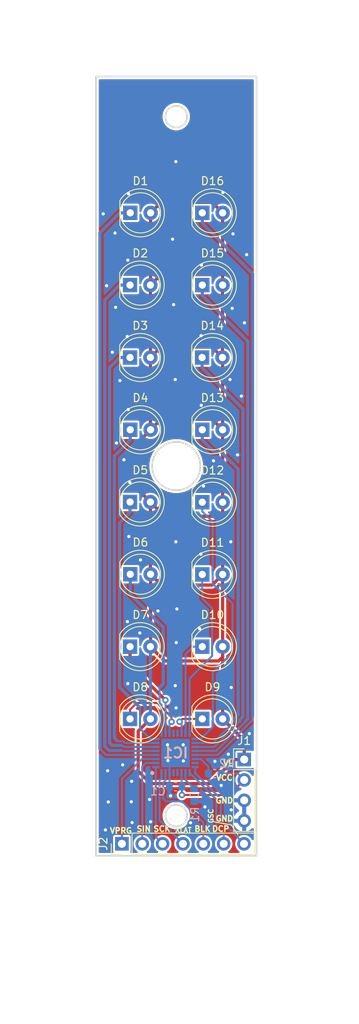
<source format=kicad_pcb>
(kicad_pcb (version 20171130) (host pcbnew "(5.1.6-0-10_14)")

  (general
    (thickness 1.6)
    (drawings 38)
    (tracks 301)
    (zones 0)
    (modules 22)
    (nets 29)
  )

  (page A4)
  (layers
    (0 F.Cu signal)
    (31 B.Cu signal)
    (32 B.Adhes user)
    (33 F.Adhes user)
    (34 B.Paste user)
    (35 F.Paste user)
    (36 B.SilkS user)
    (37 F.SilkS user)
    (38 B.Mask user)
    (39 F.Mask user)
    (40 Dwgs.User user hide)
    (41 Cmts.User user hide)
    (42 Eco1.User user)
    (43 Eco2.User user)
    (44 Edge.Cuts user)
    (45 Margin user)
    (46 B.CrtYd user hide)
    (47 F.CrtYd user hide)
    (48 B.Fab user hide)
    (49 F.Fab user hide)
  )

  (setup
    (last_trace_width 0.25)
    (user_trace_width 0.4)
    (trace_clearance 0.2)
    (zone_clearance 0.25)
    (zone_45_only no)
    (trace_min 0.2)
    (via_size 0.8)
    (via_drill 0.4)
    (via_min_size 0.4)
    (via_min_drill 0.3)
    (uvia_size 0.3)
    (uvia_drill 0.1)
    (uvias_allowed no)
    (uvia_min_size 0.2)
    (uvia_min_drill 0.1)
    (edge_width 0.05)
    (segment_width 0.2)
    (pcb_text_width 0.3)
    (pcb_text_size 1.5 1.5)
    (mod_edge_width 0.12)
    (mod_text_size 1 1)
    (mod_text_width 0.15)
    (pad_size 1.524 1.524)
    (pad_drill 0.762)
    (pad_to_mask_clearance 0.051)
    (solder_mask_min_width 0.25)
    (aux_axis_origin 0 0)
    (visible_elements 7FFFFF7F)
    (pcbplotparams
      (layerselection 0x010fc_ffffffff)
      (usegerberextensions true)
      (usegerberattributes false)
      (usegerberadvancedattributes false)
      (creategerberjobfile false)
      (excludeedgelayer true)
      (linewidth 0.100000)
      (plotframeref false)
      (viasonmask false)
      (mode 1)
      (useauxorigin false)
      (hpglpennumber 1)
      (hpglpenspeed 20)
      (hpglpendiameter 15.000000)
      (psnegative false)
      (psa4output false)
      (plotreference true)
      (plotvalue false)
      (plotinvisibletext false)
      (padsonsilk false)
      (subtractmaskfromsilk false)
      (outputformat 1)
      (mirror false)
      (drillshape 0)
      (scaleselection 1)
      (outputdirectory "gerber"))
  )

  (net 0 "")
  (net 1 VCC)
  (net 2 GND)
  (net 3 OUT0)
  (net 4 V_LED)
  (net 5 OUT1)
  (net 6 OUT2)
  (net 7 OUT3)
  (net 8 OUT4)
  (net 9 OUT5)
  (net 10 OUT6)
  (net 11 OUT7)
  (net 12 OUT8)
  (net 13 OUT9)
  (net 14 OUT10)
  (net 15 OUT11)
  (net 16 OUT12)
  (net 17 OUT13)
  (net 18 OUT14)
  (net 19 OUT15)
  (net 20 SCLK)
  (net 21 SIN)
  (net 22 VPRG)
  (net 23 "Net-(IC1-Pad22)")
  (net 24 GSCLK)
  (net 25 DCPRG)
  (net 26 "Net-(IC1-Pad26)")
  (net 27 BLANK)
  (net 28 XLAT)

  (net_class Default "This is the default net class."
    (clearance 0.2)
    (trace_width 0.25)
    (via_dia 0.8)
    (via_drill 0.4)
    (uvia_dia 0.3)
    (uvia_drill 0.1)
    (add_net BLANK)
    (add_net DCPRG)
    (add_net GND)
    (add_net GSCLK)
    (add_net "Net-(IC1-Pad22)")
    (add_net "Net-(IC1-Pad26)")
    (add_net OUT0)
    (add_net OUT1)
    (add_net OUT10)
    (add_net OUT11)
    (add_net OUT12)
    (add_net OUT13)
    (add_net OUT14)
    (add_net OUT15)
    (add_net OUT2)
    (add_net OUT3)
    (add_net OUT4)
    (add_net OUT5)
    (add_net OUT6)
    (add_net OUT7)
    (add_net OUT8)
    (add_net OUT9)
    (add_net SCLK)
    (add_net SIN)
    (add_net VCC)
    (add_net VPRG)
    (add_net V_LED)
    (add_net XLAT)
  )

  (module Connector_PinHeader_2.54mm:PinHeader_1x07_P2.54mm_Vertical (layer F.Cu) (tedit 59FED5CC) (tstamp 5EF817CF)
    (at 84.5058 144.9324 90)
    (descr "Through hole straight pin header, 1x07, 2.54mm pitch, single row")
    (tags "Through hole pin header THT 1x07 2.54mm single row")
    (path /5EFF59F5)
    (fp_text reference J2 (at 0 -2.33 90) (layer F.SilkS)
      (effects (font (size 1 1) (thickness 0.15)))
    )
    (fp_text value Signals (at 0 17.57 90) (layer F.Fab)
      (effects (font (size 1 1) (thickness 0.15)))
    )
    (fp_line (start -0.635 -1.27) (end 1.27 -1.27) (layer F.Fab) (width 0.1))
    (fp_line (start 1.27 -1.27) (end 1.27 16.51) (layer F.Fab) (width 0.1))
    (fp_line (start 1.27 16.51) (end -1.27 16.51) (layer F.Fab) (width 0.1))
    (fp_line (start -1.27 16.51) (end -1.27 -0.635) (layer F.Fab) (width 0.1))
    (fp_line (start -1.27 -0.635) (end -0.635 -1.27) (layer F.Fab) (width 0.1))
    (fp_line (start -1.33 16.57) (end 1.33 16.57) (layer F.SilkS) (width 0.12))
    (fp_line (start -1.33 1.27) (end -1.33 16.57) (layer F.SilkS) (width 0.12))
    (fp_line (start 1.33 1.27) (end 1.33 16.57) (layer F.SilkS) (width 0.12))
    (fp_line (start -1.33 1.27) (end 1.33 1.27) (layer F.SilkS) (width 0.12))
    (fp_line (start -1.33 0) (end -1.33 -1.33) (layer F.SilkS) (width 0.12))
    (fp_line (start -1.33 -1.33) (end 0 -1.33) (layer F.SilkS) (width 0.12))
    (fp_line (start -1.8 -1.8) (end -1.8 17.05) (layer F.CrtYd) (width 0.05))
    (fp_line (start -1.8 17.05) (end 1.8 17.05) (layer F.CrtYd) (width 0.05))
    (fp_line (start 1.8 17.05) (end 1.8 -1.8) (layer F.CrtYd) (width 0.05))
    (fp_line (start 1.8 -1.8) (end -1.8 -1.8) (layer F.CrtYd) (width 0.05))
    (fp_text user %R (at 0 7.62) (layer F.Fab)
      (effects (font (size 1 1) (thickness 0.15)))
    )
    (pad 1 thru_hole rect (at 0 0 90) (size 1.7 1.7) (drill 1) (layers *.Cu *.Mask)
      (net 22 VPRG))
    (pad 2 thru_hole oval (at 0 2.54 90) (size 1.7 1.7) (drill 1) (layers *.Cu *.Mask)
      (net 21 SIN))
    (pad 3 thru_hole oval (at 0 5.08 90) (size 1.7 1.7) (drill 1) (layers *.Cu *.Mask)
      (net 20 SCLK))
    (pad 4 thru_hole oval (at 0 7.62 90) (size 1.7 1.7) (drill 1) (layers *.Cu *.Mask)
      (net 28 XLAT))
    (pad 5 thru_hole oval (at 0 10.16 90) (size 1.7 1.7) (drill 1) (layers *.Cu *.Mask)
      (net 27 BLANK))
    (pad 6 thru_hole oval (at 0 12.7 90) (size 1.7 1.7) (drill 1) (layers *.Cu *.Mask)
      (net 25 DCPRG))
    (pad 7 thru_hole oval (at 0 15.24 90) (size 1.7 1.7) (drill 1) (layers *.Cu *.Mask)
      (net 24 GSCLK))
    (model ${KISYS3DMOD}/Connector_PinHeader_2.54mm.3dshapes/PinHeader_1x07_P2.54mm_Vertical.wrl
      (at (xyz 0 0 0))
      (scale (xyz 1 1 1))
      (rotate (xyz 0 0 0))
    )
  )

  (module Connector_PinHeader_2.54mm:PinHeader_1x04_P2.54mm_Vertical (layer F.Cu) (tedit 59FED5CC) (tstamp 5EF817B4)
    (at 99.7712 134.4422)
    (descr "Through hole straight pin header, 1x04, 2.54mm pitch, single row")
    (tags "Through hole pin header THT 1x04 2.54mm single row")
    (path /5EFF3E97)
    (fp_text reference J1 (at 0 -2.33) (layer F.SilkS)
      (effects (font (size 1 1) (thickness 0.15)))
    )
    (fp_text value Power (at 0 9.95) (layer F.Fab)
      (effects (font (size 1 1) (thickness 0.15)))
    )
    (fp_line (start 1.8 -1.8) (end -1.8 -1.8) (layer F.CrtYd) (width 0.05))
    (fp_line (start 1.8 9.4) (end 1.8 -1.8) (layer F.CrtYd) (width 0.05))
    (fp_line (start -1.8 9.4) (end 1.8 9.4) (layer F.CrtYd) (width 0.05))
    (fp_line (start -1.8 -1.8) (end -1.8 9.4) (layer F.CrtYd) (width 0.05))
    (fp_line (start -1.33 -1.33) (end 0 -1.33) (layer F.SilkS) (width 0.12))
    (fp_line (start -1.33 0) (end -1.33 -1.33) (layer F.SilkS) (width 0.12))
    (fp_line (start -1.33 1.27) (end 1.33 1.27) (layer F.SilkS) (width 0.12))
    (fp_line (start 1.33 1.27) (end 1.33 8.95) (layer F.SilkS) (width 0.12))
    (fp_line (start -1.33 1.27) (end -1.33 8.95) (layer F.SilkS) (width 0.12))
    (fp_line (start -1.33 8.95) (end 1.33 8.95) (layer F.SilkS) (width 0.12))
    (fp_line (start -1.27 -0.635) (end -0.635 -1.27) (layer F.Fab) (width 0.1))
    (fp_line (start -1.27 8.89) (end -1.27 -0.635) (layer F.Fab) (width 0.1))
    (fp_line (start 1.27 8.89) (end -1.27 8.89) (layer F.Fab) (width 0.1))
    (fp_line (start 1.27 -1.27) (end 1.27 8.89) (layer F.Fab) (width 0.1))
    (fp_line (start -0.635 -1.27) (end 1.27 -1.27) (layer F.Fab) (width 0.1))
    (fp_text user %R (at 0 3.81 90) (layer F.Fab)
      (effects (font (size 1 1) (thickness 0.15)))
    )
    (pad 4 thru_hole oval (at 0 7.62) (size 1.7 1.7) (drill 1) (layers *.Cu *.Mask)
      (net 2 GND))
    (pad 3 thru_hole oval (at 0 5.08) (size 1.7 1.7) (drill 1) (layers *.Cu *.Mask)
      (net 2 GND))
    (pad 2 thru_hole oval (at 0 2.54) (size 1.7 1.7) (drill 1) (layers *.Cu *.Mask)
      (net 1 VCC))
    (pad 1 thru_hole rect (at 0 0) (size 1.7 1.7) (drill 1) (layers *.Cu *.Mask)
      (net 4 V_LED))
    (model ${KISYS3DMOD}/Connector_PinHeader_2.54mm.3dshapes/PinHeader_1x04_P2.54mm_Vertical.wrl
      (at (xyz 0 0 0))
      (scale (xyz 1 1 1))
      (rotate (xyz 0 0 0))
    )
  )

  (module Capacitor_SMD:C_0603_1608Metric (layer B.Cu) (tedit 5B301BBE) (tstamp 5EF7FDC9)
    (at 91.2114 137.8204 180)
    (descr "Capacitor SMD 0603 (1608 Metric), square (rectangular) end terminal, IPC_7351 nominal, (Body size source: http://www.tortai-tech.com/upload/download/2011102023233369053.pdf), generated with kicad-footprint-generator")
    (tags capacitor)
    (path /5EFB0A3A)
    (attr smd)
    (fp_text reference C1 (at 2.2098 -0.5842) (layer B.SilkS)
      (effects (font (size 1 1) (thickness 0.15)) (justify mirror))
    )
    (fp_text value 100n (at 0 -1.43) (layer B.Fab)
      (effects (font (size 1 1) (thickness 0.15)) (justify mirror))
    )
    (fp_line (start -0.8 -0.4) (end -0.8 0.4) (layer B.Fab) (width 0.1))
    (fp_line (start -0.8 0.4) (end 0.8 0.4) (layer B.Fab) (width 0.1))
    (fp_line (start 0.8 0.4) (end 0.8 -0.4) (layer B.Fab) (width 0.1))
    (fp_line (start 0.8 -0.4) (end -0.8 -0.4) (layer B.Fab) (width 0.1))
    (fp_line (start -0.162779 0.51) (end 0.162779 0.51) (layer B.SilkS) (width 0.12))
    (fp_line (start -0.162779 -0.51) (end 0.162779 -0.51) (layer B.SilkS) (width 0.12))
    (fp_line (start -1.48 -0.73) (end -1.48 0.73) (layer B.CrtYd) (width 0.05))
    (fp_line (start -1.48 0.73) (end 1.48 0.73) (layer B.CrtYd) (width 0.05))
    (fp_line (start 1.48 0.73) (end 1.48 -0.73) (layer B.CrtYd) (width 0.05))
    (fp_line (start 1.48 -0.73) (end -1.48 -0.73) (layer B.CrtYd) (width 0.05))
    (fp_text user %R (at 0 0) (layer B.Fab)
      (effects (font (size 0.4 0.4) (thickness 0.06)) (justify mirror))
    )
    (pad 1 smd roundrect (at -0.7875 0 180) (size 0.875 0.95) (layers B.Cu B.Paste B.Mask) (roundrect_rratio 0.25)
      (net 1 VCC))
    (pad 2 smd roundrect (at 0.7875 0 180) (size 0.875 0.95) (layers B.Cu B.Paste B.Mask) (roundrect_rratio 0.25)
      (net 2 GND))
    (model ${KISYS3DMOD}/Capacitor_SMD.3dshapes/C_0603_1608Metric.wrl
      (at (xyz 0 0 0))
      (scale (xyz 1 1 1))
      (rotate (xyz 0 0 0))
    )
  )

  (module LED_THT:LED_D5.0mm (layer F.Cu) (tedit 5995936A) (tstamp 5EF7FDDB)
    (at 85.5472 66.3956)
    (descr "LED, diameter 5.0mm, 2 pins, http://cdn-reichelt.de/documents/datenblatt/A500/LL-504BC2E-009.pdf")
    (tags "LED diameter 5.0mm 2 pins")
    (path /5EF810FA)
    (fp_text reference D1 (at 1.27 -3.96) (layer F.SilkS)
      (effects (font (size 1 1) (thickness 0.15)))
    )
    (fp_text value LED (at 1.27 3.96) (layer F.Fab)
      (effects (font (size 1 1) (thickness 0.15)))
    )
    (fp_circle (center 1.27 0) (end 3.77 0) (layer F.Fab) (width 0.1))
    (fp_circle (center 1.27 0) (end 3.77 0) (layer F.SilkS) (width 0.12))
    (fp_line (start -1.23 -1.469694) (end -1.23 1.469694) (layer F.Fab) (width 0.1))
    (fp_line (start -1.29 -1.545) (end -1.29 1.545) (layer F.SilkS) (width 0.12))
    (fp_line (start -1.95 -3.25) (end -1.95 3.25) (layer F.CrtYd) (width 0.05))
    (fp_line (start -1.95 3.25) (end 4.5 3.25) (layer F.CrtYd) (width 0.05))
    (fp_line (start 4.5 3.25) (end 4.5 -3.25) (layer F.CrtYd) (width 0.05))
    (fp_line (start 4.5 -3.25) (end -1.95 -3.25) (layer F.CrtYd) (width 0.05))
    (fp_arc (start 1.27 0) (end -1.23 -1.469694) (angle 299.1) (layer F.Fab) (width 0.1))
    (fp_arc (start 1.27 0) (end -1.29 -1.54483) (angle 148.9) (layer F.SilkS) (width 0.12))
    (fp_arc (start 1.27 0) (end -1.29 1.54483) (angle -148.9) (layer F.SilkS) (width 0.12))
    (fp_text user %R (at 1.25 0) (layer F.Fab)
      (effects (font (size 0.8 0.8) (thickness 0.2)))
    )
    (pad 1 thru_hole rect (at 0 0) (size 1.8 1.8) (drill 0.9) (layers *.Cu *.Mask)
      (net 3 OUT0))
    (pad 2 thru_hole circle (at 2.54 0) (size 1.8 1.8) (drill 0.9) (layers *.Cu *.Mask)
      (net 4 V_LED))
    (model ${KISYS3DMOD}/LED_THT.3dshapes/LED_D5.0mm.wrl
      (at (xyz 0 0 0))
      (scale (xyz 1 1 1))
      (rotate (xyz 0 0 0))
    )
  )

  (module LED_THT:LED_D5.0mm (layer F.Cu) (tedit 5995936A) (tstamp 5EF7FDED)
    (at 85.5218 75.3872)
    (descr "LED, diameter 5.0mm, 2 pins, http://cdn-reichelt.de/documents/datenblatt/A500/LL-504BC2E-009.pdf")
    (tags "LED diameter 5.0mm 2 pins")
    (path /5EF873F2)
    (fp_text reference D2 (at 1.27 -3.96) (layer F.SilkS)
      (effects (font (size 1 1) (thickness 0.15)))
    )
    (fp_text value LED (at 1.27 3.96) (layer F.Fab)
      (effects (font (size 1 1) (thickness 0.15)))
    )
    (fp_line (start 4.5 -3.25) (end -1.95 -3.25) (layer F.CrtYd) (width 0.05))
    (fp_line (start 4.5 3.25) (end 4.5 -3.25) (layer F.CrtYd) (width 0.05))
    (fp_line (start -1.95 3.25) (end 4.5 3.25) (layer F.CrtYd) (width 0.05))
    (fp_line (start -1.95 -3.25) (end -1.95 3.25) (layer F.CrtYd) (width 0.05))
    (fp_line (start -1.29 -1.545) (end -1.29 1.545) (layer F.SilkS) (width 0.12))
    (fp_line (start -1.23 -1.469694) (end -1.23 1.469694) (layer F.Fab) (width 0.1))
    (fp_circle (center 1.27 0) (end 3.77 0) (layer F.SilkS) (width 0.12))
    (fp_circle (center 1.27 0) (end 3.77 0) (layer F.Fab) (width 0.1))
    (fp_text user %R (at 1.25 0) (layer F.Fab)
      (effects (font (size 0.8 0.8) (thickness 0.2)))
    )
    (fp_arc (start 1.27 0) (end -1.29 1.54483) (angle -148.9) (layer F.SilkS) (width 0.12))
    (fp_arc (start 1.27 0) (end -1.29 -1.54483) (angle 148.9) (layer F.SilkS) (width 0.12))
    (fp_arc (start 1.27 0) (end -1.23 -1.469694) (angle 299.1) (layer F.Fab) (width 0.1))
    (pad 2 thru_hole circle (at 2.54 0) (size 1.8 1.8) (drill 0.9) (layers *.Cu *.Mask)
      (net 4 V_LED))
    (pad 1 thru_hole rect (at 0 0) (size 1.8 1.8) (drill 0.9) (layers *.Cu *.Mask)
      (net 5 OUT1))
    (model ${KISYS3DMOD}/LED_THT.3dshapes/LED_D5.0mm.wrl
      (at (xyz 0 0 0))
      (scale (xyz 1 1 1))
      (rotate (xyz 0 0 0))
    )
  )

  (module LED_THT:LED_D5.0mm (layer F.Cu) (tedit 5995936A) (tstamp 5EF7FDFF)
    (at 85.5218 84.4042)
    (descr "LED, diameter 5.0mm, 2 pins, http://cdn-reichelt.de/documents/datenblatt/A500/LL-504BC2E-009.pdf")
    (tags "LED diameter 5.0mm 2 pins")
    (path /5EF87BC8)
    (fp_text reference D3 (at 1.27 -3.96) (layer F.SilkS)
      (effects (font (size 1 1) (thickness 0.15)))
    )
    (fp_text value LED (at 1.27 3.96) (layer F.Fab)
      (effects (font (size 1 1) (thickness 0.15)))
    )
    (fp_circle (center 1.27 0) (end 3.77 0) (layer F.Fab) (width 0.1))
    (fp_circle (center 1.27 0) (end 3.77 0) (layer F.SilkS) (width 0.12))
    (fp_line (start -1.23 -1.469694) (end -1.23 1.469694) (layer F.Fab) (width 0.1))
    (fp_line (start -1.29 -1.545) (end -1.29 1.545) (layer F.SilkS) (width 0.12))
    (fp_line (start -1.95 -3.25) (end -1.95 3.25) (layer F.CrtYd) (width 0.05))
    (fp_line (start -1.95 3.25) (end 4.5 3.25) (layer F.CrtYd) (width 0.05))
    (fp_line (start 4.5 3.25) (end 4.5 -3.25) (layer F.CrtYd) (width 0.05))
    (fp_line (start 4.5 -3.25) (end -1.95 -3.25) (layer F.CrtYd) (width 0.05))
    (fp_arc (start 1.27 0) (end -1.23 -1.469694) (angle 299.1) (layer F.Fab) (width 0.1))
    (fp_arc (start 1.27 0) (end -1.29 -1.54483) (angle 148.9) (layer F.SilkS) (width 0.12))
    (fp_arc (start 1.27 0) (end -1.29 1.54483) (angle -148.9) (layer F.SilkS) (width 0.12))
    (fp_text user %R (at 1.25 0) (layer F.Fab)
      (effects (font (size 0.8 0.8) (thickness 0.2)))
    )
    (pad 1 thru_hole rect (at 0 0) (size 1.8 1.8) (drill 0.9) (layers *.Cu *.Mask)
      (net 6 OUT2))
    (pad 2 thru_hole circle (at 2.54 0) (size 1.8 1.8) (drill 0.9) (layers *.Cu *.Mask)
      (net 4 V_LED))
    (model ${KISYS3DMOD}/LED_THT.3dshapes/LED_D5.0mm.wrl
      (at (xyz 0 0 0))
      (scale (xyz 1 1 1))
      (rotate (xyz 0 0 0))
    )
  )

  (module LED_THT:LED_D5.0mm (layer F.Cu) (tedit 5995936A) (tstamp 5EF7FE11)
    (at 85.5472 93.3958)
    (descr "LED, diameter 5.0mm, 2 pins, http://cdn-reichelt.de/documents/datenblatt/A500/LL-504BC2E-009.pdf")
    (tags "LED diameter 5.0mm 2 pins")
    (path /5EF887C9)
    (fp_text reference D4 (at 1.27 -3.96) (layer F.SilkS)
      (effects (font (size 1 1) (thickness 0.15)))
    )
    (fp_text value LED (at 1.27 3.96) (layer F.Fab)
      (effects (font (size 1 1) (thickness 0.15)))
    )
    (fp_line (start 4.5 -3.25) (end -1.95 -3.25) (layer F.CrtYd) (width 0.05))
    (fp_line (start 4.5 3.25) (end 4.5 -3.25) (layer F.CrtYd) (width 0.05))
    (fp_line (start -1.95 3.25) (end 4.5 3.25) (layer F.CrtYd) (width 0.05))
    (fp_line (start -1.95 -3.25) (end -1.95 3.25) (layer F.CrtYd) (width 0.05))
    (fp_line (start -1.29 -1.545) (end -1.29 1.545) (layer F.SilkS) (width 0.12))
    (fp_line (start -1.23 -1.469694) (end -1.23 1.469694) (layer F.Fab) (width 0.1))
    (fp_circle (center 1.27 0) (end 3.77 0) (layer F.SilkS) (width 0.12))
    (fp_circle (center 1.27 0) (end 3.77 0) (layer F.Fab) (width 0.1))
    (fp_text user %R (at 1.25 0) (layer F.Fab)
      (effects (font (size 0.8 0.8) (thickness 0.2)))
    )
    (fp_arc (start 1.27 0) (end -1.29 1.54483) (angle -148.9) (layer F.SilkS) (width 0.12))
    (fp_arc (start 1.27 0) (end -1.29 -1.54483) (angle 148.9) (layer F.SilkS) (width 0.12))
    (fp_arc (start 1.27 0) (end -1.23 -1.469694) (angle 299.1) (layer F.Fab) (width 0.1))
    (pad 2 thru_hole circle (at 2.54 0) (size 1.8 1.8) (drill 0.9) (layers *.Cu *.Mask)
      (net 4 V_LED))
    (pad 1 thru_hole rect (at 0 0) (size 1.8 1.8) (drill 0.9) (layers *.Cu *.Mask)
      (net 7 OUT3))
    (model ${KISYS3DMOD}/LED_THT.3dshapes/LED_D5.0mm.wrl
      (at (xyz 0 0 0))
      (scale (xyz 1 1 1))
      (rotate (xyz 0 0 0))
    )
  )

  (module LED_THT:LED_D5.0mm (layer F.Cu) (tedit 5995936A) (tstamp 5EF7FE23)
    (at 85.5218 102.3874)
    (descr "LED, diameter 5.0mm, 2 pins, http://cdn-reichelt.de/documents/datenblatt/A500/LL-504BC2E-009.pdf")
    (tags "LED diameter 5.0mm 2 pins")
    (path /5EF8AD0A)
    (fp_text reference D5 (at 1.27 -3.96) (layer F.SilkS)
      (effects (font (size 1 1) (thickness 0.15)))
    )
    (fp_text value LED (at 1.27 3.96) (layer F.Fab)
      (effects (font (size 1 1) (thickness 0.15)))
    )
    (fp_circle (center 1.27 0) (end 3.77 0) (layer F.Fab) (width 0.1))
    (fp_circle (center 1.27 0) (end 3.77 0) (layer F.SilkS) (width 0.12))
    (fp_line (start -1.23 -1.469694) (end -1.23 1.469694) (layer F.Fab) (width 0.1))
    (fp_line (start -1.29 -1.545) (end -1.29 1.545) (layer F.SilkS) (width 0.12))
    (fp_line (start -1.95 -3.25) (end -1.95 3.25) (layer F.CrtYd) (width 0.05))
    (fp_line (start -1.95 3.25) (end 4.5 3.25) (layer F.CrtYd) (width 0.05))
    (fp_line (start 4.5 3.25) (end 4.5 -3.25) (layer F.CrtYd) (width 0.05))
    (fp_line (start 4.5 -3.25) (end -1.95 -3.25) (layer F.CrtYd) (width 0.05))
    (fp_arc (start 1.27 0) (end -1.23 -1.469694) (angle 299.1) (layer F.Fab) (width 0.1))
    (fp_arc (start 1.27 0) (end -1.29 -1.54483) (angle 148.9) (layer F.SilkS) (width 0.12))
    (fp_arc (start 1.27 0) (end -1.29 1.54483) (angle -148.9) (layer F.SilkS) (width 0.12))
    (fp_text user %R (at 1.25 0) (layer F.Fab)
      (effects (font (size 0.8 0.8) (thickness 0.2)))
    )
    (pad 1 thru_hole rect (at 0 0) (size 1.8 1.8) (drill 0.9) (layers *.Cu *.Mask)
      (net 8 OUT4))
    (pad 2 thru_hole circle (at 2.54 0) (size 1.8 1.8) (drill 0.9) (layers *.Cu *.Mask)
      (net 4 V_LED))
    (model ${KISYS3DMOD}/LED_THT.3dshapes/LED_D5.0mm.wrl
      (at (xyz 0 0 0))
      (scale (xyz 1 1 1))
      (rotate (xyz 0 0 0))
    )
  )

  (module LED_THT:LED_D5.0mm (layer F.Cu) (tedit 5995936A) (tstamp 5EF7FE35)
    (at 85.5472 111.379)
    (descr "LED, diameter 5.0mm, 2 pins, http://cdn-reichelt.de/documents/datenblatt/A500/LL-504BC2E-009.pdf")
    (tags "LED diameter 5.0mm 2 pins")
    (path /5EF8AD16)
    (fp_text reference D6 (at 1.27 -3.96) (layer F.SilkS)
      (effects (font (size 1 1) (thickness 0.15)))
    )
    (fp_text value LED (at 1.27 3.96) (layer F.Fab)
      (effects (font (size 1 1) (thickness 0.15)))
    )
    (fp_line (start 4.5 -3.25) (end -1.95 -3.25) (layer F.CrtYd) (width 0.05))
    (fp_line (start 4.5 3.25) (end 4.5 -3.25) (layer F.CrtYd) (width 0.05))
    (fp_line (start -1.95 3.25) (end 4.5 3.25) (layer F.CrtYd) (width 0.05))
    (fp_line (start -1.95 -3.25) (end -1.95 3.25) (layer F.CrtYd) (width 0.05))
    (fp_line (start -1.29 -1.545) (end -1.29 1.545) (layer F.SilkS) (width 0.12))
    (fp_line (start -1.23 -1.469694) (end -1.23 1.469694) (layer F.Fab) (width 0.1))
    (fp_circle (center 1.27 0) (end 3.77 0) (layer F.SilkS) (width 0.12))
    (fp_circle (center 1.27 0) (end 3.77 0) (layer F.Fab) (width 0.1))
    (fp_text user %R (at 1.25 0) (layer F.Fab)
      (effects (font (size 0.8 0.8) (thickness 0.2)))
    )
    (fp_arc (start 1.27 0) (end -1.29 1.54483) (angle -148.9) (layer F.SilkS) (width 0.12))
    (fp_arc (start 1.27 0) (end -1.29 -1.54483) (angle 148.9) (layer F.SilkS) (width 0.12))
    (fp_arc (start 1.27 0) (end -1.23 -1.469694) (angle 299.1) (layer F.Fab) (width 0.1))
    (pad 2 thru_hole circle (at 2.54 0) (size 1.8 1.8) (drill 0.9) (layers *.Cu *.Mask)
      (net 4 V_LED))
    (pad 1 thru_hole rect (at 0 0) (size 1.8 1.8) (drill 0.9) (layers *.Cu *.Mask)
      (net 9 OUT5))
    (model ${KISYS3DMOD}/LED_THT.3dshapes/LED_D5.0mm.wrl
      (at (xyz 0 0 0))
      (scale (xyz 1 1 1))
      (rotate (xyz 0 0 0))
    )
  )

  (module LED_THT:LED_D5.0mm (layer F.Cu) (tedit 5995936A) (tstamp 5EF7FE47)
    (at 85.5218 120.396)
    (descr "LED, diameter 5.0mm, 2 pins, http://cdn-reichelt.de/documents/datenblatt/A500/LL-504BC2E-009.pdf")
    (tags "LED diameter 5.0mm 2 pins")
    (path /5EF8AD20)
    (fp_text reference D7 (at 1.27 -3.96) (layer F.SilkS)
      (effects (font (size 1 1) (thickness 0.15)))
    )
    (fp_text value LED (at 1.27 3.96) (layer F.Fab)
      (effects (font (size 1 1) (thickness 0.15)))
    )
    (fp_circle (center 1.27 0) (end 3.77 0) (layer F.Fab) (width 0.1))
    (fp_circle (center 1.27 0) (end 3.77 0) (layer F.SilkS) (width 0.12))
    (fp_line (start -1.23 -1.469694) (end -1.23 1.469694) (layer F.Fab) (width 0.1))
    (fp_line (start -1.29 -1.545) (end -1.29 1.545) (layer F.SilkS) (width 0.12))
    (fp_line (start -1.95 -3.25) (end -1.95 3.25) (layer F.CrtYd) (width 0.05))
    (fp_line (start -1.95 3.25) (end 4.5 3.25) (layer F.CrtYd) (width 0.05))
    (fp_line (start 4.5 3.25) (end 4.5 -3.25) (layer F.CrtYd) (width 0.05))
    (fp_line (start 4.5 -3.25) (end -1.95 -3.25) (layer F.CrtYd) (width 0.05))
    (fp_arc (start 1.27 0) (end -1.23 -1.469694) (angle 299.1) (layer F.Fab) (width 0.1))
    (fp_arc (start 1.27 0) (end -1.29 -1.54483) (angle 148.9) (layer F.SilkS) (width 0.12))
    (fp_arc (start 1.27 0) (end -1.29 1.54483) (angle -148.9) (layer F.SilkS) (width 0.12))
    (fp_text user %R (at 1.25 0) (layer F.Fab)
      (effects (font (size 0.8 0.8) (thickness 0.2)))
    )
    (pad 1 thru_hole rect (at 0 0) (size 1.8 1.8) (drill 0.9) (layers *.Cu *.Mask)
      (net 10 OUT6))
    (pad 2 thru_hole circle (at 2.54 0) (size 1.8 1.8) (drill 0.9) (layers *.Cu *.Mask)
      (net 4 V_LED))
    (model ${KISYS3DMOD}/LED_THT.3dshapes/LED_D5.0mm.wrl
      (at (xyz 0 0 0))
      (scale (xyz 1 1 1))
      (rotate (xyz 0 0 0))
    )
  )

  (module LED_THT:LED_D5.0mm (layer F.Cu) (tedit 5995936A) (tstamp 5EF807AE)
    (at 85.5218 129.3876)
    (descr "LED, diameter 5.0mm, 2 pins, http://cdn-reichelt.de/documents/datenblatt/A500/LL-504BC2E-009.pdf")
    (tags "LED diameter 5.0mm 2 pins")
    (path /5EF8AD2A)
    (fp_text reference D8 (at 1.27 -3.96) (layer F.SilkS)
      (effects (font (size 1 1) (thickness 0.15)))
    )
    (fp_text value LED (at 1.27 3.96) (layer F.Fab)
      (effects (font (size 1 1) (thickness 0.15)))
    )
    (fp_line (start 4.5 -3.25) (end -1.95 -3.25) (layer F.CrtYd) (width 0.05))
    (fp_line (start 4.5 3.25) (end 4.5 -3.25) (layer F.CrtYd) (width 0.05))
    (fp_line (start -1.95 3.25) (end 4.5 3.25) (layer F.CrtYd) (width 0.05))
    (fp_line (start -1.95 -3.25) (end -1.95 3.25) (layer F.CrtYd) (width 0.05))
    (fp_line (start -1.29 -1.545) (end -1.29 1.545) (layer F.SilkS) (width 0.12))
    (fp_line (start -1.23 -1.469694) (end -1.23 1.469694) (layer F.Fab) (width 0.1))
    (fp_circle (center 1.27 0) (end 3.77 0) (layer F.SilkS) (width 0.12))
    (fp_circle (center 1.27 0) (end 3.77 0) (layer F.Fab) (width 0.1))
    (fp_text user %R (at 1.25 0) (layer F.Fab)
      (effects (font (size 0.8 0.8) (thickness 0.2)))
    )
    (fp_arc (start 1.27 0) (end -1.29 1.54483) (angle -148.9) (layer F.SilkS) (width 0.12))
    (fp_arc (start 1.27 0) (end -1.29 -1.54483) (angle 148.9) (layer F.SilkS) (width 0.12))
    (fp_arc (start 1.27 0) (end -1.23 -1.469694) (angle 299.1) (layer F.Fab) (width 0.1))
    (pad 2 thru_hole circle (at 2.54 0) (size 1.8 1.8) (drill 0.9) (layers *.Cu *.Mask)
      (net 4 V_LED))
    (pad 1 thru_hole rect (at 0 0) (size 1.8 1.8) (drill 0.9) (layers *.Cu *.Mask)
      (net 11 OUT7))
    (model ${KISYS3DMOD}/LED_THT.3dshapes/LED_D5.0mm.wrl
      (at (xyz 0 0 0))
      (scale (xyz 1 1 1))
      (rotate (xyz 0 0 0))
    )
  )

  (module LED_THT:LED_D5.0mm (layer F.Cu) (tedit 5995936A) (tstamp 5EF804DE)
    (at 94.5388 129.3876)
    (descr "LED, diameter 5.0mm, 2 pins, http://cdn-reichelt.de/documents/datenblatt/A500/LL-504BC2E-009.pdf")
    (tags "LED diameter 5.0mm 2 pins")
    (path /5EF94974)
    (fp_text reference D9 (at 1.27 -3.96) (layer F.SilkS)
      (effects (font (size 1 1) (thickness 0.15)))
    )
    (fp_text value LED (at 1.27 3.96) (layer F.Fab)
      (effects (font (size 1 1) (thickness 0.15)))
    )
    (fp_circle (center 1.27 0) (end 3.77 0) (layer F.Fab) (width 0.1))
    (fp_circle (center 1.27 0) (end 3.77 0) (layer F.SilkS) (width 0.12))
    (fp_line (start -1.23 -1.469694) (end -1.23 1.469694) (layer F.Fab) (width 0.1))
    (fp_line (start -1.29 -1.545) (end -1.29 1.545) (layer F.SilkS) (width 0.12))
    (fp_line (start -1.95 -3.25) (end -1.95 3.25) (layer F.CrtYd) (width 0.05))
    (fp_line (start -1.95 3.25) (end 4.5 3.25) (layer F.CrtYd) (width 0.05))
    (fp_line (start 4.5 3.25) (end 4.5 -3.25) (layer F.CrtYd) (width 0.05))
    (fp_line (start 4.5 -3.25) (end -1.95 -3.25) (layer F.CrtYd) (width 0.05))
    (fp_arc (start 1.27 0) (end -1.23 -1.469694) (angle 299.1) (layer F.Fab) (width 0.1))
    (fp_arc (start 1.27 0) (end -1.29 -1.54483) (angle 148.9) (layer F.SilkS) (width 0.12))
    (fp_arc (start 1.27 0) (end -1.29 1.54483) (angle -148.9) (layer F.SilkS) (width 0.12))
    (fp_text user %R (at 1.25 0) (layer F.Fab)
      (effects (font (size 0.8 0.8) (thickness 0.2)))
    )
    (pad 1 thru_hole rect (at 0 0) (size 1.8 1.8) (drill 0.9) (layers *.Cu *.Mask)
      (net 12 OUT8))
    (pad 2 thru_hole circle (at 2.54 0) (size 1.8 1.8) (drill 0.9) (layers *.Cu *.Mask)
      (net 4 V_LED))
    (model ${KISYS3DMOD}/LED_THT.3dshapes/LED_D5.0mm.wrl
      (at (xyz 0 0 0))
      (scale (xyz 1 1 1))
      (rotate (xyz 0 0 0))
    )
  )

  (module LED_THT:LED_D5.0mm (layer F.Cu) (tedit 5995936A) (tstamp 5EF7FE7D)
    (at 94.5388 120.396)
    (descr "LED, diameter 5.0mm, 2 pins, http://cdn-reichelt.de/documents/datenblatt/A500/LL-504BC2E-009.pdf")
    (tags "LED diameter 5.0mm 2 pins")
    (path /5EF94980)
    (fp_text reference D10 (at 1.27 -3.96) (layer F.SilkS)
      (effects (font (size 1 1) (thickness 0.15)))
    )
    (fp_text value LED (at 1.27 3.96) (layer F.Fab)
      (effects (font (size 1 1) (thickness 0.15)))
    )
    (fp_line (start 4.5 -3.25) (end -1.95 -3.25) (layer F.CrtYd) (width 0.05))
    (fp_line (start 4.5 3.25) (end 4.5 -3.25) (layer F.CrtYd) (width 0.05))
    (fp_line (start -1.95 3.25) (end 4.5 3.25) (layer F.CrtYd) (width 0.05))
    (fp_line (start -1.95 -3.25) (end -1.95 3.25) (layer F.CrtYd) (width 0.05))
    (fp_line (start -1.29 -1.545) (end -1.29 1.545) (layer F.SilkS) (width 0.12))
    (fp_line (start -1.23 -1.469694) (end -1.23 1.469694) (layer F.Fab) (width 0.1))
    (fp_circle (center 1.27 0) (end 3.77 0) (layer F.SilkS) (width 0.12))
    (fp_circle (center 1.27 0) (end 3.77 0) (layer F.Fab) (width 0.1))
    (fp_text user %R (at 1.2446 0.0254) (layer F.Fab)
      (effects (font (size 0.8 0.8) (thickness 0.2)))
    )
    (fp_arc (start 1.27 0) (end -1.29 1.54483) (angle -148.9) (layer F.SilkS) (width 0.12))
    (fp_arc (start 1.27 0) (end -1.29 -1.54483) (angle 148.9) (layer F.SilkS) (width 0.12))
    (fp_arc (start 1.27 0) (end -1.23 -1.469694) (angle 299.1) (layer F.Fab) (width 0.1))
    (pad 2 thru_hole circle (at 2.54 0) (size 1.8 1.8) (drill 0.9) (layers *.Cu *.Mask)
      (net 4 V_LED))
    (pad 1 thru_hole rect (at 0 0) (size 1.8 1.8) (drill 0.9) (layers *.Cu *.Mask)
      (net 13 OUT9))
    (model ${KISYS3DMOD}/LED_THT.3dshapes/LED_D5.0mm.wrl
      (at (xyz 0 0 0))
      (scale (xyz 1 1 1))
      (rotate (xyz 0 0 0))
    )
  )

  (module LED_THT:LED_D5.0mm (layer F.Cu) (tedit 5995936A) (tstamp 5EF7FE8F)
    (at 94.5388 111.4044)
    (descr "LED, diameter 5.0mm, 2 pins, http://cdn-reichelt.de/documents/datenblatt/A500/LL-504BC2E-009.pdf")
    (tags "LED diameter 5.0mm 2 pins")
    (path /5EF9498A)
    (fp_text reference D11 (at 1.27 -3.96) (layer F.SilkS)
      (effects (font (size 1 1) (thickness 0.15)))
    )
    (fp_text value LED (at 1.27 3.96) (layer F.Fab)
      (effects (font (size 1 1) (thickness 0.15)))
    )
    (fp_circle (center 1.27 0) (end 3.77 0) (layer F.Fab) (width 0.1))
    (fp_circle (center 1.27 0) (end 3.77 0) (layer F.SilkS) (width 0.12))
    (fp_line (start -1.23 -1.469694) (end -1.23 1.469694) (layer F.Fab) (width 0.1))
    (fp_line (start -1.29 -1.545) (end -1.29 1.545) (layer F.SilkS) (width 0.12))
    (fp_line (start -1.95 -3.25) (end -1.95 3.25) (layer F.CrtYd) (width 0.05))
    (fp_line (start -1.95 3.25) (end 4.5 3.25) (layer F.CrtYd) (width 0.05))
    (fp_line (start 4.5 3.25) (end 4.5 -3.25) (layer F.CrtYd) (width 0.05))
    (fp_line (start 4.5 -3.25) (end -1.95 -3.25) (layer F.CrtYd) (width 0.05))
    (fp_arc (start 1.27 0) (end -1.23 -1.469694) (angle 299.1) (layer F.Fab) (width 0.1))
    (fp_arc (start 1.27 0) (end -1.29 -1.54483) (angle 148.9) (layer F.SilkS) (width 0.12))
    (fp_arc (start 1.27 0) (end -1.29 1.54483) (angle -148.9) (layer F.SilkS) (width 0.12))
    (fp_text user %R (at 1.25 0) (layer F.Fab)
      (effects (font (size 0.8 0.8) (thickness 0.2)))
    )
    (pad 1 thru_hole rect (at 0 0) (size 1.8 1.8) (drill 0.9) (layers *.Cu *.Mask)
      (net 14 OUT10))
    (pad 2 thru_hole circle (at 2.54 0) (size 1.8 1.8) (drill 0.9) (layers *.Cu *.Mask)
      (net 4 V_LED))
    (model ${KISYS3DMOD}/LED_THT.3dshapes/LED_D5.0mm.wrl
      (at (xyz 0 0 0))
      (scale (xyz 1 1 1))
      (rotate (xyz 0 0 0))
    )
  )

  (module LED_THT:LED_D5.0mm (layer F.Cu) (tedit 5995936A) (tstamp 5EF7FEA1)
    (at 94.5388 102.4128)
    (descr "LED, diameter 5.0mm, 2 pins, http://cdn-reichelt.de/documents/datenblatt/A500/LL-504BC2E-009.pdf")
    (tags "LED diameter 5.0mm 2 pins")
    (path /5EF94994)
    (fp_text reference D12 (at 1.27 -3.96) (layer F.SilkS)
      (effects (font (size 1 1) (thickness 0.15)))
    )
    (fp_text value LED (at 1.27 3.96) (layer F.Fab)
      (effects (font (size 1 1) (thickness 0.15)))
    )
    (fp_line (start 4.5 -3.25) (end -1.95 -3.25) (layer F.CrtYd) (width 0.05))
    (fp_line (start 4.5 3.25) (end 4.5 -3.25) (layer F.CrtYd) (width 0.05))
    (fp_line (start -1.95 3.25) (end 4.5 3.25) (layer F.CrtYd) (width 0.05))
    (fp_line (start -1.95 -3.25) (end -1.95 3.25) (layer F.CrtYd) (width 0.05))
    (fp_line (start -1.29 -1.545) (end -1.29 1.545) (layer F.SilkS) (width 0.12))
    (fp_line (start -1.23 -1.469694) (end -1.23 1.469694) (layer F.Fab) (width 0.1))
    (fp_circle (center 1.27 0) (end 3.77 0) (layer F.SilkS) (width 0.12))
    (fp_circle (center 1.27 0) (end 3.77 0) (layer F.Fab) (width 0.1))
    (fp_text user %R (at 1.25 0) (layer F.Fab)
      (effects (font (size 0.8 0.8) (thickness 0.2)))
    )
    (fp_arc (start 1.27 0) (end -1.29 1.54483) (angle -148.9) (layer F.SilkS) (width 0.12))
    (fp_arc (start 1.27 0) (end -1.29 -1.54483) (angle 148.9) (layer F.SilkS) (width 0.12))
    (fp_arc (start 1.27 0) (end -1.23 -1.469694) (angle 299.1) (layer F.Fab) (width 0.1))
    (pad 2 thru_hole circle (at 2.54 0) (size 1.8 1.8) (drill 0.9) (layers *.Cu *.Mask)
      (net 4 V_LED))
    (pad 1 thru_hole rect (at 0 0) (size 1.8 1.8) (drill 0.9) (layers *.Cu *.Mask)
      (net 15 OUT11))
    (model ${KISYS3DMOD}/LED_THT.3dshapes/LED_D5.0mm.wrl
      (at (xyz 0 0 0))
      (scale (xyz 1 1 1))
      (rotate (xyz 0 0 0))
    )
  )

  (module LED_THT:LED_D5.0mm (layer F.Cu) (tedit 5995936A) (tstamp 5EF7FEB3)
    (at 94.5388 93.3958)
    (descr "LED, diameter 5.0mm, 2 pins, http://cdn-reichelt.de/documents/datenblatt/A500/LL-504BC2E-009.pdf")
    (tags "LED diameter 5.0mm 2 pins")
    (path /5EF9499E)
    (fp_text reference D13 (at 1.27 -3.96) (layer F.SilkS)
      (effects (font (size 1 1) (thickness 0.15)))
    )
    (fp_text value LED (at 1.27 3.96) (layer F.Fab)
      (effects (font (size 1 1) (thickness 0.15)))
    )
    (fp_circle (center 1.27 0) (end 3.77 0) (layer F.Fab) (width 0.1))
    (fp_circle (center 1.27 0) (end 3.77 0) (layer F.SilkS) (width 0.12))
    (fp_line (start -1.23 -1.469694) (end -1.23 1.469694) (layer F.Fab) (width 0.1))
    (fp_line (start -1.29 -1.545) (end -1.29 1.545) (layer F.SilkS) (width 0.12))
    (fp_line (start -1.95 -3.25) (end -1.95 3.25) (layer F.CrtYd) (width 0.05))
    (fp_line (start -1.95 3.25) (end 4.5 3.25) (layer F.CrtYd) (width 0.05))
    (fp_line (start 4.5 3.25) (end 4.5 -3.25) (layer F.CrtYd) (width 0.05))
    (fp_line (start 4.5 -3.25) (end -1.95 -3.25) (layer F.CrtYd) (width 0.05))
    (fp_arc (start 1.27 0) (end -1.23 -1.469694) (angle 299.1) (layer F.Fab) (width 0.1))
    (fp_arc (start 1.27 0) (end -1.29 -1.54483) (angle 148.9) (layer F.SilkS) (width 0.12))
    (fp_arc (start 1.27 0) (end -1.29 1.54483) (angle -148.9) (layer F.SilkS) (width 0.12))
    (fp_text user %R (at 1.25 0) (layer F.Fab)
      (effects (font (size 0.8 0.8) (thickness 0.2)))
    )
    (pad 1 thru_hole rect (at 0 0) (size 1.8 1.8) (drill 0.9) (layers *.Cu *.Mask)
      (net 16 OUT12))
    (pad 2 thru_hole circle (at 2.54 0) (size 1.8 1.8) (drill 0.9) (layers *.Cu *.Mask)
      (net 4 V_LED))
    (model ${KISYS3DMOD}/LED_THT.3dshapes/LED_D5.0mm.wrl
      (at (xyz 0 0 0))
      (scale (xyz 1 1 1))
      (rotate (xyz 0 0 0))
    )
  )

  (module LED_THT:LED_D5.0mm (layer F.Cu) (tedit 5995936A) (tstamp 5EF7FEC5)
    (at 94.5134 84.4042)
    (descr "LED, diameter 5.0mm, 2 pins, http://cdn-reichelt.de/documents/datenblatt/A500/LL-504BC2E-009.pdf")
    (tags "LED diameter 5.0mm 2 pins")
    (path /5EF949AA)
    (fp_text reference D14 (at 1.27 -3.96) (layer F.SilkS)
      (effects (font (size 1 1) (thickness 0.15)))
    )
    (fp_text value LED (at 1.27 3.96) (layer F.Fab)
      (effects (font (size 1 1) (thickness 0.15)))
    )
    (fp_line (start 4.5 -3.25) (end -1.95 -3.25) (layer F.CrtYd) (width 0.05))
    (fp_line (start 4.5 3.25) (end 4.5 -3.25) (layer F.CrtYd) (width 0.05))
    (fp_line (start -1.95 3.25) (end 4.5 3.25) (layer F.CrtYd) (width 0.05))
    (fp_line (start -1.95 -3.25) (end -1.95 3.25) (layer F.CrtYd) (width 0.05))
    (fp_line (start -1.29 -1.545) (end -1.29 1.545) (layer F.SilkS) (width 0.12))
    (fp_line (start -1.23 -1.469694) (end -1.23 1.469694) (layer F.Fab) (width 0.1))
    (fp_circle (center 1.27 0) (end 3.77 0) (layer F.SilkS) (width 0.12))
    (fp_circle (center 1.27 0) (end 3.77 0) (layer F.Fab) (width 0.1))
    (fp_text user %R (at 1.25 0) (layer F.Fab)
      (effects (font (size 0.8 0.8) (thickness 0.2)))
    )
    (fp_arc (start 1.27 0) (end -1.29 1.54483) (angle -148.9) (layer F.SilkS) (width 0.12))
    (fp_arc (start 1.27 0) (end -1.29 -1.54483) (angle 148.9) (layer F.SilkS) (width 0.12))
    (fp_arc (start 1.27 0) (end -1.23 -1.469694) (angle 299.1) (layer F.Fab) (width 0.1))
    (pad 2 thru_hole circle (at 2.54 0) (size 1.8 1.8) (drill 0.9) (layers *.Cu *.Mask)
      (net 4 V_LED))
    (pad 1 thru_hole rect (at 0 0) (size 1.8 1.8) (drill 0.9) (layers *.Cu *.Mask)
      (net 17 OUT13))
    (model ${KISYS3DMOD}/LED_THT.3dshapes/LED_D5.0mm.wrl
      (at (xyz 0 0 0))
      (scale (xyz 1 1 1))
      (rotate (xyz 0 0 0))
    )
  )

  (module LED_THT:LED_D5.0mm (layer F.Cu) (tedit 5995936A) (tstamp 5EF7FED7)
    (at 94.5388 75.3872)
    (descr "LED, diameter 5.0mm, 2 pins, http://cdn-reichelt.de/documents/datenblatt/A500/LL-504BC2E-009.pdf")
    (tags "LED diameter 5.0mm 2 pins")
    (path /5EF949B4)
    (fp_text reference D15 (at 1.27 -3.96) (layer F.SilkS)
      (effects (font (size 1 1) (thickness 0.15)))
    )
    (fp_text value LED (at 1.27 3.96) (layer F.Fab)
      (effects (font (size 1 1) (thickness 0.15)))
    )
    (fp_circle (center 1.27 0) (end 3.77 0) (layer F.Fab) (width 0.1))
    (fp_circle (center 1.27 0) (end 3.77 0) (layer F.SilkS) (width 0.12))
    (fp_line (start -1.23 -1.469694) (end -1.23 1.469694) (layer F.Fab) (width 0.1))
    (fp_line (start -1.29 -1.545) (end -1.29 1.545) (layer F.SilkS) (width 0.12))
    (fp_line (start -1.95 -3.25) (end -1.95 3.25) (layer F.CrtYd) (width 0.05))
    (fp_line (start -1.95 3.25) (end 4.5 3.25) (layer F.CrtYd) (width 0.05))
    (fp_line (start 4.5 3.25) (end 4.5 -3.25) (layer F.CrtYd) (width 0.05))
    (fp_line (start 4.5 -3.25) (end -1.95 -3.25) (layer F.CrtYd) (width 0.05))
    (fp_arc (start 1.27 0) (end -1.23 -1.469694) (angle 299.1) (layer F.Fab) (width 0.1))
    (fp_arc (start 1.27 0) (end -1.29 -1.54483) (angle 148.9) (layer F.SilkS) (width 0.12))
    (fp_arc (start 1.27 0) (end -1.29 1.54483) (angle -148.9) (layer F.SilkS) (width 0.12))
    (fp_text user %R (at 1.25 0) (layer F.Fab)
      (effects (font (size 0.8 0.8) (thickness 0.2)))
    )
    (pad 1 thru_hole rect (at 0 0) (size 1.8 1.8) (drill 0.9) (layers *.Cu *.Mask)
      (net 18 OUT14))
    (pad 2 thru_hole circle (at 2.54 0) (size 1.8 1.8) (drill 0.9) (layers *.Cu *.Mask)
      (net 4 V_LED))
    (model ${KISYS3DMOD}/LED_THT.3dshapes/LED_D5.0mm.wrl
      (at (xyz 0 0 0))
      (scale (xyz 1 1 1))
      (rotate (xyz 0 0 0))
    )
  )

  (module LED_THT:LED_D5.0mm (layer F.Cu) (tedit 5995936A) (tstamp 5EF7FEE9)
    (at 94.5388 66.3956)
    (descr "LED, diameter 5.0mm, 2 pins, http://cdn-reichelt.de/documents/datenblatt/A500/LL-504BC2E-009.pdf")
    (tags "LED diameter 5.0mm 2 pins")
    (path /5EF949BE)
    (fp_text reference D16 (at 1.27 -3.96) (layer F.SilkS)
      (effects (font (size 1 1) (thickness 0.15)))
    )
    (fp_text value LED (at 1.27 3.96) (layer F.Fab)
      (effects (font (size 1 1) (thickness 0.15)))
    )
    (fp_line (start 4.5 -3.25) (end -1.95 -3.25) (layer F.CrtYd) (width 0.05))
    (fp_line (start 4.5 3.25) (end 4.5 -3.25) (layer F.CrtYd) (width 0.05))
    (fp_line (start -1.95 3.25) (end 4.5 3.25) (layer F.CrtYd) (width 0.05))
    (fp_line (start -1.95 -3.25) (end -1.95 3.25) (layer F.CrtYd) (width 0.05))
    (fp_line (start -1.29 -1.545) (end -1.29 1.545) (layer F.SilkS) (width 0.12))
    (fp_line (start -1.23 -1.469694) (end -1.23 1.469694) (layer F.Fab) (width 0.1))
    (fp_circle (center 1.27 0) (end 3.77 0) (layer F.SilkS) (width 0.12))
    (fp_circle (center 1.27 0) (end 3.77 0) (layer F.Fab) (width 0.1))
    (fp_text user %R (at 1.25 0) (layer F.Fab)
      (effects (font (size 0.8 0.8) (thickness 0.2)))
    )
    (fp_arc (start 1.27 0) (end -1.29 1.54483) (angle -148.9) (layer F.SilkS) (width 0.12))
    (fp_arc (start 1.27 0) (end -1.29 -1.54483) (angle 148.9) (layer F.SilkS) (width 0.12))
    (fp_arc (start 1.27 0) (end -1.23 -1.469694) (angle 299.1) (layer F.Fab) (width 0.1))
    (pad 2 thru_hole circle (at 2.54 0) (size 1.8 1.8) (drill 0.9) (layers *.Cu *.Mask)
      (net 4 V_LED))
    (pad 1 thru_hole rect (at 0 0) (size 1.8 1.8) (drill 0.9) (layers *.Cu *.Mask)
      (net 19 OUT15))
    (model ${KISYS3DMOD}/LED_THT.3dshapes/LED_D5.0mm.wrl
      (at (xyz 0 0 0))
      (scale (xyz 1 1 1))
      (rotate (xyz 0 0 0))
    )
  )

  (module lib_fp:QFN50P500X500X100-33N-D (layer B.Cu) (tedit 0) (tstamp 5EF82C24)
    (at 91.1998 133.6268)
    (descr "RHB (S-PVQFN-N32)-D")
    (tags "Integrated Circuit")
    (path /5EF79597)
    (attr smd)
    (fp_text reference IC1 (at 0 0) (layer B.SilkS)
      (effects (font (size 1.27 1.27) (thickness 0.254)) (justify mirror))
    )
    (fp_text value TLC5940RHBR (at 0 0) (layer B.SilkS) hide
      (effects (font (size 1.27 1.27) (thickness 0.254)) (justify mirror))
    )
    (fp_line (start -3.15 3.15) (end 3.15 3.15) (layer B.CrtYd) (width 0.05))
    (fp_line (start 3.15 3.15) (end 3.15 -3.15) (layer B.CrtYd) (width 0.05))
    (fp_line (start 3.15 -3.15) (end -3.15 -3.15) (layer B.CrtYd) (width 0.05))
    (fp_line (start -3.15 -3.15) (end -3.15 3.15) (layer B.CrtYd) (width 0.05))
    (fp_line (start -2.5 2.5) (end 2.5 2.5) (layer B.Fab) (width 0.1))
    (fp_line (start 2.5 2.5) (end 2.5 -2.5) (layer B.Fab) (width 0.1))
    (fp_line (start 2.5 -2.5) (end -2.5 -2.5) (layer B.Fab) (width 0.1))
    (fp_line (start -2.5 -2.5) (end -2.5 2.5) (layer B.Fab) (width 0.1))
    (fp_line (start -2.5 2) (end -2 2.5) (layer B.Fab) (width 0.1))
    (fp_circle (center -2.9 2.5) (end -2.9 2.375) (layer B.SilkS) (width 0.25))
    (fp_text user %R (at 0 0) (layer B.Fab)
      (effects (font (size 1.27 1.27) (thickness 0.254)) (justify mirror))
    )
    (pad 1 smd rect (at -2.45 1.75 270) (size 0.3 0.9) (layers B.Cu B.Paste B.Mask)
      (net 20 SCLK))
    (pad 2 smd rect (at -2.45 1.25 270) (size 0.3 0.9) (layers B.Cu B.Paste B.Mask)
      (net 21 SIN))
    (pad 3 smd rect (at -2.45 0.75 270) (size 0.3 0.9) (layers B.Cu B.Paste B.Mask)
      (net 22 VPRG))
    (pad 4 smd rect (at -2.45 0.25 270) (size 0.3 0.9) (layers B.Cu B.Paste B.Mask)
      (net 3 OUT0))
    (pad 5 smd rect (at -2.45 -0.25 270) (size 0.3 0.9) (layers B.Cu B.Paste B.Mask)
      (net 5 OUT1))
    (pad 6 smd rect (at -2.45 -0.75 270) (size 0.3 0.9) (layers B.Cu B.Paste B.Mask)
      (net 6 OUT2))
    (pad 7 smd rect (at -2.45 -1.25 270) (size 0.3 0.9) (layers B.Cu B.Paste B.Mask)
      (net 7 OUT3))
    (pad 8 smd rect (at -2.45 -1.75 270) (size 0.3 0.9) (layers B.Cu B.Paste B.Mask)
      (net 8 OUT4))
    (pad 9 smd rect (at -1.75 -2.45) (size 0.3 0.9) (layers B.Cu B.Paste B.Mask)
      (net 9 OUT5))
    (pad 10 smd rect (at -1.25 -2.45) (size 0.3 0.9) (layers B.Cu B.Paste B.Mask)
      (net 10 OUT6))
    (pad 11 smd rect (at -0.75 -2.45) (size 0.3 0.9) (layers B.Cu B.Paste B.Mask)
      (net 11 OUT7))
    (pad 12 smd rect (at -0.25 -2.45) (size 0.3 0.9) (layers B.Cu B.Paste B.Mask))
    (pad 13 smd rect (at 0.25 -2.45) (size 0.3 0.9) (layers B.Cu B.Paste B.Mask))
    (pad 14 smd rect (at 0.75 -2.45) (size 0.3 0.9) (layers B.Cu B.Paste B.Mask)
      (net 12 OUT8))
    (pad 15 smd rect (at 1.25 -2.45) (size 0.3 0.9) (layers B.Cu B.Paste B.Mask)
      (net 13 OUT9))
    (pad 16 smd rect (at 1.75 -2.45) (size 0.3 0.9) (layers B.Cu B.Paste B.Mask)
      (net 14 OUT10))
    (pad 17 smd rect (at 2.45 -1.75 270) (size 0.3 0.9) (layers B.Cu B.Paste B.Mask)
      (net 15 OUT11))
    (pad 18 smd rect (at 2.45 -1.25 270) (size 0.3 0.9) (layers B.Cu B.Paste B.Mask)
      (net 16 OUT12))
    (pad 19 smd rect (at 2.45 -0.75 270) (size 0.3 0.9) (layers B.Cu B.Paste B.Mask)
      (net 17 OUT13))
    (pad 20 smd rect (at 2.45 -0.25 270) (size 0.3 0.9) (layers B.Cu B.Paste B.Mask)
      (net 18 OUT14))
    (pad 21 smd rect (at 2.45 0.25 270) (size 0.3 0.9) (layers B.Cu B.Paste B.Mask)
      (net 19 OUT15))
    (pad 22 smd rect (at 2.45 0.75 270) (size 0.3 0.9) (layers B.Cu B.Paste B.Mask)
      (net 23 "Net-(IC1-Pad22)"))
    (pad 23 smd rect (at 2.45 1.25 270) (size 0.3 0.9) (layers B.Cu B.Paste B.Mask))
    (pad 24 smd rect (at 2.45 1.75 270) (size 0.3 0.9) (layers B.Cu B.Paste B.Mask)
      (net 24 GSCLK))
    (pad 25 smd rect (at 1.75 2.45) (size 0.3 0.9) (layers B.Cu B.Paste B.Mask)
      (net 25 DCPRG))
    (pad 26 smd rect (at 1.25 2.45) (size 0.3 0.9) (layers B.Cu B.Paste B.Mask)
      (net 26 "Net-(IC1-Pad26)"))
    (pad 27 smd rect (at 0.75 2.45) (size 0.3 0.9) (layers B.Cu B.Paste B.Mask)
      (net 1 VCC))
    (pad 28 smd rect (at 0.25 2.45) (size 0.3 0.9) (layers B.Cu B.Paste B.Mask))
    (pad 29 smd rect (at -0.25 2.45) (size 0.3 0.9) (layers B.Cu B.Paste B.Mask))
    (pad 30 smd rect (at -0.75 2.45) (size 0.3 0.9) (layers B.Cu B.Paste B.Mask)
      (net 2 GND))
    (pad 31 smd rect (at -1.25 2.45) (size 0.3 0.9) (layers B.Cu B.Paste B.Mask)
      (net 27 BLANK))
    (pad 32 smd rect (at -1.75 2.45) (size 0.3 0.9) (layers B.Cu B.Paste B.Mask)
      (net 28 XLAT))
    (pad 33 smd rect (at 0 0) (size 3.55 3.55) (layers B.Cu B.Paste B.Mask)
      (net 2 GND))
    (model TLC5940RHBR.stp
      (at (xyz 0 0 0))
      (scale (xyz 1 1 1))
      (rotate (xyz 0 0 0))
    )
  )

  (module Resistor_SMD:R_0603_1608Metric (layer B.Cu) (tedit 5B301BBD) (tstamp 5EF7FF47)
    (at 93.5228 138.8617 270)
    (descr "Resistor SMD 0603 (1608 Metric), square (rectangular) end terminal, IPC_7351 nominal, (Body size source: http://www.tortai-tech.com/upload/download/2011102023233369053.pdf), generated with kicad-footprint-generator")
    (tags resistor)
    (path /5EF9F750)
    (attr smd)
    (fp_text reference R1 (at 2.4385 -0.1016 90) (layer B.SilkS)
      (effects (font (size 1 1) (thickness 0.15)) (justify mirror))
    )
    (fp_text value 2K (at 0 -1.43 90) (layer B.Fab)
      (effects (font (size 1 1) (thickness 0.15)) (justify mirror))
    )
    (fp_line (start -0.8 -0.4) (end -0.8 0.4) (layer B.Fab) (width 0.1))
    (fp_line (start -0.8 0.4) (end 0.8 0.4) (layer B.Fab) (width 0.1))
    (fp_line (start 0.8 0.4) (end 0.8 -0.4) (layer B.Fab) (width 0.1))
    (fp_line (start 0.8 -0.4) (end -0.8 -0.4) (layer B.Fab) (width 0.1))
    (fp_line (start -0.162779 0.51) (end 0.162779 0.51) (layer B.SilkS) (width 0.12))
    (fp_line (start -0.162779 -0.51) (end 0.162779 -0.51) (layer B.SilkS) (width 0.12))
    (fp_line (start -1.48 -0.73) (end -1.48 0.73) (layer B.CrtYd) (width 0.05))
    (fp_line (start -1.48 0.73) (end 1.48 0.73) (layer B.CrtYd) (width 0.05))
    (fp_line (start 1.48 0.73) (end 1.48 -0.73) (layer B.CrtYd) (width 0.05))
    (fp_line (start 1.48 -0.73) (end -1.48 -0.73) (layer B.CrtYd) (width 0.05))
    (fp_text user %R (at 0 0 90) (layer B.Fab)
      (effects (font (size 0.4 0.4) (thickness 0.06)) (justify mirror))
    )
    (pad 1 smd roundrect (at -0.7875 0 270) (size 0.875 0.95) (layers B.Cu B.Paste B.Mask) (roundrect_rratio 0.25)
      (net 26 "Net-(IC1-Pad26)"))
    (pad 2 smd roundrect (at 0.7875 0 270) (size 0.875 0.95) (layers B.Cu B.Paste B.Mask) (roundrect_rratio 0.25)
      (net 2 GND))
    (model ${KISYS3DMOD}/Resistor_SMD.3dshapes/R_0603_1608Metric.wrl
      (at (xyz 0 0 0))
      (scale (xyz 1 1 1))
      (rotate (xyz 0 0 0))
    )
  )

  (module Resistor_SMD:R_0603_1608Metric (layer B.Cu) (tedit 5B301BBD) (tstamp 5EF7FF58)
    (at 96.0882 136.1948 180)
    (descr "Resistor SMD 0603 (1608 Metric), square (rectangular) end terminal, IPC_7351 nominal, (Body size source: http://www.tortai-tech.com/upload/download/2011102023233369053.pdf), generated with kicad-footprint-generator")
    (tags resistor)
    (path /5EF9CAFE)
    (attr smd)
    (fp_text reference R2 (at -1.524 1.27) (layer B.SilkS)
      (effects (font (size 1 1) (thickness 0.15)) (justify mirror))
    )
    (fp_text value 100K (at 0 -1.43) (layer B.Fab)
      (effects (font (size 1 1) (thickness 0.15)) (justify mirror))
    )
    (fp_line (start 1.48 -0.73) (end -1.48 -0.73) (layer B.CrtYd) (width 0.05))
    (fp_line (start 1.48 0.73) (end 1.48 -0.73) (layer B.CrtYd) (width 0.05))
    (fp_line (start -1.48 0.73) (end 1.48 0.73) (layer B.CrtYd) (width 0.05))
    (fp_line (start -1.48 -0.73) (end -1.48 0.73) (layer B.CrtYd) (width 0.05))
    (fp_line (start -0.162779 -0.51) (end 0.162779 -0.51) (layer B.SilkS) (width 0.12))
    (fp_line (start -0.162779 0.51) (end 0.162779 0.51) (layer B.SilkS) (width 0.12))
    (fp_line (start 0.8 -0.4) (end -0.8 -0.4) (layer B.Fab) (width 0.1))
    (fp_line (start 0.8 0.4) (end 0.8 -0.4) (layer B.Fab) (width 0.1))
    (fp_line (start -0.8 0.4) (end 0.8 0.4) (layer B.Fab) (width 0.1))
    (fp_line (start -0.8 -0.4) (end -0.8 0.4) (layer B.Fab) (width 0.1))
    (fp_text user %R (at 0 0) (layer B.Fab)
      (effects (font (size 0.4 0.4) (thickness 0.06)) (justify mirror))
    )
    (pad 2 smd roundrect (at 0.7875 0 180) (size 0.875 0.95) (layers B.Cu B.Paste B.Mask) (roundrect_rratio 0.25)
      (net 23 "Net-(IC1-Pad22)"))
    (pad 1 smd roundrect (at -0.7875 0 180) (size 0.875 0.95) (layers B.Cu B.Paste B.Mask) (roundrect_rratio 0.25)
      (net 1 VCC))
    (model ${KISYS3DMOD}/Resistor_SMD.3dshapes/R_0603_1608Metric.wrl
      (at (xyz 0 0 0))
      (scale (xyz 1 1 1))
      (rotate (xyz 0 0 0))
    )
  )

  (gr_line (start 98.171 142.5829) (end 98.9965 143.8402) (layer F.SilkS) (width 0.12))
  (gr_line (start 95.9231 142.1892) (end 98.171 142.5829) (layer F.SilkS) (width 0.12))
  (gr_line (start 95.9104 142.3543) (end 95.885 142.4813) (layer Dwgs.User) (width 0.15))
  (gr_line (start 95.9104 142.1511) (end 95.9104 142.3543) (layer Dwgs.User) (width 0.15))
  (gr_text VPRG (at 84.3788 143.3068) (layer F.SilkS) (tstamp 5EFAECBA)
    (effects (font (size 0.7 0.7) (thickness 0.175)))
  )
  (gr_text SIN (at 87.2236 143.0909) (layer F.SilkS) (tstamp 5EFAECBA)
    (effects (font (size 0.7 0.7) (thickness 0.175)))
  )
  (gr_text SCK (at 89.4969 143.0782) (layer F.SilkS) (tstamp 5EFAECBA)
    (effects (font (size 0.7 0.7) (thickness 0.175)))
  )
  (gr_text XLAT (at 92.1766 143.2306) (layer F.SilkS) (tstamp 5EFAECBA)
    (effects (font (size 0.6 0.6) (thickness 0.15)))
  )
  (gr_text BLK (at 94.5642 143.0782) (layer F.SilkS) (tstamp 5EFAECBA)
    (effects (font (size 0.7 0.7) (thickness 0.175)))
  )
  (gr_text DCP (at 96.8375 143.0782) (layer F.SilkS) (tstamp 5EFAECBA)
    (effects (font (size 0.7 0.7) (thickness 0.175)))
  )
  (gr_text GSC (at 95.6183 141.4653 90) (layer F.SilkS) (tstamp 5EFAECBA)
    (effects (font (size 0.6 0.6) (thickness 0.15)))
  )
  (gr_text GND (at 97.2947 141.7955) (layer F.SilkS) (tstamp 5EFAECBE)
    (effects (font (size 0.7 0.7) (thickness 0.175)))
  )
  (gr_text GND (at 97.2947 139.5476) (layer F.SilkS) (tstamp 5EFAEC96)
    (effects (font (size 0.7 0.7) (thickness 0.175)))
  )
  (gr_text VCC (at 97.2947 136.7028) (layer F.SilkS) (tstamp 5EFAEC96)
    (effects (font (size 0.7 0.7) (thickness 0.175)))
  )
  (gr_text VL (at 97.7646 134.9248) (layer F.SilkS)
    (effects (font (size 0.7 0.7) (thickness 0.175)))
  )
  (gr_circle (center 86.809413 93.394553) (end 89.809413 93.394553) (layer Dwgs.User) (width 0.2))
  (gr_circle (center 91.287002 97.917) (end 94.287002 97.917) (layer Edge.Cuts) (width 0.2))
  (gr_line (start 101.309414 146.423675) (end 101.309414 49.423675) (layer Edge.Cuts) (width 0.2))
  (gr_circle (center 91.287002 141.423675) (end 92.637002 141.423675) (layer Edge.Cuts) (width 0.2))
  (gr_line (start 81.264589 49.423675) (end 81.264589 146.423675) (layer Edge.Cuts) (width 0.2))
  (gr_line (start 81.264589 146.423675) (end 101.309414 146.423675) (layer Edge.Cuts) (width 0.2))
  (gr_line (start 101.309414 49.423675) (end 81.264589 49.423675) (layer Edge.Cuts) (width 0.2))
  (gr_circle (center 86.809413 129.394553) (end 89.809413 129.394553) (layer Dwgs.User) (width 0.2))
  (gr_circle (center 95.809413 129.394553) (end 98.809413 129.394553) (layer Dwgs.User) (width 0.2))
  (gr_circle (center 86.809413 66.394553) (end 89.809413 66.394553) (layer Dwgs.User) (width 0.2))
  (gr_circle (center 95.809413 75.394553) (end 98.809413 75.394553) (layer Dwgs.User) (width 0.2))
  (gr_circle (center 95.809413 66.394553) (end 98.809413 66.394553) (layer Dwgs.User) (width 0.2))
  (gr_circle (center 86.809413 102.394553) (end 89.809413 102.394553) (layer Dwgs.User) (width 0.2))
  (gr_circle (center 91.287002 54.423675) (end 92.637002 54.423675) (layer Edge.Cuts) (width 0.2))
  (gr_circle (center 95.809413 102.394553) (end 98.809413 102.394553) (layer Dwgs.User) (width 0.2))
  (gr_circle (center 86.809413 84.394553) (end 89.809413 84.394553) (layer Dwgs.User) (width 0.2))
  (gr_circle (center 95.809413 84.394553) (end 98.809413 84.394553) (layer Dwgs.User) (width 0.2))
  (gr_circle (center 86.809413 120.394553) (end 89.809413 120.394553) (layer Dwgs.User) (width 0.2))
  (gr_circle (center 95.809413 111.394553) (end 98.809413 111.394553) (layer Dwgs.User) (width 0.2))
  (gr_circle (center 86.809413 111.394553) (end 89.809413 111.394553) (layer Dwgs.User) (width 0.2))
  (gr_circle (center 95.809413 120.394553) (end 98.809413 120.394553) (layer Dwgs.User) (width 0.2))
  (gr_circle (center 95.809413 93.394553) (end 98.809413 93.394553) (layer Dwgs.User) (width 0.2))
  (gr_circle (center 86.809413 75.394553) (end 89.809413 75.394553) (layer Dwgs.User) (width 0.2))

  (segment (start 91.9498 137.7713) (end 91.9989 137.8204) (width 0.25) (layer B.Cu) (net 1))
  (segment (start 91.9498 136.0768) (end 91.9498 137.7713) (width 0.25) (layer B.Cu) (net 1))
  (segment (start 98.9838 136.1948) (end 99.7712 136.9822) (width 0.25) (layer B.Cu) (net 1))
  (segment (start 96.8757 136.1948) (end 98.9838 136.1948) (width 0.25) (layer B.Cu) (net 1))
  (via (at 91.9988 138.8618) (size 0.8) (drill 0.4) (layers F.Cu B.Cu) (net 1))
  (segment (start 91.9989 137.8204) (end 91.9989 138.8617) (width 0.25) (layer B.Cu) (net 1))
  (segment (start 91.9989 138.8617) (end 91.9988 138.8618) (width 0.25) (layer B.Cu) (net 1))
  (segment (start 97.8916 138.8618) (end 99.7712 136.9822) (width 0.25) (layer F.Cu) (net 1))
  (segment (start 91.9988 138.8618) (end 97.8916 138.8618) (width 0.25) (layer F.Cu) (net 1))
  (via (at 92.1766 134.62) (size 0.8) (drill 0.4) (layers F.Cu B.Cu) (net 2))
  (via (at 90.1954 132.6134) (size 0.8) (drill 0.4) (layers F.Cu B.Cu) (net 2))
  (via (at 92.1512 132.6134) (size 0.8) (drill 0.4) (layers F.Cu B.Cu) (net 2))
  (segment (start 90.4498 137.7945) (end 90.4239 137.8204) (width 0.25) (layer B.Cu) (net 2))
  (segment (start 90.4498 136.0768) (end 90.4498 137.7945) (width 0.25) (layer B.Cu) (net 2))
  (segment (start 90.4498 134.3768) (end 90.4498 134.3768) (width 0.25) (layer B.Cu) (net 2))
  (segment (start 90.4498 136.0768) (end 90.4498 134.7728) (width 0.25) (layer B.Cu) (net 2))
  (segment (start 91.1886 133.6268) (end 90.646199 134.169201) (width 0.25) (layer B.Cu) (net 2))
  (segment (start 90.646199 134.169201) (end 90.2462 134.5692) (width 0.25) (layer B.Cu) (net 2))
  (segment (start 91.1998 133.6268) (end 91.1886 133.6268) (width 0.25) (layer B.Cu) (net 2))
  (via (at 90.2462 134.5692) (size 0.8) (drill 0.4) (layers F.Cu B.Cu) (net 2))
  (segment (start 90.4498 134.7728) (end 90.2462 134.5692) (width 0.25) (layer B.Cu) (net 2))
  (via (at 98.1456 140.716) (size 0.8) (drill 0.4) (layers F.Cu B.Cu) (net 2))
  (via (at 94.869 140.335) (size 0.8) (drill 0.4) (layers F.Cu B.Cu) (net 2))
  (via (at 93.0783 142.3162) (size 0.8) (drill 0.4) (layers F.Cu B.Cu) (net 2))
  (via (at 90.5764 138.9634) (size 0.8) (drill 0.4) (layers F.Cu B.Cu) (net 2))
  (segment (start 90.4239 138.8109) (end 90.5764 138.9634) (width 0.25) (layer B.Cu) (net 2))
  (segment (start 90.4239 137.8204) (end 90.4239 138.8109) (width 0.25) (layer B.Cu) (net 2))
  (via (at 88.0872 142.1892) (size 0.8) (drill 0.4) (layers F.Cu B.Cu) (net 2))
  (via (at 87.9602 139.4206) (size 0.8) (drill 0.4) (layers F.Cu B.Cu) (net 2))
  (via (at 85.7758 142.2908) (size 0.8) (drill 0.4) (layers F.Cu B.Cu) (net 2))
  (via (at 85.6742 139.7) (size 0.8) (drill 0.4) (layers F.Cu B.Cu) (net 2))
  (via (at 85.725 137.16) (size 0.8) (drill 0.4) (layers F.Cu B.Cu) (net 2))
  (via (at 82.4484 143.2052) (size 0.8) (drill 0.4) (layers F.Cu B.Cu) (net 2))
  (via (at 82.804 139.7254) (size 0.8) (drill 0.4) (layers F.Cu B.Cu) (net 2))
  (via (at 82.7278 135.8392) (size 0.8) (drill 0.4) (layers F.Cu B.Cu) (net 2))
  (via (at 84.6074 135.1026) (size 0.8) (drill 0.4) (layers F.Cu B.Cu) (net 2))
  (via (at 96.1136 134.6708) (size 0.8) (drill 0.4) (layers F.Cu B.Cu) (net 2))
  (via (at 100.4062 131.2164) (size 0.8) (drill 0.4) (layers F.Cu B.Cu) (net 2))
  (via (at 97.79 133.7818) (size 0.8) (drill 0.4) (layers F.Cu B.Cu) (net 2))
  (via (at 96.901 137.668) (size 0.8) (drill 0.4) (layers F.Cu B.Cu) (net 2))
  (via (at 86.741 118.6942) (size 0.8) (drill 0.4) (layers F.Cu B.Cu) (net 2))
  (via (at 86.8172 109.601) (size 0.8) (drill 0.4) (layers F.Cu B.Cu) (net 2))
  (via (at 85.4964 99.949) (size 0.8) (drill 0.4) (layers F.Cu B.Cu) (net 2))
  (via (at 85.2932 90.8812) (size 0.8) (drill 0.4) (layers F.Cu B.Cu) (net 2))
  (via (at 85.1662 81.788) (size 0.8) (drill 0.4) (layers F.Cu B.Cu) (net 2))
  (via (at 85.2424 72.2884) (size 0.8) (drill 0.4) (layers F.Cu B.Cu) (net 2))
  (via (at 85.344 64.0334) (size 0.8) (drill 0.4) (layers F.Cu B.Cu) (net 2))
  (via (at 97.1042 63.8556) (size 0.8) (drill 0.4) (layers F.Cu B.Cu) (net 2))
  (via (at 94.4372 72.898) (size 0.8) (drill 0.4) (layers F.Cu B.Cu) (net 2))
  (via (at 94.3864 81.6864) (size 0.8) (drill 0.4) (layers F.Cu B.Cu) (net 2))
  (via (at 94.4118 90.3478) (size 0.8) (drill 0.4) (layers F.Cu B.Cu) (net 2))
  (via (at 94.6912 100.4062) (size 0.8) (drill 0.4) (layers F.Cu B.Cu) (net 2))
  (via (at 94.361 108.8644) (size 0.8) (drill 0.4) (layers F.Cu B.Cu) (net 2))
  (via (at 94.2086 118.1608) (size 0.8) (drill 0.4) (layers F.Cu B.Cu) (net 2))
  (via (at 91.1606 125.2474) (size 0.8) (drill 0.4) (layers F.Cu B.Cu) (net 2))
  (via (at 91.2368 107.3404) (size 0.8) (drill 0.4) (layers F.Cu B.Cu) (net 2))
  (via (at 91.1606 87.1474) (size 0.8) (drill 0.4) (layers F.Cu B.Cu) (net 2))
  (via (at 90.9574 77.8256) (size 0.8) (drill 0.4) (layers F.Cu B.Cu) (net 2))
  (via (at 90.8304 69.6722) (size 0.8) (drill 0.4) (layers F.Cu B.Cu) (net 2))
  (via (at 91.2368 60.0202) (size 0.8) (drill 0.4) (layers F.Cu B.Cu) (net 2))
  (via (at 91.3638 115.697) (size 0.8) (drill 0.4) (layers F.Cu B.Cu) (net 2))
  (via (at 91.2876 119.888) (size 0.8) (drill 0.4) (layers F.Cu B.Cu) (net 2))
  (via (at 99.7966 80.0862) (size 0.8) (drill 0.4) (layers F.Cu B.Cu) (net 2))
  (via (at 99.4156 89.2048) (size 0.8) (drill 0.4) (layers F.Cu B.Cu) (net 2))
  (via (at 98.933 96.52) (size 0.8) (drill 0.4) (layers F.Cu B.Cu) (net 2))
  (via (at 83.82 95.0468) (size 0.8) (drill 0.4) (layers F.Cu B.Cu) (net 2))
  (via (at 83.312 83.7438) (size 0.8) (drill 0.4) (layers F.Cu B.Cu) (net 2))
  (via (at 82.6008 75.4634) (size 0.8) (drill 0.4) (layers F.Cu B.Cu) (net 2))
  (via (at 100.076 71.6026) (size 0.8) (drill 0.4) (layers F.Cu B.Cu) (net 2))
  (via (at 82.169 66.5226) (size 0.8) (drill 0.4) (layers F.Cu B.Cu) (net 2))
  (via (at 89.0016 115.951) (size 0.8) (drill 0.4) (layers F.Cu B.Cu) (net 2))
  (via (at 85.3694 106.68) (size 0.8) (drill 0.4) (layers F.Cu B.Cu) (net 2))
  (via (at 95.9358 97.2566) (size 0.8) (drill 0.4) (layers F.Cu B.Cu) (net 2))
  (via (at 84.7598 97.1296) (size 0.8) (drill 0.4) (layers F.Cu B.Cu) (net 2))
  (via (at 84.2518 87.2744) (size 0.8) (drill 0.4) (layers F.Cu B.Cu) (net 2))
  (via (at 83.7184 78.1558) (size 0.8) (drill 0.4) (layers F.Cu B.Cu) (net 2))
  (via (at 83.6422 68.9102) (size 0.8) (drill 0.4) (layers F.Cu B.Cu) (net 2))
  (via (at 98.3742 69.0118) (size 0.8) (drill 0.4) (layers F.Cu B.Cu) (net 2))
  (via (at 98.2726 78.2828) (size 0.8) (drill 0.4) (layers F.Cu B.Cu) (net 2))
  (via (at 97.9932 87.1474) (size 0.8) (drill 0.4) (layers F.Cu B.Cu) (net 2))
  (via (at 98.0948 107.3404) (size 0.8) (drill 0.4) (layers F.Cu B.Cu) (net 2))
  (via (at 98.1456 125.476) (size 0.8) (drill 0.4) (layers F.Cu B.Cu) (net 2))
  (via (at 91.2622 128.016) (size 0.8) (drill 0.4) (layers F.Cu B.Cu) (net 2))
  (via (at 85.2424 124.9934) (size 0.8) (drill 0.4) (layers F.Cu B.Cu) (net 2))
  (via (at 85.1916 117.2718) (size 0.8) (drill 0.4) (layers F.Cu B.Cu) (net 2))
  (segment (start 88.7498 133.8768) (end 82.518 133.8768) (width 0.25) (layer B.Cu) (net 3))
  (segment (start 82.518 133.8768) (end 81.788 133.1468) (width 0.25) (layer B.Cu) (net 3))
  (segment (start 81.765967 133.124767) (end 81.788 133.1468) (width 0.4) (layer B.Cu) (net 3))
  (segment (start 81.765967 68.876833) (end 81.765967 133.124767) (width 0.4) (layer B.Cu) (net 3))
  (segment (start 85.5472 66.3956) (end 84.2472 66.3956) (width 0.4) (layer B.Cu) (net 3))
  (segment (start 84.2472 66.3956) (end 81.765967 68.876833) (width 0.4) (layer B.Cu) (net 3))
  (segment (start 99.7712 132.08) (end 97.0788 129.3876) (width 0.4) (layer F.Cu) (net 4))
  (segment (start 99.7712 134.4422) (end 99.7712 132.08) (width 0.4) (layer F.Cu) (net 4))
  (segment (start 97.0788 129.3876) (end 97.0788 120.396) (width 0.4) (layer F.Cu) (net 4))
  (segment (start 97.0788 119.123208) (end 97.0788 111.4044) (width 0.4) (layer F.Cu) (net 4))
  (segment (start 97.0788 120.396) (end 97.0788 119.123208) (width 0.4) (layer F.Cu) (net 4))
  (segment (start 97.0788 110.131608) (end 97.0788 102.4128) (width 0.4) (layer F.Cu) (net 4))
  (segment (start 97.0788 111.4044) (end 97.0788 110.131608) (width 0.4) (layer F.Cu) (net 4))
  (segment (start 97.0788 102.4128) (end 97.0788 93.3958) (width 0.4) (layer F.Cu) (net 4))
  (segment (start 97.0788 84.4296) (end 97.0534 84.4042) (width 0.4) (layer F.Cu) (net 4))
  (segment (start 97.0788 93.3958) (end 97.0788 84.4296) (width 0.4) (layer F.Cu) (net 4))
  (segment (start 97.0534 75.4126) (end 97.0788 75.3872) (width 0.4) (layer F.Cu) (net 4))
  (segment (start 97.0534 84.4042) (end 97.0534 75.4126) (width 0.4) (layer F.Cu) (net 4))
  (segment (start 97.0788 74.114408) (end 97.0788 66.3956) (width 0.4) (layer F.Cu) (net 4))
  (segment (start 88.0872 75.3618) (end 88.0618 75.3872) (width 0.4) (layer F.Cu) (net 4))
  (segment (start 88.0872 66.3956) (end 88.0872 75.3618) (width 0.4) (layer F.Cu) (net 4))
  (segment (start 88.0618 75.3872) (end 88.0618 84.4042) (width 0.4) (layer F.Cu) (net 4))
  (segment (start 88.0618 93.3704) (end 88.0872 93.3958) (width 0.4) (layer F.Cu) (net 4))
  (segment (start 88.0618 84.4042) (end 88.0618 93.3704) (width 0.4) (layer F.Cu) (net 4))
  (segment (start 87.161801 101.487401) (end 88.0618 102.3874) (width 0.4) (layer F.Cu) (net 4))
  (segment (start 87.161801 94.321199) (end 87.161801 101.487401) (width 0.4) (layer F.Cu) (net 4))
  (segment (start 88.0872 93.3958) (end 87.161801 94.321199) (width 0.4) (layer F.Cu) (net 4))
  (segment (start 88.0618 111.3536) (end 88.0872 111.379) (width 0.4) (layer F.Cu) (net 4))
  (segment (start 88.0618 102.3874) (end 88.0618 111.3536) (width 0.4) (layer F.Cu) (net 4))
  (segment (start 88.0872 120.3706) (end 88.0618 120.396) (width 0.4) (layer F.Cu) (net 4))
  (segment (start 88.0872 111.379) (end 88.0872 120.3706) (width 0.4) (layer F.Cu) (net 4))
  (segment (start 88.0618 120.396) (end 88.961799 121.295999) (width 0.4) (layer F.Cu) (net 4))
  (segment (start 96.178801 65.495601) (end 97.0788 66.3956) (width 0.4) (layer F.Cu) (net 4))
  (segment (start 95.778799 65.095599) (end 96.178801 65.495601) (width 0.4) (layer F.Cu) (net 4))
  (segment (start 89.387201 65.095599) (end 95.778799 65.095599) (width 0.4) (layer F.Cu) (net 4))
  (segment (start 88.0872 66.3956) (end 89.387201 65.095599) (width 0.4) (layer F.Cu) (net 4))
  (segment (start 88.961799 74.487201) (end 88.0618 75.3872) (width 0.4) (layer F.Cu) (net 4))
  (segment (start 97.051591 74.087199) (end 89.361801 74.087199) (width 0.4) (layer F.Cu) (net 4))
  (segment (start 97.0788 74.114408) (end 97.051591 74.087199) (width 0.4) (layer F.Cu) (net 4))
  (segment (start 89.361801 74.087199) (end 88.961799 74.487201) (width 0.4) (layer F.Cu) (net 4))
  (segment (start 97.0788 75.3872) (end 97.0788 74.114408) (width 0.4) (layer F.Cu) (net 4))
  (segment (start 96.153401 83.504201) (end 97.0534 84.4042) (width 0.4) (layer F.Cu) (net 4))
  (segment (start 89.361801 83.104199) (end 95.753399 83.104199) (width 0.4) (layer F.Cu) (net 4))
  (segment (start 95.753399 83.104199) (end 96.153401 83.504201) (width 0.4) (layer F.Cu) (net 4))
  (segment (start 88.0618 84.4042) (end 89.361801 83.104199) (width 0.4) (layer F.Cu) (net 4))
  (segment (start 89.387201 92.095799) (end 88.987199 92.495801) (width 0.4) (layer F.Cu) (net 4))
  (segment (start 95.778799 92.095799) (end 89.387201 92.095799) (width 0.4) (layer F.Cu) (net 4))
  (segment (start 88.987199 92.495801) (end 88.0872 93.3958) (width 0.4) (layer F.Cu) (net 4))
  (segment (start 97.0788 93.3958) (end 95.778799 92.095799) (width 0.4) (layer F.Cu) (net 4))
  (segment (start 97.0788 103.685592) (end 96.598992 104.1654) (width 0.4) (layer F.Cu) (net 4))
  (segment (start 97.0788 102.4128) (end 97.0788 103.685592) (width 0.4) (layer F.Cu) (net 4))
  (segment (start 89.8398 104.1654) (end 88.0618 102.3874) (width 0.4) (layer F.Cu) (net 4))
  (segment (start 96.598992 104.1654) (end 89.8398 104.1654) (width 0.4) (layer F.Cu) (net 4))
  (segment (start 88.0872 111.379) (end 89.4334 112.7252) (width 0.4) (layer F.Cu) (net 4))
  (segment (start 95.758 112.7252) (end 97.0788 111.4044) (width 0.4) (layer F.Cu) (net 4))
  (segment (start 89.4334 112.7252) (end 95.758 112.7252) (width 0.4) (layer F.Cu) (net 4))
  (segment (start 97.0788 121.668792) (end 96.573592 122.174) (width 0.4) (layer F.Cu) (net 4))
  (segment (start 97.0788 120.396) (end 97.0788 121.668792) (width 0.4) (layer F.Cu) (net 4))
  (segment (start 89.8398 122.174) (end 88.0618 120.396) (width 0.4) (layer F.Cu) (net 4))
  (segment (start 96.573592 122.174) (end 89.8398 122.174) (width 0.4) (layer F.Cu) (net 4))
  (segment (start 88.0618 128.114808) (end 88.0618 120.396) (width 0.4) (layer B.Cu) (net 4))
  (segment (start 88.0618 129.3876) (end 88.0618 128.114808) (width 0.4) (layer B.Cu) (net 4))
  (segment (start 98.5212 134.4422) (end 99.7712 134.4422) (width 0.4) (layer F.Cu) (net 4))
  (segment (start 88.0618 129.3876) (end 86.5378 130.9116) (width 0.4) (layer F.Cu) (net 4))
  (segment (start 86.5378 130.9116) (end 86.5378 135.89) (width 0.4) (layer F.Cu) (net 4))
  (segment (start 88.0872 137.4394) (end 95.524 137.4394) (width 0.4) (layer F.Cu) (net 4))
  (segment (start 86.5378 135.89) (end 88.0872 137.4394) (width 0.4) (layer F.Cu) (net 4))
  (segment (start 95.524 137.4394) (end 98.5212 134.4422) (width 0.4) (layer F.Cu) (net 4))
  (segment (start 84.2218 75.3872) (end 82.365978 77.243022) (width 0.4) (layer B.Cu) (net 5))
  (segment (start 82.365978 77.243022) (end 82.365978 129.355978) (width 0.4) (layer B.Cu) (net 5))
  (segment (start 85.5218 75.3872) (end 84.2218 75.3872) (width 0.4) (layer B.Cu) (net 5))
  (segment (start 82.365978 129.355978) (end 82.365978 132.784978) (width 0.4) (layer B.Cu) (net 5))
  (segment (start 82.365978 132.784978) (end 82.9056 133.3246) (width 0.4) (layer B.Cu) (net 5))
  (segment (start 82.9056 133.3246) (end 84.3788 133.3246) (width 0.4) (layer B.Cu) (net 5))
  (segment (start 84.431 133.3768) (end 88.7498 133.3768) (width 0.25) (layer B.Cu) (net 5))
  (segment (start 84.3788 133.3246) (end 84.431 133.3768) (width 0.25) (layer B.Cu) (net 5))
  (segment (start 82.965989 85.660011) (end 82.965989 127.847789) (width 0.4) (layer B.Cu) (net 6))
  (segment (start 84.2218 84.4042) (end 82.965989 85.660011) (width 0.4) (layer B.Cu) (net 6))
  (segment (start 85.5218 84.4042) (end 84.2218 84.4042) (width 0.4) (layer B.Cu) (net 6))
  (segment (start 82.965989 127.847789) (end 82.965989 132.368989) (width 0.4) (layer B.Cu) (net 6))
  (segment (start 82.965989 132.368989) (end 83.2866 132.6896) (width 0.4) (layer B.Cu) (net 6))
  (segment (start 83.2866 132.6896) (end 84.3534 132.6896) (width 0.4) (layer B.Cu) (net 6))
  (segment (start 84.742389 132.8768) (end 84.555189 132.6896) (width 0.25) (layer B.Cu) (net 6))
  (segment (start 88.7498 132.8768) (end 84.742389 132.8768) (width 0.25) (layer B.Cu) (net 6))
  (segment (start 84.555189 132.6896) (end 84.3534 132.6896) (width 0.25) (layer B.Cu) (net 6))
  (segment (start 85.5472 94.6958) (end 83.565999 96.677001) (width 0.4) (layer B.Cu) (net 7))
  (segment (start 85.5472 93.3958) (end 85.5472 94.6958) (width 0.4) (layer B.Cu) (net 7))
  (segment (start 83.565999 96.677001) (end 83.565999 126.4158) (width 0.4) (layer B.Cu) (net 7))
  (segment (start 83.565999 126.4158) (end 83.565999 131.749799) (width 0.4) (layer B.Cu) (net 7))
  (segment (start 83.565999 131.749799) (end 83.8708 132.0546) (width 0.4) (layer B.Cu) (net 7))
  (segment (start 83.98079 132.16459) (end 83.8708 132.0546) (width 0.25) (layer B.Cu) (net 7))
  (segment (start 84.878799 132.3768) (end 84.666589 132.16459) (width 0.25) (layer B.Cu) (net 7))
  (segment (start 88.7498 132.3768) (end 84.878799 132.3768) (width 0.25) (layer B.Cu) (net 7))
  (segment (start 84.666589 132.16459) (end 83.98079 132.16459) (width 0.25) (layer B.Cu) (net 7))
  (segment (start 84.221799 104.987401) (end 84.221799 125.445999) (width 0.4) (layer B.Cu) (net 8))
  (segment (start 85.5218 102.3874) (end 85.5218 103.6874) (width 0.4) (layer B.Cu) (net 8))
  (segment (start 85.5218 103.6874) (end 84.221799 104.987401) (width 0.4) (layer B.Cu) (net 8))
  (segment (start 84.221799 125.445999) (end 86.7664 127.9906) (width 0.4) (layer B.Cu) (net 8))
  (segment (start 88.0498 131.8768) (end 88.7498 131.8768) (width 0.25) (layer B.Cu) (net 8))
  (segment (start 86.7664 130.5934) (end 88.0498 131.8768) (width 0.25) (layer B.Cu) (net 8))
  (segment (start 86.7664 127.9906) (end 86.7664 130.5934) (width 0.25) (layer B.Cu) (net 8))
  (segment (start 89.4498 131.1768) (end 89.4498 127.632202) (width 0.25) (layer B.Cu) (net 9))
  (segment (start 89.2048 127.387202) (end 89.2048 125.476) (width 0.25) (layer B.Cu) (net 9))
  (segment (start 89.4498 127.632202) (end 89.2048 127.387202) (width 0.25) (layer B.Cu) (net 9))
  (segment (start 89.2048 125.476) (end 89.662 125.0188) (width 0.4) (layer B.Cu) (net 9))
  (segment (start 89.662 125.0188) (end 89.662 117.983) (width 0.4) (layer B.Cu) (net 9))
  (segment (start 85.5472 113.8682) (end 85.5472 111.379) (width 0.4) (layer B.Cu) (net 9))
  (segment (start 89.662 117.983) (end 85.5472 113.8682) (width 0.4) (layer B.Cu) (net 9))
  (segment (start 89.9498 127.0592) (end 89.9414 127.0508) (width 0.25) (layer B.Cu) (net 10))
  (segment (start 85.5218 120.396) (end 85.5218 122.6312) (width 0.4) (layer F.Cu) (net 10))
  (segment (start 85.5218 122.6312) (end 89.541401 126.650801) (width 0.4) (layer F.Cu) (net 10))
  (via (at 89.9414 127.0508) (size 0.8) (drill 0.4) (layers F.Cu B.Cu) (net 10))
  (segment (start 89.541401 126.650801) (end 89.9414 127.0508) (width 0.4) (layer F.Cu) (net 10))
  (segment (start 89.9498 131.1768) (end 89.9498 127.0592) (width 0.25) (layer B.Cu) (net 10))
  (via (at 90.7034 129.7432) (size 0.8) (drill 0.4) (layers F.Cu B.Cu) (net 11))
  (segment (start 90.4498 129.9968) (end 90.7034 129.7432) (width 0.25) (layer B.Cu) (net 11))
  (segment (start 90.4498 131.1768) (end 90.4498 129.9968) (width 0.25) (layer B.Cu) (net 11))
  (segment (start 90.7034 129.177515) (end 88.932285 127.4064) (width 0.25) (layer F.Cu) (net 11))
  (segment (start 90.7034 129.7432) (end 90.7034 129.177515) (width 0.25) (layer F.Cu) (net 11))
  (segment (start 86.353 127.4064) (end 88.932285 127.4064) (width 0.25) (layer F.Cu) (net 11))
  (segment (start 85.5218 128.2376) (end 86.353 127.4064) (width 0.25) (layer F.Cu) (net 11))
  (segment (start 85.5218 129.3876) (end 85.5218 128.2376) (width 0.25) (layer F.Cu) (net 11))
  (segment (start 94.5388 129.3876) (end 92.048299 129.3876) (width 0.25) (layer F.Cu) (net 12))
  (segment (start 91.9498 129.978989) (end 91.703355 129.732544) (width 0.25) (layer B.Cu) (net 12))
  (segment (start 92.048299 129.3876) (end 91.703355 129.732544) (width 0.25) (layer F.Cu) (net 12))
  (segment (start 91.9498 131.1768) (end 91.9498 129.978989) (width 0.25) (layer B.Cu) (net 12))
  (via (at 91.703355 129.732544) (size 0.8) (drill 0.4) (layers F.Cu B.Cu) (net 12))
  (segment (start 92.4498 130.4768) (end 92.456 130.4706) (width 0.25) (layer B.Cu) (net 13))
  (segment (start 92.4498 131.1768) (end 92.4498 130.4768) (width 0.25) (layer B.Cu) (net 13))
  (segment (start 93.3888 120.396) (end 94.5388 120.396) (width 0.25) (layer B.Cu) (net 13))
  (segment (start 92.4498 121.335) (end 93.3888 120.396) (width 0.25) (layer B.Cu) (net 13))
  (segment (start 92.4498 130.4768) (end 92.4498 121.335) (width 0.25) (layer B.Cu) (net 13))
  (segment (start 94.5388 114.4016) (end 94.5388 111.4044) (width 0.25) (layer B.Cu) (net 14))
  (segment (start 95.763801 115.626601) (end 94.5388 114.4016) (width 0.25) (layer B.Cu) (net 14))
  (segment (start 95.763801 121.556001) (end 95.763801 115.626601) (width 0.25) (layer B.Cu) (net 14))
  (segment (start 92.9498 131.1768) (end 92.9498 124.370002) (width 0.25) (layer B.Cu) (net 14))
  (segment (start 92.9498 124.370002) (end 95.763801 121.556001) (width 0.25) (layer B.Cu) (net 14))
  (segment (start 94.3498 131.8768) (end 93.6498 131.8768) (width 0.25) (layer B.Cu) (net 15))
  (segment (start 95.853799 130.372801) (end 94.3498 131.8768) (width 0.25) (layer B.Cu) (net 15))
  (segment (start 95.853799 123.576801) (end 95.853799 130.372801) (width 0.25) (layer B.Cu) (net 15))
  (segment (start 98.303801 121.126799) (end 95.853799 123.576801) (width 0.25) (layer B.Cu) (net 15))
  (segment (start 94.5388 103.5628) (end 95.8342 104.8582) (width 0.25) (layer B.Cu) (net 15))
  (segment (start 95.8342 112.5474) (end 98.303801 115.017001) (width 0.25) (layer B.Cu) (net 15))
  (segment (start 94.5388 102.4128) (end 94.5388 103.5628) (width 0.25) (layer B.Cu) (net 15))
  (segment (start 95.8342 104.8582) (end 95.8342 112.5474) (width 0.25) (layer B.Cu) (net 15))
  (segment (start 98.303801 115.017001) (end 98.303801 121.126799) (width 0.25) (layer B.Cu) (net 15))
  (segment (start 93.6498 132.3768) (end 95.89159 132.3768) (width 0.25) (layer B.Cu) (net 16))
  (segment (start 95.89159 132.3768) (end 98.679 129.58939) (width 0.25) (layer B.Cu) (net 16))
  (segment (start 98.605199 129.258202) (end 98.605198 129.557126) (width 0.4) (layer B.Cu) (net 16))
  (segment (start 94.5388 93.3958) (end 94.5388 94.6958) (width 0.4) (layer B.Cu) (net 16))
  (segment (start 98.605198 129.557126) (end 98.523662 129.638662) (width 0.4) (layer B.Cu) (net 16))
  (segment (start 94.5388 94.6958) (end 95.982 96.139) (width 0.4) (layer B.Cu) (net 16))
  (segment (start 95.982 96.139) (end 96.8756 96.139) (width 0.4) (layer B.Cu) (net 16))
  (segment (start 96.8756 96.139) (end 99.009199 98.272599) (width 0.4) (layer B.Cu) (net 16))
  (segment (start 99.009199 98.272599) (end 99.009199 128.854203) (width 0.4) (layer B.Cu) (net 16))
  (segment (start 99.009199 128.854203) (end 98.605199 129.258202) (width 0.4) (layer B.Cu) (net 16))
  (segment (start 93.6498 132.8768) (end 96.028 132.8768) (width 0.25) (layer B.Cu) (net 17))
  (segment (start 96.028 132.8768) (end 99.205207 129.699593) (width 0.25) (layer B.Cu) (net 17))
  (segment (start 99.205207 129.699593) (end 99.205207 129.506735) (width 0.4) (layer B.Cu) (net 17))
  (segment (start 99.205207 129.506735) (end 99.60921 129.102733) (width 0.4) (layer B.Cu) (net 17))
  (segment (start 99.60921 90.80001) (end 94.5134 85.7042) (width 0.4) (layer B.Cu) (net 17))
  (segment (start 94.5134 85.7042) (end 94.5134 84.4042) (width 0.4) (layer B.Cu) (net 17))
  (segment (start 99.60921 129.102733) (end 99.60921 90.80001) (width 0.4) (layer B.Cu) (net 17))
  (segment (start 100.20922 82.35762) (end 100.20922 129.38138) (width 0.4) (layer B.Cu) (net 18))
  (segment (start 100.20922 129.38138) (end 99.9236 129.667) (width 0.4) (layer B.Cu) (net 18))
  (segment (start 94.5388 75.3872) (end 94.5388 76.6872) (width 0.4) (layer B.Cu) (net 18))
  (segment (start 94.5388 76.6872) (end 100.20922 82.35762) (width 0.4) (layer B.Cu) (net 18))
  (segment (start 99.8982 129.749077) (end 99.8982 129.6924) (width 0.25) (layer B.Cu) (net 18))
  (segment (start 93.6498 133.3768) (end 96.270477 133.3768) (width 0.25) (layer B.Cu) (net 18))
  (segment (start 96.270477 133.3768) (end 99.8982 129.749077) (width 0.25) (layer B.Cu) (net 18))
  (segment (start 93.6498 133.8768) (end 93.6498 133.901799) (width 0.25) (layer B.Cu) (net 19))
  (segment (start 94.5388 67.6956) (end 100.809231 73.966031) (width 0.4) (layer B.Cu) (net 19))
  (segment (start 94.5388 66.3956) (end 94.5388 67.6956) (width 0.4) (layer B.Cu) (net 19))
  (segment (start 100.809231 73.966031) (end 100.809231 129.104831) (width 0.4) (layer B.Cu) (net 19))
  (segment (start 100.809231 129.104831) (end 100.809404 129.105004) (width 0.4) (layer B.Cu) (net 19))
  (segment (start 96.456277 133.8768) (end 100.7872 129.545877) (width 0.25) (layer B.Cu) (net 19))
  (segment (start 100.7872 129.545877) (end 100.7872 129.0828) (width 0.25) (layer B.Cu) (net 19))
  (segment (start 93.6498 133.8768) (end 96.456277 133.8768) (width 0.25) (layer B.Cu) (net 19))
  (segment (start 88.735801 144.082401) (end 89.5858 144.9324) (width 0.25) (layer B.Cu) (net 20))
  (segment (start 88.735801 135.790799) (end 88.735801 144.082401) (width 0.25) (layer B.Cu) (net 20))
  (segment (start 88.7498 135.7768) (end 88.735801 135.790799) (width 0.25) (layer B.Cu) (net 20))
  (segment (start 88.7498 135.3768) (end 88.7498 135.7768) (width 0.25) (layer B.Cu) (net 20))
  (segment (start 87.0458 143.730319) (end 87.0458 144.9324) (width 0.25) (layer B.Cu) (net 21))
  (segment (start 87.0458 135.3058) (end 87.0458 143.730319) (width 0.25) (layer B.Cu) (net 21))
  (segment (start 88.7498 134.8768) (end 87.4748 134.8768) (width 0.25) (layer B.Cu) (net 21))
  (segment (start 87.4748 134.8768) (end 87.0458 135.3058) (width 0.25) (layer B.Cu) (net 21))
  (segment (start 84.5058 143.8324) (end 84.5058 144.9324) (width 0.25) (layer B.Cu) (net 22))
  (segment (start 84.5058 136.8806) (end 84.5058 143.8324) (width 0.25) (layer B.Cu) (net 22))
  (segment (start 88.7498 134.3768) (end 87.0096 134.3768) (width 0.25) (layer B.Cu) (net 22))
  (segment (start 87.0096 134.3768) (end 84.5058 136.8806) (width 0.25) (layer B.Cu) (net 22))
  (segment (start 94.3498 134.3768) (end 93.6498 134.3768) (width 0.25) (layer B.Cu) (net 23))
  (segment (start 95.3007 135.3277) (end 94.3498 134.3768) (width 0.25) (layer B.Cu) (net 23))
  (segment (start 95.3007 136.1948) (end 95.3007 135.3277) (width 0.25) (layer B.Cu) (net 23))
  (segment (start 93.6498 135.7768) (end 93.6498 135.3768) (width 0.25) (layer B.Cu) (net 24))
  (segment (start 93.6498 136.140389) (end 93.6498 135.7768) (width 0.25) (layer B.Cu) (net 24))
  (segment (start 99.7458 144.9324) (end 96.8502 142.0368) (width 0.25) (layer B.Cu) (net 24))
  (segment (start 96.8502 139.340789) (end 93.6498 136.140389) (width 0.25) (layer B.Cu) (net 24))
  (segment (start 96.8502 142.0368) (end 96.8502 139.340789) (width 0.25) (layer B.Cu) (net 24))
  (segment (start 97.2058 143.730319) (end 97.2058 144.9324) (width 0.25) (layer B.Cu) (net 25))
  (segment (start 96.2914 142.815919) (end 97.2058 143.730319) (width 0.25) (layer B.Cu) (net 25))
  (segment (start 92.9498 136.0768) (end 96.2914 139.4184) (width 0.25) (layer B.Cu) (net 25))
  (segment (start 96.2914 139.4184) (end 96.2914 142.815919) (width 0.25) (layer B.Cu) (net 25))
  (segment (start 92.4498 137.0012) (end 93.5228 138.0742) (width 0.25) (layer B.Cu) (net 26))
  (segment (start 92.4498 136.0768) (end 92.4498 137.0012) (width 0.25) (layer B.Cu) (net 26))
  (segment (start 94.6658 142.2908) (end 94.6658 144.9324) (width 0.25) (layer B.Cu) (net 27))
  (segment (start 92.020144 139.645144) (end 94.6658 142.2908) (width 0.25) (layer B.Cu) (net 27))
  (segment (start 89.9498 137.050506) (end 89.66139 137.338916) (width 0.25) (layer B.Cu) (net 27))
  (segment (start 90.013544 139.645144) (end 92.020144 139.645144) (width 0.25) (layer B.Cu) (net 27))
  (segment (start 89.9498 136.0768) (end 89.9498 137.050506) (width 0.25) (layer B.Cu) (net 27))
  (segment (start 89.66139 137.338916) (end 89.66139 139.29299) (width 0.25) (layer B.Cu) (net 27))
  (segment (start 89.66139 139.29299) (end 90.013544 139.645144) (width 0.25) (layer B.Cu) (net 27))
  (segment (start 89.211379 137.015221) (end 89.211379 142.017979) (width 0.25) (layer B.Cu) (net 28))
  (segment (start 89.4498 136.0768) (end 89.4498 136.7768) (width 0.25) (layer B.Cu) (net 28))
  (segment (start 89.211379 142.017979) (end 91.275801 144.082401) (width 0.25) (layer B.Cu) (net 28))
  (segment (start 89.4498 136.7768) (end 89.211379 137.015221) (width 0.25) (layer B.Cu) (net 28))
  (segment (start 91.275801 144.082401) (end 92.1258 144.9324) (width 0.25) (layer B.Cu) (net 28))

  (zone (net 2) (net_name GND) (layer B.Cu) (tstamp 0) (hatch edge 0.508)
    (connect_pads (clearance 0.25))
    (min_thickness 0.254)
    (fill yes (arc_segments 32) (thermal_gap 0.508) (thermal_bridge_width 0.508))
    (polygon
      (pts
        (xy 104.6226 44.9834) (xy 105.1306 158.1404) (xy 76.8858 157.6324) (xy 74.9808 44.5262)
      )
    )
    (filled_polygon
      (pts
        (xy 82.145603 134.214338) (xy 82.161316 134.233484) (xy 82.237755 134.296217) (xy 82.324964 134.342831) (xy 82.419591 134.371536)
        (xy 82.493347 134.3788) (xy 82.493357 134.3788) (xy 82.518 134.381227) (xy 82.542643 134.3788) (xy 86.297665 134.3788)
        (xy 84.168268 136.508198) (xy 84.149116 136.523916) (xy 84.086383 136.600355) (xy 84.039769 136.687565) (xy 84.011064 136.782192)
        (xy 84.0038 136.855948) (xy 84.0038 136.855957) (xy 84.001373 136.8806) (xy 84.0038 136.905243) (xy 84.003801 143.703576)
        (xy 83.6558 143.703576) (xy 83.581895 143.710855) (xy 83.51083 143.732412) (xy 83.445337 143.767419) (xy 83.387931 143.814531)
        (xy 83.340819 143.871937) (xy 83.305812 143.93743) (xy 83.284255 144.008495) (xy 83.276976 144.0824) (xy 83.276976 145.7824)
        (xy 83.284255 145.856305) (xy 83.305812 145.92737) (xy 83.316131 145.946675) (xy 81.741589 145.946675) (xy 81.741589 133.810323)
      )
    )
    (filled_polygon
      (pts
        (xy 86.543801 143.705657) (xy 86.5438 143.705667) (xy 86.5438 143.81224) (xy 86.464598 143.845047) (xy 86.263633 143.979327)
        (xy 86.092727 144.150233) (xy 85.958447 144.351198) (xy 85.865953 144.574497) (xy 85.8188 144.811551) (xy 85.8188 145.053249)
        (xy 85.865953 145.290303) (xy 85.958447 145.513602) (xy 86.092727 145.714567) (xy 86.263633 145.885473) (xy 86.355229 145.946675)
        (xy 85.695469 145.946675) (xy 85.705788 145.92737) (xy 85.727345 145.856305) (xy 85.734624 145.7824) (xy 85.734624 144.0824)
        (xy 85.727345 144.008495) (xy 85.705788 143.93743) (xy 85.670781 143.871937) (xy 85.623669 143.814531) (xy 85.566263 143.767419)
        (xy 85.50077 143.732412) (xy 85.429705 143.710855) (xy 85.3558 143.703576) (xy 85.0078 143.703576) (xy 85.0078 137.088534)
        (xy 86.5438 135.552535)
      )
    )
    (filled_polygon
      (pts
        (xy 87.920976 135.5268) (xy 87.928255 135.600705) (xy 87.949812 135.67177) (xy 87.984819 135.737263) (xy 88.031931 135.794669)
        (xy 88.089337 135.841781) (xy 88.15483 135.876788) (xy 88.225895 135.898345) (xy 88.233801 135.899124) (xy 88.233802 144.057748)
        (xy 88.231374 144.082401) (xy 88.241066 144.18081) (xy 88.269771 144.275437) (xy 88.316385 144.362646) (xy 88.363402 144.419936)
        (xy 88.363405 144.419939) (xy 88.379118 144.439085) (xy 88.398264 144.454798) (xy 88.43876 144.495294) (xy 88.405953 144.574497)
        (xy 88.3588 144.811551) (xy 88.3588 145.053249) (xy 88.405953 145.290303) (xy 88.498447 145.513602) (xy 88.632727 145.714567)
        (xy 88.803633 145.885473) (xy 88.895229 145.946675) (xy 87.736371 145.946675) (xy 87.827967 145.885473) (xy 87.998873 145.714567)
        (xy 88.133153 145.513602) (xy 88.225647 145.290303) (xy 88.2728 145.053249) (xy 88.2728 144.811551) (xy 88.225647 144.574497)
        (xy 88.133153 144.351198) (xy 87.998873 144.150233) (xy 87.827967 143.979327) (xy 87.627002 143.845047) (xy 87.5478 143.81224)
        (xy 87.5478 135.513735) (xy 87.682735 135.3788) (xy 87.920976 135.3788)
      )
    )
    (filled_polygon
      (pts
        (xy 94.1638 142.498736) (xy 94.163801 143.81224) (xy 94.084598 143.845047) (xy 93.883633 143.979327) (xy 93.712727 144.150233)
        (xy 93.578447 144.351198) (xy 93.485953 144.574497) (xy 93.4388 144.811551) (xy 93.4388 145.053249) (xy 93.485953 145.290303)
        (xy 93.578447 145.513602) (xy 93.712727 145.714567) (xy 93.883633 145.885473) (xy 93.975229 145.946675) (xy 92.816371 145.946675)
        (xy 92.907967 145.885473) (xy 93.078873 145.714567) (xy 93.213153 145.513602) (xy 93.305647 145.290303) (xy 93.3528 145.053249)
        (xy 93.3528 144.811551) (xy 93.305647 144.574497) (xy 93.213153 144.351198) (xy 93.078873 144.150233) (xy 92.907967 143.979327)
        (xy 92.707002 143.845047) (xy 92.483703 143.752553) (xy 92.246649 143.7054) (xy 92.004951 143.7054) (xy 91.767897 143.752553)
        (xy 91.688694 143.78536) (xy 91.64821 143.744876) (xy 91.648201 143.744865) (xy 91.165117 143.261781) (xy 91.46804 143.261781)
        (xy 91.823158 143.191144) (xy 92.157672 143.052584) (xy 92.458726 142.851425) (xy 92.714752 142.595399) (xy 92.915911 142.294345)
        (xy 93.054471 141.959831) (xy 93.125108 141.604713) (xy 93.125108 141.460043)
      )
    )
    (filled_polygon
      (pts
        (xy 95.7894 139.626335) (xy 95.789401 142.791266) (xy 95.786973 142.815919) (xy 95.796665 142.914328) (xy 95.82537 143.008955)
        (xy 95.871984 143.096164) (xy 95.919001 143.153454) (xy 95.919004 143.153457) (xy 95.934717 143.172603) (xy 95.953863 143.188316)
        (xy 96.616203 143.850656) (xy 96.423633 143.979327) (xy 96.252727 144.150233) (xy 96.118447 144.351198) (xy 96.025953 144.574497)
        (xy 95.9788 144.811551) (xy 95.9788 145.053249) (xy 96.025953 145.290303) (xy 96.118447 145.513602) (xy 96.252727 145.714567)
        (xy 96.423633 145.885473) (xy 96.515229 145.946675) (xy 95.356371 145.946675) (xy 95.447967 145.885473) (xy 95.618873 145.714567)
        (xy 95.753153 145.513602) (xy 95.845647 145.290303) (xy 95.8928 145.053249) (xy 95.8928 144.811551) (xy 95.845647 144.574497)
        (xy 95.753153 144.351198) (xy 95.618873 144.150233) (xy 95.447967 143.979327) (xy 95.247002 143.845047) (xy 95.1678 143.81224)
        (xy 95.1678 142.315445) (xy 95.170227 142.2908) (xy 95.1678 142.266154) (xy 95.1678 142.266147) (xy 95.160536 142.192391)
        (xy 95.137481 142.116388) (xy 95.131831 142.097763) (xy 95.085217 142.010554) (xy 95.0382 141.953264) (xy 95.038192 141.953256)
        (xy 95.022484 141.934116) (xy 95.003343 141.918407) (xy 93.649802 140.564867) (xy 93.649802 140.562952) (xy 93.80855 140.7217)
        (xy 93.9978 140.724772) (xy 94.122282 140.712512) (xy 94.24198 140.676202) (xy 94.352294 140.617237) (xy 94.448985 140.537885)
        (xy 94.528337 140.441194) (xy 94.587302 140.33088) (xy 94.623612 140.211182) (xy 94.635872 140.0867) (xy 94.6328 139.93495)
        (xy 94.47405 139.7762) (xy 93.6498 139.7762) (xy 93.6498 139.7962) (xy 93.3958 139.7962) (xy 93.3958 139.7762)
        (xy 93.3758 139.7762) (xy 93.3758 139.5222) (xy 93.3958 139.5222) (xy 93.3958 139.5022) (xy 93.6498 139.5022)
        (xy 93.6498 139.5222) (xy 94.47405 139.5222) (xy 94.6328 139.36345) (xy 94.635872 139.2117) (xy 94.623612 139.087218)
        (xy 94.587302 138.96752) (xy 94.528337 138.857206) (xy 94.448985 138.760515) (xy 94.352294 138.681163) (xy 94.267134 138.635643)
        (xy 94.275915 138.624944) (xy 94.331136 138.521632) (xy 94.365142 138.409531) (xy 94.376624 138.29295) (xy 94.376624 138.213559)
      )
    )
    (filled_polygon
      (pts
        (xy 96.104864 136.679732) (xy 96.160085 136.783044) (xy 96.234401 136.873599) (xy 96.324956 136.947915) (xy 96.428268 137.003136)
        (xy 96.540369 137.037142) (xy 96.65695 137.048624) (xy 97.09445 137.048624) (xy 97.211031 137.037142) (xy 97.323132 137.003136)
        (xy 97.426444 136.947915) (xy 97.516999 136.873599) (xy 97.591315 136.783044) (xy 97.637413 136.6968) (xy 98.576931 136.6968)
        (xy 98.5442 136.861351) (xy 98.5442 137.103049) (xy 98.591353 137.340103) (xy 98.683847 137.563402) (xy 98.818127 137.764367)
        (xy 98.989033 137.935273) (xy 99.189998 138.069553) (xy 99.307998 138.118431) (xy 99.139948 138.178043) (xy 98.889845 138.327022)
        (xy 98.673612 138.521931) (xy 98.499559 138.75528) (xy 98.374375 139.018101) (xy 98.329724 139.16531) (xy 98.451045 139.3952)
        (xy 99.6442 139.3952) (xy 99.6442 139.3752) (xy 99.8982 139.3752) (xy 99.8982 139.3952) (xy 99.9182 139.3952)
        (xy 99.9182 139.6492) (xy 99.8982 139.6492) (xy 99.8982 141.9352) (xy 99.9182 141.9352) (xy 99.9182 142.1892)
        (xy 99.8982 142.1892) (xy 99.8982 143.383014) (xy 100.128091 143.503681) (xy 100.402452 143.406357) (xy 100.652555 143.257378)
        (xy 100.832414 143.095256) (xy 100.832414 144.350092) (xy 100.698873 144.150233) (xy 100.527967 143.979327) (xy 100.327002 143.845047)
        (xy 100.103703 143.752553) (xy 99.866649 143.7054) (xy 99.624951 143.7054) (xy 99.387897 143.752553) (xy 99.308695 143.78536)
        (xy 97.942425 142.41909) (xy 98.329724 142.41909) (xy 98.374375 142.566299) (xy 98.499559 142.82912) (xy 98.673612 143.062469)
        (xy 98.889845 143.257378) (xy 99.139948 143.406357) (xy 99.414309 143.503681) (xy 99.6442 143.383014) (xy 99.6442 142.1892)
        (xy 98.451045 142.1892) (xy 98.329724 142.41909) (xy 97.942425 142.41909) (xy 97.3522 141.828866) (xy 97.3522 139.87909)
        (xy 98.329724 139.87909) (xy 98.374375 140.026299) (xy 98.499559 140.28912) (xy 98.673612 140.522469) (xy 98.889845 140.717378)
        (xy 99.015455 140.7922) (xy 98.889845 140.867022) (xy 98.673612 141.061931) (xy 98.499559 141.29528) (xy 98.374375 141.558101)
        (xy 98.329724 141.70531) (xy 98.451045 141.9352) (xy 99.6442 141.9352) (xy 99.6442 139.6492) (xy 98.451045 139.6492)
        (xy 98.329724 139.87909) (xy 97.3522 139.87909) (xy 97.3522 139.365431) (xy 97.354627 139.340788) (xy 97.3522 139.316145)
        (xy 97.3522 139.316136) (xy 97.344936 139.24238) (xy 97.316231 139.147753) (xy 97.269617 139.060544) (xy 97.253939 139.041441)
        (xy 97.222599 139.003253) (xy 97.222597 139.003251) (xy 97.206884 138.984105) (xy 97.187738 138.968392) (xy 95.267969 137.048624)
        (xy 95.51945 137.048624) (xy 95.636031 137.037142) (xy 95.748132 137.003136) (xy 95.851444 136.947915) (xy 95.941999 136.873599)
        (xy 96.016315 136.783044) (xy 96.071536 136.679732) (xy 96.0882 136.624799)
      )
    )
    (filled_polygon
      (pts
        (xy 90.5509 137.6934) (xy 90.5709 137.6934) (xy 90.5709 137.9474) (xy 90.5509 137.9474) (xy 90.5509 138.77165)
        (xy 90.70965 138.9304) (xy 90.8614 138.933472) (xy 90.985882 138.921212) (xy 91.10558 138.884902) (xy 91.215894 138.825937)
        (xy 91.2218 138.82109) (xy 91.2218 138.938328) (xy 91.251659 139.088443) (xy 91.274317 139.143144) (xy 90.221479 139.143144)
        (xy 90.16339 139.085056) (xy 90.16339 138.90516) (xy 90.2969 138.77165) (xy 90.2969 137.9474) (xy 90.2769 137.9474)
        (xy 90.2769 137.6934) (xy 90.2969 137.6934) (xy 90.2969 137.6734) (xy 90.5509 137.6734)
      )
    )
    (filled_polygon
      (pts
        (xy 100.832414 133.277835) (xy 100.831663 133.277219) (xy 100.76617 133.242212) (xy 100.695105 133.220655) (xy 100.6212 133.213376)
        (xy 98.9212 133.213376) (xy 98.847295 133.220655) (xy 98.77623 133.242212) (xy 98.710737 133.277219) (xy 98.653331 133.324331)
        (xy 98.606219 133.381737) (xy 98.571212 133.44723) (xy 98.549655 133.518295) (xy 98.542376 133.5922) (xy 98.542376 135.2922)
        (xy 98.549655 135.366105) (xy 98.571212 135.43717) (xy 98.606219 135.502663) (xy 98.653331 135.560069) (xy 98.710737 135.607181)
        (xy 98.77623 135.642188) (xy 98.847295 135.663745) (xy 98.9212 135.671024) (xy 100.6212 135.671024) (xy 100.695105 135.663745)
        (xy 100.76617 135.642188) (xy 100.831663 135.607181) (xy 100.832414 135.606565) (xy 100.832414 136.361878) (xy 100.724273 136.200033)
        (xy 100.553367 136.029127) (xy 100.352402 135.894847) (xy 100.129103 135.802353) (xy 99.892049 135.7552) (xy 99.650351 135.7552)
        (xy 99.413297 135.802353) (xy 99.335947 135.834393) (xy 99.264045 135.775383) (xy 99.176836 135.728769) (xy 99.082209 135.700064)
        (xy 99.008453 135.6928) (xy 99.008443 135.6928) (xy 98.9838 135.690373) (xy 98.959157 135.6928) (xy 97.637413 135.6928)
        (xy 97.591315 135.606556) (xy 97.516999 135.516001) (xy 97.426444 135.441685) (xy 97.323132 135.386464) (xy 97.211031 135.352458)
        (xy 97.09445 135.340976) (xy 96.65695 135.340976) (xy 96.540369 135.352458) (xy 96.428268 135.386464) (xy 96.324956 135.441685)
        (xy 96.234401 135.516001) (xy 96.160085 135.606556) (xy 96.104864 135.709868) (xy 96.0882 135.764801) (xy 96.071536 135.709868)
        (xy 96.016315 135.606556) (xy 95.941999 135.516001) (xy 95.851444 135.441685) (xy 95.8027 135.415631) (xy 95.8027 135.352343)
        (xy 95.805127 135.3277) (xy 95.8027 135.303057) (xy 95.8027 135.303047) (xy 95.795436 135.229291) (xy 95.766731 135.134664)
        (xy 95.738491 135.08183) (xy 95.720117 135.047454) (xy 95.6731 134.990164) (xy 95.673092 134.990156) (xy 95.657384 134.971016)
        (xy 95.638243 134.955307) (xy 95.061735 134.3788) (xy 96.431634 134.3788) (xy 96.456277 134.381227) (xy 96.48092 134.3788)
        (xy 96.48093 134.3788) (xy 96.554686 134.371536) (xy 96.649313 134.342831) (xy 96.736522 134.296217) (xy 96.812961 134.233484)
        (xy 96.828679 134.214332) (xy 100.832414 130.210598)
      )
    )
    (filled_polygon
      (pts
        (xy 91.3268 133.4998) (xy 91.3468 133.4998) (xy 91.3468 133.7538) (xy 91.3268 133.7538) (xy 91.3268 133.7738)
        (xy 91.0728 133.7738) (xy 91.0728 133.7538) (xy 91.0528 133.7538) (xy 91.0528 133.4998) (xy 91.0728 133.4998)
        (xy 91.0728 133.4798) (xy 91.3268 133.4798)
      )
    )
    (filled_polygon
      (pts
        (xy 100.832415 73.173214) (xy 95.333625 67.674424) (xy 95.4388 67.674424) (xy 95.512705 67.667145) (xy 95.58377 67.645588)
        (xy 95.649263 67.610581) (xy 95.706669 67.563469) (xy 95.753781 67.506063) (xy 95.788788 67.44057) (xy 95.810345 67.369505)
        (xy 95.817624 67.2956) (xy 95.817624 66.600927) (xy 95.850874 66.768087) (xy 95.947137 67.000486) (xy 96.086889 67.20964)
        (xy 96.26476 67.387511) (xy 96.473914 67.527263) (xy 96.706313 67.623526) (xy 96.953026 67.6726) (xy 97.204574 67.6726)
        (xy 97.451287 67.623526) (xy 97.683686 67.527263) (xy 97.89284 67.387511) (xy 98.070711 67.20964) (xy 98.210463 67.000486)
        (xy 98.306726 66.768087) (xy 98.3558 66.521374) (xy 98.3558 66.269826) (xy 98.306726 66.023113) (xy 98.210463 65.790714)
        (xy 98.070711 65.58156) (xy 97.89284 65.403689) (xy 97.683686 65.263937) (xy 97.451287 65.167674) (xy 97.204574 65.1186)
        (xy 96.953026 65.1186) (xy 96.706313 65.167674) (xy 96.473914 65.263937) (xy 96.26476 65.403689) (xy 96.086889 65.58156)
        (xy 95.947137 65.790714) (xy 95.850874 66.023113) (xy 95.817624 66.190273) (xy 95.817624 65.4956) (xy 95.810345 65.421695)
        (xy 95.788788 65.35063) (xy 95.753781 65.285137) (xy 95.706669 65.227731) (xy 95.649263 65.180619) (xy 95.58377 65.145612)
        (xy 95.512705 65.124055) (xy 95.4388 65.116776) (xy 93.6388 65.116776) (xy 93.564895 65.124055) (xy 93.49383 65.145612)
        (xy 93.428337 65.180619) (xy 93.370931 65.227731) (xy 93.323819 65.285137) (xy 93.288812 65.35063) (xy 93.267255 65.421695)
        (xy 93.259976 65.4956) (xy 93.259976 67.2956) (xy 93.267255 67.369505) (xy 93.288812 67.44057) (xy 93.323819 67.506063)
        (xy 93.370931 67.563469) (xy 93.428337 67.610581) (xy 93.49383 67.645588) (xy 93.564895 67.667145) (xy 93.6388 67.674424)
        (xy 93.961095 67.674424) (xy 93.95901 67.6956) (xy 93.970149 67.808711) (xy 94.003144 67.917476) (xy 94.056722 68.017715)
        (xy 94.08764 68.055388) (xy 94.110763 68.083564) (xy 94.110766 68.083567) (xy 94.128827 68.105574) (xy 94.150834 68.123635)
        (xy 100.232231 74.205032) (xy 100.232231 81.56463) (xy 95.333625 76.666024) (xy 95.4388 76.666024) (xy 95.512705 76.658745)
        (xy 95.58377 76.637188) (xy 95.649263 76.602181) (xy 95.706669 76.555069) (xy 95.753781 76.497663) (xy 95.788788 76.43217)
        (xy 95.810345 76.361105) (xy 95.817624 76.2872) (xy 95.817624 75.592527) (xy 95.850874 75.759687) (xy 95.947137 75.992086)
        (xy 96.086889 76.20124) (xy 96.26476 76.379111) (xy 96.473914 76.518863) (xy 96.706313 76.615126) (xy 96.953026 76.6642)
        (xy 97.204574 76.6642) (xy 97.451287 76.615126) (xy 97.683686 76.518863) (xy 97.89284 76.379111) (xy 98.070711 76.20124)
        (xy 98.210463 75.992086) (xy 98.306726 75.759687) (xy 98.3558 75.512974) (xy 98.3558 75.261426) (xy 98.306726 75.014713)
        (xy 98.210463 74.782314) (xy 98.070711 74.57316) (xy 97.89284 74.395289) (xy 97.683686 74.255537) (xy 97.451287 74.159274)
        (xy 97.204574 74.1102) (xy 96.953026 74.1102) (xy 96.706313 74.159274) (xy 96.473914 74.255537) (xy 96.26476 74.395289)
        (xy 96.086889 74.57316) (xy 95.947137 74.782314) (xy 95.850874 75.014713) (xy 95.817624 75.181873) (xy 95.817624 74.4872)
        (xy 95.810345 74.413295) (xy 95.788788 74.34223) (xy 95.753781 74.276737) (xy 95.706669 74.219331) (xy 95.649263 74.172219)
        (xy 95.58377 74.137212) (xy 95.512705 74.115655) (xy 95.4388 74.108376) (xy 93.6388 74.108376) (xy 93.564895 74.115655)
        (xy 93.49383 74.137212) (xy 93.428337 74.172219) (xy 93.370931 74.219331) (xy 93.323819 74.276737) (xy 93.288812 74.34223)
        (xy 93.267255 74.413295) (xy 93.259976 74.4872) (xy 93.259976 76.2872) (xy 93.267255 76.361105) (xy 93.288812 76.43217)
        (xy 93.323819 76.497663) (xy 93.370931 76.555069) (xy 93.428337 76.602181) (xy 93.49383 76.637188) (xy 93.564895 76.658745)
        (xy 93.6388 76.666024) (xy 93.961095 76.666024) (xy 93.95901 76.6872) (xy 93.970149 76.800311) (xy 94.003144 76.909076)
        (xy 94.056722 77.009315) (xy 94.08764 77.046988) (xy 94.110763 77.075164) (xy 94.110766 77.075167) (xy 94.128827 77.097174)
        (xy 94.150834 77.115235) (xy 99.63222 82.596621) (xy 99.63222 90.007019) (xy 95.308225 85.683024) (xy 95.4134 85.683024)
        (xy 95.487305 85.675745) (xy 95.55837 85.654188) (xy 95.623863 85.619181) (xy 95.681269 85.572069) (xy 95.728381 85.514663)
        (xy 95.763388 85.44917) (xy 95.784945 85.378105) (xy 95.792224 85.3042) (xy 95.792224 84.609527) (xy 95.825474 84.776687)
        (xy 95.921737 85.009086) (xy 96.061489 85.21824) (xy 96.23936 85.396111) (xy 96.448514 85.535863) (xy 96.680913 85.632126)
        (xy 96.927626 85.6812) (xy 97.179174 85.6812) (xy 97.425887 85.632126) (xy 97.658286 85.535863) (xy 97.86744 85.396111)
        (xy 98.045311 85.21824) (xy 98.185063 85.009086) (xy 98.281326 84.776687) (xy 98.3304 84.529974) (xy 98.3304 84.278426)
        (xy 98.281326 84.031713) (xy 98.185063 83.799314) (xy 98.045311 83.59016) (xy 97.86744 83.412289) (xy 97.658286 83.272537)
        (xy 97.425887 83.176274) (xy 97.179174 83.1272) (xy 96.927626 83.1272) (xy 96.680913 83.176274) (xy 96.448514 83.272537)
        (xy 96.23936 83.412289) (xy 96.061489 83.59016) (xy 95.921737 83.799314) (xy 95.825474 84.031713) (xy 95.792224 84.198873)
        (xy 95.792224 83.5042) (xy 95.784945 83.430295) (xy 95.763388 83.35923) (xy 95.728381 83.293737) (xy 95.681269 83.236331)
        (xy 95.623863 83.189219) (xy 95.55837 83.154212) (xy 95.487305 83.132655) (xy 95.4134 83.125376) (xy 93.6134 83.125376)
        (xy 93.539495 83.132655) (xy 93.46843 83.154212) (xy 93.402937 83.189219) (xy 93.345531 83.236331) (xy 93.298419 83.293737)
        (xy 93.263412 83.35923) (xy 93.241855 83.430295) (xy 93.234576 83.5042) (xy 93.234576 85.3042) (xy 93.241855 85.378105)
        (xy 93.263412 85.44917) (xy 93.298419 85.514663) (xy 93.345531 85.572069) (xy 93.402937 85.619181) (xy 93.46843 85.654188)
        (xy 93.539495 85.675745) (xy 93.6134 85.683024) (xy 93.935695 85.683024) (xy 93.93361 85.7042) (xy 93.944749 85.817311)
        (xy 93.964196 85.881417) (xy 93.977743 85.926075) (xy 94.031321 86.026314) (xy 94.103426 86.114174) (xy 94.125438 86.132239)
        (xy 99.032211 91.039012) (xy 99.032211 97.47961) (xy 97.303639 95.751038) (xy 97.285574 95.729026) (xy 97.197715 95.656921)
        (xy 97.097476 95.603343) (xy 97.03337 95.583897) (xy 96.988711 95.570349) (xy 96.933645 95.564926) (xy 96.903936 95.562)
        (xy 96.903931 95.562) (xy 96.8756 95.55921) (xy 96.847269 95.562) (xy 96.221002 95.562) (xy 95.333625 94.674624)
        (xy 95.4388 94.674624) (xy 95.512705 94.667345) (xy 95.58377 94.645788) (xy 95.649263 94.610781) (xy 95.706669 94.563669)
        (xy 95.753781 94.506263) (xy 95.788788 94.44077) (xy 95.810345 94.369705) (xy 95.817624 94.2958) (xy 95.817624 93.601127)
        (xy 95.850874 93.768287) (xy 95.947137 94.000686) (xy 96.086889 94.20984) (xy 96.26476 94.387711) (xy 96.473914 94.527463)
        (xy 96.706313 94.623726) (xy 96.953026 94.6728) (xy 97.204574 94.6728) (xy 97.451287 94.623726) (xy 97.683686 94.527463)
        (xy 97.89284 94.387711) (xy 98.070711 94.20984) (xy 98.210463 94.000686) (xy 98.306726 93.768287) (xy 98.3558 93.521574)
        (xy 98.3558 93.270026) (xy 98.306726 93.023313) (xy 98.210463 92.790914) (xy 98.070711 92.58176) (xy 97.89284 92.403889)
        (xy 97.683686 92.264137) (xy 97.451287 92.167874) (xy 97.204574 92.1188) (xy 96.953026 92.1188) (xy 96.706313 92.167874)
        (xy 96.473914 92.264137) (xy 96.26476 92.403889) (xy 96.086889 92.58176) (xy 95.947137 92.790914) (xy 95.850874 93.023313)
        (xy 95.817624 93.190473) (xy 95.817624 92.4958) (xy 95.810345 92.421895) (xy 95.788788 92.35083) (xy 95.753781 92.285337)
        (xy 95.706669 92.227931) (xy 95.649263 92.180819) (xy 95.58377 92.145812) (xy 95.512705 92.124255) (xy 95.4388 92.116976)
        (xy 93.6388 92.116976) (xy 93.564895 92.124255) (xy 93.49383 92.145812) (xy 93.428337 92.180819) (xy 93.370931 92.227931)
        (xy 93.323819 92.285337) (xy 93.288812 92.35083) (xy 93.267255 92.421895) (xy 93.259976 92.4958) (xy 93.259976 94.2958)
        (xy 93.267255 94.369705) (xy 93.288812 94.44077) (xy 93.323819 94.506263) (xy 93.370931 94.563669) (xy 93.428337 94.610781)
        (xy 93.49383 94.645788) (xy 93.564895 94.667345) (xy 93.6388 94.674624) (xy 93.961095 94.674624) (xy 93.95901 94.6958)
        (xy 93.970149 94.808911) (xy 94.003144 94.917676) (xy 94.056722 95.017915) (xy 94.08764 95.055588) (xy 94.110763 95.083764)
        (xy 94.110764 95.083765) (xy 94.128827 95.105774) (xy 94.150833 95.123834) (xy 95.553965 96.526967) (xy 95.572026 96.548974)
        (xy 95.594033 96.567035) (xy 95.594035 96.567037) (xy 95.61398 96.583405) (xy 95.659885 96.621079) (xy 95.760124 96.674657)
        (xy 95.804782 96.688204) (xy 95.868888 96.707651) (xy 95.929971 96.713666) (xy 95.953664 96.716) (xy 95.953668 96.716)
        (xy 95.981999 96.71879) (xy 96.01033 96.716) (xy 96.636599 96.716) (xy 98.432199 98.5116) (xy 98.4322 114.435465)
        (xy 96.574434 112.5777) (xy 96.706313 112.632326) (xy 96.953026 112.6814) (xy 97.204574 112.6814) (xy 97.451287 112.632326)
        (xy 97.683686 112.536063) (xy 97.89284 112.396311) (xy 98.070711 112.21844) (xy 98.210463 112.009286) (xy 98.306726 111.776887)
        (xy 98.3558 111.530174) (xy 98.3558 111.278626) (xy 98.306726 111.031913) (xy 98.210463 110.799514) (xy 98.070711 110.59036)
        (xy 97.89284 110.412489) (xy 97.683686 110.272737) (xy 97.451287 110.176474) (xy 97.204574 110.1274) (xy 96.953026 110.1274)
        (xy 96.706313 110.176474) (xy 96.473914 110.272737) (xy 96.3362 110.364754) (xy 96.3362 104.882842) (xy 96.338627 104.858199)
        (xy 96.3362 104.833556) (xy 96.3362 104.833547) (xy 96.328936 104.759791) (xy 96.300231 104.665164) (xy 96.253617 104.577955)
        (xy 96.190884 104.501516) (xy 96.171738 104.485803) (xy 95.377558 103.691624) (xy 95.4388 103.691624) (xy 95.512705 103.684345)
        (xy 95.58377 103.662788) (xy 95.649263 103.627781) (xy 95.706669 103.580669) (xy 95.753781 103.523263) (xy 95.788788 103.45777)
        (xy 95.810345 103.386705) (xy 95.817624 103.3128) (xy 95.817624 102.618127) (xy 95.850874 102.785287) (xy 95.947137 103.017686)
        (xy 96.086889 103.22684) (xy 96.26476 103.404711) (xy 96.473914 103.544463) (xy 96.706313 103.640726) (xy 96.953026 103.6898)
        (xy 97.204574 103.6898) (xy 97.451287 103.640726) (xy 97.683686 103.544463) (xy 97.89284 103.404711) (xy 98.070711 103.22684)
        (xy 98.210463 103.017686) (xy 98.306726 102.785287) (xy 98.3558 102.538574) (xy 98.3558 102.287026) (xy 98.306726 102.040313)
        (xy 98.210463 101.807914) (xy 98.070711 101.59876) (xy 97.89284 101.420889) (xy 97.683686 101.281137) (xy 97.451287 101.184874)
        (xy 97.204574 101.1358) (xy 96.953026 101.1358) (xy 96.706313 101.184874) (xy 96.473914 101.281137) (xy 96.26476 101.420889)
        (xy 96.086889 101.59876) (xy 95.947137 101.807914) (xy 95.850874 102.040313) (xy 95.817624 102.207473) (xy 95.817624 101.5128)
        (xy 95.810345 101.438895) (xy 95.788788 101.36783) (xy 95.753781 101.302337) (xy 95.706669 101.244931) (xy 95.649263 101.197819)
        (xy 95.58377 101.162812) (xy 95.512705 101.141255) (xy 95.4388 101.133976) (xy 93.6388 101.133976) (xy 93.564895 101.141255)
        (xy 93.49383 101.162812) (xy 93.428337 101.197819) (xy 93.370931 101.244931) (xy 93.323819 101.302337) (xy 93.288812 101.36783)
        (xy 93.267255 101.438895) (xy 93.259976 101.5128) (xy 93.259976 103.3128) (xy 93.267255 103.386705) (xy 93.288812 103.45777)
        (xy 93.323819 103.523263) (xy 93.370931 103.580669) (xy 93.428337 103.627781) (xy 93.49383 103.662788) (xy 93.564895 103.684345)
        (xy 93.6388 103.691624) (xy 94.053291 103.691624) (xy 94.07277 103.755836) (xy 94.119384 103.843045) (xy 94.166401 103.900335)
        (xy 94.166404 103.900338) (xy 94.182117 103.919484) (xy 94.201263 103.935197) (xy 95.3322 105.066135) (xy 95.332201 110.125576)
        (xy 93.6388 110.125576) (xy 93.564895 110.132855) (xy 93.49383 110.154412) (xy 93.428337 110.189419) (xy 93.370931 110.236531)
        (xy 93.323819 110.293937) (xy 93.288812 110.35943) (xy 93.267255 110.430495) (xy 93.259976 110.5044) (xy 93.259976 112.3044)
        (xy 93.267255 112.378305) (xy 93.288812 112.44937) (xy 93.323819 112.514863) (xy 93.370931 112.572269) (xy 93.428337 112.619381)
        (xy 93.49383 112.654388) (xy 93.564895 112.675945) (xy 93.6388 112.683224) (xy 94.036801 112.683224) (xy 94.0368 114.376957)
        (xy 94.034373 114.4016) (xy 94.0368 114.426243) (xy 94.0368 114.426252) (xy 94.044064 114.500008) (xy 94.072769 114.594635)
        (xy 94.119383 114.681845) (xy 94.182116 114.758284) (xy 94.201267 114.774001) (xy 95.261802 115.834537) (xy 95.261801 119.117176)
        (xy 93.6388 119.117176) (xy 93.564895 119.124455) (xy 93.49383 119.146012) (xy 93.428337 119.181019) (xy 93.370931 119.228131)
        (xy 93.323819 119.285537) (xy 93.288812 119.35103) (xy 93.267255 119.422095) (xy 93.259976 119.496) (xy 93.259976 119.91049)
        (xy 93.195763 119.929969) (xy 93.108554 119.976583) (xy 93.051265 120.0236) (xy 93.051262 120.023603) (xy 93.032116 120.039316)
        (xy 93.016403 120.058462) (xy 92.112263 120.962603) (xy 92.093117 120.978316) (xy 92.077404 120.997462) (xy 92.077401 120.997465)
        (xy 92.030384 121.054755) (xy 91.98377 121.141964) (xy 91.955065 121.236591) (xy 91.945373 121.335) (xy 91.947801 121.359653)
        (xy 91.9478 128.992777) (xy 91.929998 128.985403) (xy 91.779883 128.955544) (xy 91.626827 128.955544) (xy 91.476712 128.985403)
        (xy 91.335307 129.043975) (xy 91.208046 129.129008) (xy 91.197918 129.139136) (xy 91.071448 129.054631) (xy 90.930043 128.996059)
        (xy 90.779928 128.9662) (xy 90.626872 128.9662) (xy 90.476757 128.996059) (xy 90.4518 129.006397) (xy 90.4518 127.639245)
        (xy 90.544936 127.546109) (xy 90.629969 127.418848) (xy 90.688541 127.277443) (xy 90.7184 127.127328) (xy 90.7184 126.974272)
        (xy 90.688541 126.824157) (xy 90.629969 126.682752) (xy 90.544936 126.555491) (xy 90.436709 126.447264) (xy 90.309448 126.362231)
        (xy 90.168043 126.303659) (xy 90.017928 126.2738) (xy 89.864872 126.2738) (xy 89.714757 126.303659) (xy 89.7068 126.306955)
        (xy 89.7068 125.790001) (xy 90.049963 125.446838) (xy 90.071974 125.428774) (xy 90.144079 125.340915) (xy 90.197657 125.240676)
        (xy 90.23065 125.131912) (xy 90.239 125.047136) (xy 90.239 125.04713) (xy 90.24179 125.018801) (xy 90.239 124.990472)
        (xy 90.239 118.011331) (xy 90.24179 117.983) (xy 90.230651 117.869888) (xy 90.211204 117.805782) (xy 90.197657 117.761124)
        (xy 90.144079 117.660885) (xy 90.071974 117.573026) (xy 90.049967 117.554965) (xy 86.1242 113.629199) (xy 86.1242 112.657824)
        (xy 86.4472 112.657824) (xy 86.521105 112.650545) (xy 86.59217 112.628988) (xy 86.657663 112.593981) (xy 86.715069 112.546869)
        (xy 86.762181 112.489463) (xy 86.797188 112.42397) (xy 86.818745 112.352905) (xy 86.826024 112.279) (xy 86.826024 111.584327)
        (xy 86.859274 111.751487) (xy 86.955537 111.983886) (xy 87.095289 112.19304) (xy 87.27316 112.370911) (xy 87.482314 112.510663)
        (xy 87.714713 112.606926) (xy 87.961426 112.656) (xy 88.212974 112.656) (xy 88.459687 112.606926) (xy 88.692086 112.510663)
        (xy 88.90124 112.370911) (xy 89.079111 112.19304) (xy 89.218863 111.983886) (xy 89.315126 111.751487) (xy 89.3642 111.504774)
        (xy 89.3642 111.253226) (xy 89.315126 111.006513) (xy 89.218863 110.774114) (xy 89.079111 110.56496) (xy 88.90124 110.387089)
        (xy 88.692086 110.247337) (xy 88.459687 110.151074) (xy 88.212974 110.102) (xy 87.961426 110.102) (xy 87.714713 110.151074)
        (xy 87.482314 110.247337) (xy 87.27316 110.387089) (xy 87.095289 110.56496) (xy 86.955537 110.774114) (xy 86.859274 111.006513)
        (xy 86.826024 111.173673) (xy 86.826024 110.479) (xy 86.818745 110.405095) (xy 86.797188 110.33403) (xy 86.762181 110.268537)
        (xy 86.715069 110.211131) (xy 86.657663 110.164019) (xy 86.59217 110.129012) (xy 86.521105 110.107455) (xy 86.4472 110.100176)
        (xy 84.798799 110.100176) (xy 84.798799 105.226402) (xy 85.909767 104.115435) (xy 85.931774 104.097374) (xy 86.003879 104.009515)
        (xy 86.057457 103.909276) (xy 86.09045 103.800512) (xy 86.0988 103.715736) (xy 86.0988 103.71573) (xy 86.10159 103.687401)
        (xy 86.099504 103.666224) (xy 86.4218 103.666224) (xy 86.495705 103.658945) (xy 86.56677 103.637388) (xy 86.632263 103.602381)
        (xy 86.689669 103.555269) (xy 86.736781 103.497863) (xy 86.771788 103.43237) (xy 86.793345 103.361305) (xy 86.800624 103.2874)
        (xy 86.800624 102.592727) (xy 86.833874 102.759887) (xy 86.930137 102.992286) (xy 87.069889 103.20144) (xy 87.24776 103.379311)
        (xy 87.456914 103.519063) (xy 87.689313 103.615326) (xy 87.936026 103.6644) (xy 88.187574 103.6644) (xy 88.434287 103.615326)
        (xy 88.666686 103.519063) (xy 88.87584 103.379311) (xy 89.053711 103.20144) (xy 89.193463 102.992286) (xy 89.289726 102.759887)
        (xy 89.3388 102.513174) (xy 89.3388 102.261626) (xy 89.289726 102.014913) (xy 89.193463 101.782514) (xy 89.053711 101.57336)
        (xy 88.87584 101.395489) (xy 88.666686 101.255737) (xy 88.434287 101.159474) (xy 88.187574 101.1104) (xy 87.936026 101.1104)
        (xy 87.689313 101.159474) (xy 87.456914 101.255737) (xy 87.24776 101.395489) (xy 87.069889 101.57336) (xy 86.930137 101.782514)
        (xy 86.833874 102.014913) (xy 86.800624 102.182073) (xy 86.800624 101.4874) (xy 86.793345 101.413495) (xy 86.771788 101.34243)
        (xy 86.736781 101.276937) (xy 86.689669 101.219531) (xy 86.632263 101.172419) (xy 86.56677 101.137412) (xy 86.495705 101.115855)
        (xy 86.4218 101.108576) (xy 84.6218 101.108576) (xy 84.547895 101.115855) (xy 84.47683 101.137412) (xy 84.411337 101.172419)
        (xy 84.353931 101.219531) (xy 84.306819 101.276937) (xy 84.271812 101.34243) (xy 84.250255 101.413495) (xy 84.242976 101.4874)
        (xy 84.242976 103.2874) (xy 84.250255 103.361305) (xy 84.271812 103.43237) (xy 84.306819 103.497863) (xy 84.353931 103.555269)
        (xy 84.411337 103.602381) (xy 84.47683 103.637388) (xy 84.547895 103.658945) (xy 84.6218 103.666224) (xy 84.726974 103.666224)
        (xy 84.142999 104.2502) (xy 84.142999 97.574234) (xy 87.806841 97.574234) (xy 87.806841 98.259766) (xy 87.940582 98.932126)
        (xy 88.202923 99.565474) (xy 88.583784 100.135473) (xy 89.068529 100.620218) (xy 89.638528 101.001079) (xy 90.271876 101.26342)
        (xy 90.944236 101.397161) (xy 91.629768 101.397161) (xy 92.302128 101.26342) (xy 92.935476 101.001079) (xy 93.505475 100.620218)
        (xy 93.99022 100.135473) (xy 94.371081 99.565474) (xy 94.633422 98.932126) (xy 94.767163 98.259766) (xy 94.767163 97.574234)
        (xy 94.633422 96.901874) (xy 94.371081 96.268526) (xy 93.99022 95.698527) (xy 93.505475 95.213782) (xy 92.935476 94.832921)
        (xy 92.302128 94.57058) (xy 91.629768 94.436839) (xy 90.944236 94.436839) (xy 90.271876 94.57058) (xy 89.638528 94.832921)
        (xy 89.068529 95.213782) (xy 88.583784 95.698527) (xy 88.202923 96.268526) (xy 87.940582 96.901874) (xy 87.806841 97.574234)
        (xy 84.142999 97.574234) (xy 84.142999 96.916002) (xy 85.935162 95.123839) (xy 85.957174 95.105774) (xy 86.029279 95.017915)
        (xy 86.082857 94.917676) (xy 86.11585 94.808912) (xy 86.1242 94.724136) (xy 86.1242 94.72413) (xy 86.12699 94.695801)
        (xy 86.124904 94.674624) (xy 86.4472 94.674624) (xy 86.521105 94.667345) (xy 86.59217 94.645788) (xy 86.657663 94.610781)
        (xy 86.715069 94.563669) (xy 86.762181 94.506263) (xy 86.797188 94.44077) (xy 86.818745 94.369705) (xy 86.826024 94.2958)
        (xy 86.826024 93.601127) (xy 86.859274 93.768287) (xy 86.955537 94.000686) (xy 87.095289 94.20984) (xy 87.27316 94.387711)
        (xy 87.482314 94.527463) (xy 87.714713 94.623726) (xy 87.961426 94.6728) (xy 88.212974 94.6728) (xy 88.459687 94.623726)
        (xy 88.692086 94.527463) (xy 88.90124 94.387711) (xy 89.079111 94.20984) (xy 89.218863 94.000686) (xy 89.315126 93.768287)
        (xy 89.3642 93.521574) (xy 89.3642 93.270026) (xy 89.315126 93.023313) (xy 89.218863 92.790914) (xy 89.079111 92.58176)
        (xy 88.90124 92.403889) (xy 88.692086 92.264137) (xy 88.459687 92.167874) (xy 88.212974 92.1188) (xy 87.961426 92.1188)
        (xy 87.714713 92.167874) (xy 87.482314 92.264137) (xy 87.27316 92.403889) (xy 87.095289 92.58176) (xy 86.955537 92.790914)
        (xy 86.859274 93.023313) (xy 86.826024 93.190473) (xy 86.826024 92.4958) (xy 86.818745 92.421895) (xy 86.797188 92.35083)
        (xy 86.762181 92.285337) (xy 86.715069 92.227931) (xy 86.657663 92.180819) (xy 86.59217 92.145812) (xy 86.521105 92.124255)
        (xy 86.4472 92.116976) (xy 84.6472 92.116976) (xy 84.573295 92.124255) (xy 84.50223 92.145812) (xy 84.436737 92.180819)
        (xy 84.379331 92.227931) (xy 84.332219 92.285337) (xy 84.297212 92.35083) (xy 84.275655 92.421895) (xy 84.268376 92.4958)
        (xy 84.268376 94.2958) (xy 84.275655 94.369705) (xy 84.297212 94.44077) (xy 84.332219 94.506263) (xy 84.379331 94.563669)
        (xy 84.436737 94.610781) (xy 84.50223 94.645788) (xy 84.573295 94.667345) (xy 84.6472 94.674624) (xy 84.752375 94.674624)
        (xy 83.542989 95.88401) (xy 83.542989 85.899012) (xy 84.242976 85.199025) (xy 84.242976 85.3042) (xy 84.250255 85.378105)
        (xy 84.271812 85.44917) (xy 84.306819 85.514663) (xy 84.353931 85.572069) (xy 84.411337 85.619181) (xy 84.47683 85.654188)
        (xy 84.547895 85.675745) (xy 84.6218 85.683024) (xy 86.4218 85.683024) (xy 86.495705 85.675745) (xy 86.56677 85.654188)
        (xy 86.632263 85.619181) (xy 86.689669 85.572069) (xy 86.736781 85.514663) (xy 86.771788 85.44917) (xy 86.793345 85.378105)
        (xy 86.800624 85.3042) (xy 86.800624 84.609527) (xy 86.833874 84.776687) (xy 86.930137 85.009086) (xy 87.069889 85.21824)
        (xy 87.24776 85.396111) (xy 87.456914 85.535863) (xy 87.689313 85.632126) (xy 87.936026 85.6812) (xy 88.187574 85.6812)
        (xy 88.434287 85.632126) (xy 88.666686 85.535863) (xy 88.87584 85.396111) (xy 89.053711 85.21824) (xy 89.193463 85.009086)
        (xy 89.289726 84.776687) (xy 89.3388 84.529974) (xy 89.3388 84.278426) (xy 89.289726 84.031713) (xy 89.193463 83.799314)
        (xy 89.053711 83.59016) (xy 88.87584 83.412289) (xy 88.666686 83.272537) (xy 88.434287 83.176274) (xy 88.187574 83.1272)
        (xy 87.936026 83.1272) (xy 87.689313 83.176274) (xy 87.456914 83.272537) (xy 87.24776 83.412289) (xy 87.069889 83.59016)
        (xy 86.930137 83.799314) (xy 86.833874 84.031713) (xy 86.800624 84.198873) (xy 86.800624 83.5042) (xy 86.793345 83.430295)
        (xy 86.771788 83.35923) (xy 86.736781 83.293737) (xy 86.689669 83.236331) (xy 86.632263 83.189219) (xy 86.56677 83.154212)
        (xy 86.495705 83.132655) (xy 86.4218 83.125376) (xy 84.6218 83.125376) (xy 84.547895 83.132655) (xy 84.47683 83.154212)
        (xy 84.411337 83.189219) (xy 84.353931 83.236331) (xy 84.306819 83.293737) (xy 84.271812 83.35923) (xy 84.250255 83.430295)
        (xy 84.242976 83.5042) (xy 84.242976 83.826495) (xy 84.2218 83.82441) (xy 84.193469 83.8272) (xy 84.193464 83.8272)
        (xy 84.166686 83.829837) (xy 84.108688 83.835549) (xy 84.044582 83.854996) (xy 83.999924 83.868543) (xy 83.899685 83.922121)
        (xy 83.811826 83.994226) (xy 83.793761 84.016238) (xy 82.942978 84.867021) (xy 82.942978 77.482023) (xy 84.242976 76.182025)
        (xy 84.242976 76.2872) (xy 84.250255 76.361105) (xy 84.271812 76.43217) (xy 84.306819 76.497663) (xy 84.353931 76.555069)
        (xy 84.411337 76.602181) (xy 84.47683 76.637188) (xy 84.547895 76.658745) (xy 84.6218 76.666024) (xy 86.4218 76.666024)
        (xy 86.495705 76.658745) (xy 86.56677 76.637188) (xy 86.632263 76.602181) (xy 86.689669 76.555069) (xy 86.736781 76.497663)
        (xy 86.771788 76.43217) (xy 86.793345 76.361105) (xy 86.800624 76.2872) (xy 86.800624 75.592527) (xy 86.833874 75.759687)
        (xy 86.930137 75.992086) (xy 87.069889 76.20124) (xy 87.24776 76.379111) (xy 87.456914 76.518863) (xy 87.689313 76.615126)
        (xy 87.936026 76.6642) (xy 88.187574 76.6642) (xy 88.434287 76.615126) (xy 88.666686 76.518863) (xy 88.87584 76.379111)
        (xy 89.053711 76.20124) (xy 89.193463 75.992086) (xy 89.289726 75.759687) (xy 89.3388 75.512974) (xy 89.3388 75.261426)
        (xy 89.289726 75.014713) (xy 89.193463 74.782314) (xy 89.053711 74.57316) (xy 88.87584 74.395289) (xy 88.666686 74.255537)
        (xy 88.434287 74.159274) (xy 88.187574 74.1102) (xy 87.936026 74.1102) (xy 87.689313 74.159274) (xy 87.456914 74.255537)
        (xy 87.24776 74.395289) (xy 87.069889 74.57316) (xy 86.930137 74.782314) (xy 86.833874 75.014713) (xy 86.800624 75.181873)
        (xy 86.800624 74.4872) (xy 86.793345 74.413295) (xy 86.771788 74.34223) (xy 86.736781 74.276737) (xy 86.689669 74.219331)
        (xy 86.632263 74.172219) (xy 86.56677 74.137212) (xy 86.495705 74.115655) (xy 86.4218 74.108376) (xy 84.6218 74.108376)
        (xy 84.547895 74.115655) (xy 84.47683 74.137212) (xy 84.411337 74.172219) (xy 84.353931 74.219331) (xy 84.306819 74.276737)
        (xy 84.271812 74.34223) (xy 84.250255 74.413295) (xy 84.242976 74.4872) (xy 84.242976 74.809495) (xy 84.2218 74.807409)
        (xy 84.108688 74.818549) (xy 84.044582 74.837996) (xy 83.999924 74.851543) (xy 83.899685 74.905121) (xy 83.811826 74.977226)
        (xy 83.793761 74.999238) (xy 82.342967 76.450032) (xy 82.342967 69.115834) (xy 84.268376 67.190425) (xy 84.268376 67.2956)
        (xy 84.275655 67.369505) (xy 84.297212 67.44057) (xy 84.332219 67.506063) (xy 84.379331 67.563469) (xy 84.436737 67.610581)
        (xy 84.50223 67.645588) (xy 84.573295 67.667145) (xy 84.6472 67.674424) (xy 86.4472 67.674424) (xy 86.521105 67.667145)
        (xy 86.59217 67.645588) (xy 86.657663 67.610581) (xy 86.715069 67.563469) (xy 86.762181 67.506063) (xy 86.797188 67.44057)
        (xy 86.818745 67.369505) (xy 86.826024 67.2956) (xy 86.826024 66.600927) (xy 86.859274 66.768087) (xy 86.955537 67.000486)
        (xy 87.095289 67.20964) (xy 87.27316 67.387511) (xy 87.482314 67.527263) (xy 87.714713 67.623526) (xy 87.961426 67.6726)
        (xy 88.212974 67.6726) (xy 88.459687 67.623526) (xy 88.692086 67.527263) (xy 88.90124 67.387511) (xy 89.079111 67.20964)
        (xy 89.218863 67.000486) (xy 89.315126 66.768087) (xy 89.3642 66.521374) (xy 89.3642 66.269826) (xy 89.315126 66.023113)
        (xy 89.218863 65.790714) (xy 89.079111 65.58156) (xy 88.90124 65.403689) (xy 88.692086 65.263937) (xy 88.459687 65.167674)
        (xy 88.212974 65.1186) (xy 87.961426 65.1186) (xy 87.714713 65.167674) (xy 87.482314 65.263937) (xy 87.27316 65.403689)
        (xy 87.095289 65.58156) (xy 86.955537 65.790714) (xy 86.859274 66.023113) (xy 86.826024 66.190273) (xy 86.826024 65.4956)
        (xy 86.818745 65.421695) (xy 86.797188 65.35063) (xy 86.762181 65.285137) (xy 86.715069 65.227731) (xy 86.657663 65.180619)
        (xy 86.59217 65.145612) (xy 86.521105 65.124055) (xy 86.4472 65.116776) (xy 84.6472 65.116776) (xy 84.573295 65.124055)
        (xy 84.50223 65.145612) (xy 84.436737 65.180619) (xy 84.379331 65.227731) (xy 84.332219 65.285137) (xy 84.297212 65.35063)
        (xy 84.275655 65.421695) (xy 84.268376 65.4956) (xy 84.268376 65.817896) (xy 84.247199 65.81581) (xy 84.21887 65.8186)
        (xy 84.218864 65.8186) (xy 84.134088 65.82695) (xy 84.025324 65.859943) (xy 83.925085 65.913521) (xy 83.837226 65.985626)
        (xy 83.819161 66.007638) (xy 81.741589 68.08521) (xy 81.741589 54.242637) (xy 89.448896 54.242637) (xy 89.448896 54.604713)
        (xy 89.519533 54.959831) (xy 89.658093 55.294345) (xy 89.859252 55.595399) (xy 90.115278 55.851425) (xy 90.416332 56.052584)
        (xy 90.750846 56.191144) (xy 91.105964 56.261781) (xy 91.46804 56.261781) (xy 91.823158 56.191144) (xy 92.157672 56.052584)
        (xy 92.458726 55.851425) (xy 92.714752 55.595399) (xy 92.915911 55.294345) (xy 93.054471 54.959831) (xy 93.125108 54.604713)
        (xy 93.125108 54.242637) (xy 93.054471 53.887519) (xy 92.915911 53.553005) (xy 92.714752 53.251951) (xy 92.458726 52.995925)
        (xy 92.157672 52.794766) (xy 91.823158 52.656206) (xy 91.46804 52.585569) (xy 91.105964 52.585569) (xy 90.750846 52.656206)
        (xy 90.416332 52.794766) (xy 90.115278 52.995925) (xy 89.859252 53.251951) (xy 89.658093 53.553005) (xy 89.519533 53.887519)
        (xy 89.448896 54.242637) (xy 81.741589 54.242637) (xy 81.741589 49.900675) (xy 100.832415 49.900675)
      )
    )
    (filled_polygon
      (pts
        (xy 98.4322 128.615201) (xy 98.226345 128.821056) (xy 98.210463 128.782714) (xy 98.070711 128.57356) (xy 97.89284 128.395689)
        (xy 97.683686 128.255937) (xy 97.451287 128.159674) (xy 97.204574 128.1106) (xy 96.953026 128.1106) (xy 96.706313 128.159674)
        (xy 96.473914 128.255937) (xy 96.355799 128.334859) (xy 96.355799 123.784735) (xy 98.4322 121.708335)
      )
    )
    (filled_polygon
      (pts
        (xy 86.833874 120.768487) (xy 86.930137 121.000886) (xy 87.069889 121.21004) (xy 87.24776 121.387911) (xy 87.456914 121.527663)
        (xy 87.484801 121.539214) (xy 87.4848 128.143143) (xy 87.484801 128.143153) (xy 87.484801 128.244386) (xy 87.456914 128.255937)
        (xy 87.2684 128.381898) (xy 87.2684 128.275442) (xy 87.302056 128.212476) (xy 87.33505 128.103711) (xy 87.34619 127.990599)
        (xy 87.33505 127.877488) (xy 87.302056 127.768723) (xy 87.248478 127.668485) (xy 87.194437 127.602635) (xy 84.798799 125.206998)
        (xy 84.798799 121.674824) (xy 86.4218 121.674824) (xy 86.495705 121.667545) (xy 86.56677 121.645988) (xy 86.632263 121.610981)
        (xy 86.689669 121.563869) (xy 86.736781 121.506463) (xy 86.771788 121.44097) (xy 86.793345 121.369905) (xy 86.800624 121.296)
        (xy 86.800624 120.601327)
      )
    )
    (filled_polygon
      (pts
        (xy 84.9702 113.839869) (xy 84.96741 113.8682) (xy 84.9702 113.896531) (xy 84.9702 113.896535) (xy 84.972534 113.920228)
        (xy 84.978549 113.981311) (xy 84.993077 114.029201) (xy 85.011543 114.090075) (xy 85.065121 114.190314) (xy 85.137226 114.278174)
        (xy 85.159238 114.296239) (xy 89.085001 118.222003) (xy 89.085001 119.628789) (xy 89.053711 119.58196) (xy 88.87584 119.404089)
        (xy 88.666686 119.264337) (xy 88.434287 119.168074) (xy 88.187574 119.119) (xy 87.936026 119.119) (xy 87.689313 119.168074)
        (xy 87.456914 119.264337) (xy 87.24776 119.404089) (xy 87.069889 119.58196) (xy 86.930137 119.791114) (xy 86.833874 120.023513)
        (xy 86.800624 120.190673) (xy 86.800624 119.496) (xy 86.793345 119.422095) (xy 86.771788 119.35103) (xy 86.736781 119.285537)
        (xy 86.689669 119.228131) (xy 86.632263 119.181019) (xy 86.56677 119.146012) (xy 86.495705 119.124455) (xy 86.4218 119.117176)
        (xy 84.798799 119.117176) (xy 84.798799 112.657824) (xy 84.9702 112.657824)
      )
    )
  )
  (zone (net 2) (net_name GND) (layer F.Cu) (tstamp 0) (hatch edge 0.508)
    (connect_pads (clearance 0.25))
    (min_thickness 0.254)
    (fill yes (arc_segments 32) (thermal_gap 0.508) (thermal_bridge_width 0.508))
    (polygon
      (pts
        (xy 114.0968 41.2496) (xy 107.8992 167.3606) (xy 69.2912 159.6136) (xy 71.3486 39.9034)
      )
    )
    (filled_polygon
      (pts
        (xy 100.832414 133.277835) (xy 100.831663 133.277219) (xy 100.76617 133.242212) (xy 100.695105 133.220655) (xy 100.6212 133.213376)
        (xy 100.3482 133.213376) (xy 100.3482 132.108339) (xy 100.350991 132.08) (xy 100.339851 131.966888) (xy 100.306857 131.858123)
        (xy 100.293016 131.832228) (xy 100.253279 131.757885) (xy 100.181174 131.670026) (xy 100.159162 131.651961) (xy 98.295175 129.787974)
        (xy 98.306726 129.760087) (xy 98.3558 129.513374) (xy 98.3558 129.261826) (xy 98.306726 129.015113) (xy 98.210463 128.782714)
        (xy 98.070711 128.57356) (xy 97.89284 128.395689) (xy 97.683686 128.255937) (xy 97.6558 128.244386) (xy 97.6558 121.697124)
        (xy 97.65859 121.668793) (xy 97.6558 121.640462) (xy 97.6558 121.539214) (xy 97.683686 121.527663) (xy 97.89284 121.387911)
        (xy 98.070711 121.21004) (xy 98.210463 121.000886) (xy 98.306726 120.768487) (xy 98.3558 120.521774) (xy 98.3558 120.270226)
        (xy 98.306726 120.023513) (xy 98.210463 119.791114) (xy 98.070711 119.58196) (xy 97.89284 119.404089) (xy 97.683686 119.264337)
        (xy 97.6558 119.252786) (xy 97.6558 112.547614) (xy 97.683686 112.536063) (xy 97.89284 112.396311) (xy 98.070711 112.21844)
        (xy 98.210463 112.009286) (xy 98.306726 111.776887) (xy 98.3558 111.530174) (xy 98.3558 111.278626) (xy 98.306726 111.031913)
        (xy 98.210463 110.799514) (xy 98.070711 110.59036) (xy 97.89284 110.412489) (xy 97.683686 110.272737) (xy 97.6558 110.261186)
        (xy 97.6558 103.713923) (xy 97.65859 103.685592) (xy 97.6558 103.657261) (xy 97.6558 103.556014) (xy 97.683686 103.544463)
        (xy 97.89284 103.404711) (xy 98.070711 103.22684) (xy 98.210463 103.017686) (xy 98.306726 102.785287) (xy 98.3558 102.538574)
        (xy 98.3558 102.287026) (xy 98.306726 102.040313) (xy 98.210463 101.807914) (xy 98.070711 101.59876) (xy 97.89284 101.420889)
        (xy 97.683686 101.281137) (xy 97.6558 101.269586) (xy 97.6558 94.539014) (xy 97.683686 94.527463) (xy 97.89284 94.387711)
        (xy 98.070711 94.20984) (xy 98.210463 94.000686) (xy 98.306726 93.768287) (xy 98.3558 93.521574) (xy 98.3558 93.270026)
        (xy 98.306726 93.023313) (xy 98.210463 92.790914) (xy 98.070711 92.58176) (xy 97.89284 92.403889) (xy 97.683686 92.264137)
        (xy 97.6558 92.252586) (xy 97.6558 85.536893) (xy 97.658286 85.535863) (xy 97.86744 85.396111) (xy 98.045311 85.21824)
        (xy 98.185063 85.009086) (xy 98.281326 84.776687) (xy 98.3304 84.529974) (xy 98.3304 84.278426) (xy 98.281326 84.031713)
        (xy 98.185063 83.799314) (xy 98.045311 83.59016) (xy 97.86744 83.412289) (xy 97.658286 83.272537) (xy 97.6304 83.260986)
        (xy 97.6304 76.540935) (xy 97.683686 76.518863) (xy 97.89284 76.379111) (xy 98.070711 76.20124) (xy 98.210463 75.992086)
        (xy 98.306726 75.759687) (xy 98.3558 75.512974) (xy 98.3558 75.261426) (xy 98.306726 75.014713) (xy 98.210463 74.782314)
        (xy 98.070711 74.57316) (xy 97.89284 74.395289) (xy 97.683686 74.255537) (xy 97.6558 74.243986) (xy 97.6558 74.142736)
        (xy 97.65859 74.114407) (xy 97.6558 74.086079) (xy 97.6558 67.538814) (xy 97.683686 67.527263) (xy 97.89284 67.387511)
        (xy 98.070711 67.20964) (xy 98.210463 67.000486) (xy 98.306726 66.768087) (xy 98.3558 66.521374) (xy 98.3558 66.269826)
        (xy 98.306726 66.023113) (xy 98.210463 65.790714) (xy 98.070711 65.58156) (xy 97.89284 65.403689) (xy 97.683686 65.263937)
        (xy 97.451287 65.167674) (xy 97.204574 65.1186) (xy 96.953026 65.1186) (xy 96.706313 65.167674) (xy 96.678426 65.179225)
        (xy 96.606843 65.107642) (xy 96.606838 65.107636) (xy 96.206838 64.707637) (xy 96.188773 64.685625) (xy 96.100914 64.61352)
        (xy 96.000675 64.559942) (xy 95.936569 64.540496) (xy 95.89191 64.526948) (xy 95.836844 64.521525) (xy 95.807135 64.518599)
        (xy 95.80713 64.518599) (xy 95.778799 64.515809) (xy 95.750468 64.518599) (xy 89.415529 64.518599) (xy 89.3872 64.515809)
        (xy 89.358871 64.518599) (xy 89.358865 64.518599) (xy 89.274089 64.526949) (xy 89.165325 64.559942) (xy 89.065086 64.61352)
        (xy 89.019181 64.651194) (xy 88.999236 64.667562) (xy 88.999234 64.667564) (xy 88.977227 64.685625) (xy 88.959166 64.707632)
        (xy 88.487573 65.179225) (xy 88.459687 65.167674) (xy 88.212974 65.1186) (xy 87.961426 65.1186) (xy 87.714713 65.167674)
        (xy 87.482314 65.263937) (xy 87.27316 65.403689) (xy 87.095289 65.58156) (xy 86.955537 65.790714) (xy 86.859274 66.023113)
        (xy 86.826024 66.190273) (xy 86.826024 65.4956) (xy 86.818745 65.421695) (xy 86.797188 65.35063) (xy 86.762181 65.285137)
        (xy 86.715069 65.227731) (xy 86.657663 65.180619) (xy 86.59217 65.145612) (xy 86.521105 65.124055) (xy 86.4472 65.116776)
        (xy 84.6472 65.116776) (xy 84.573295 65.124055) (xy 84.50223 65.145612) (xy 84.436737 65.180619) (xy 84.379331 65.227731)
        (xy 84.332219 65.285137) (xy 84.297212 65.35063) (xy 84.275655 65.421695) (xy 84.268376 65.4956) (xy 84.268376 67.2956)
        (xy 84.275655 67.369505) (xy 84.297212 67.44057) (xy 84.332219 67.506063) (xy 84.379331 67.563469) (xy 84.436737 67.610581)
        (xy 84.50223 67.645588) (xy 84.573295 67.667145) (xy 84.6472 67.674424) (xy 86.4472 67.674424) (xy 86.521105 67.667145)
        (xy 86.59217 67.645588) (xy 86.657663 67.610581) (xy 86.715069 67.563469) (xy 86.762181 67.506063) (xy 86.797188 67.44057)
        (xy 86.818745 67.369505) (xy 86.826024 67.2956) (xy 86.826024 66.600927) (xy 86.859274 66.768087) (xy 86.955537 67.000486)
        (xy 87.095289 67.20964) (xy 87.27316 67.387511) (xy 87.482314 67.527263) (xy 87.5102 67.538814) (xy 87.510201 74.233465)
        (xy 87.456914 74.255537) (xy 87.24776 74.395289) (xy 87.069889 74.57316) (xy 86.930137 74.782314) (xy 86.833874 75.014713)
        (xy 86.800624 75.181873) (xy 86.800624 74.4872) (xy 86.793345 74.413295) (xy 86.771788 74.34223) (xy 86.736781 74.276737)
        (xy 86.689669 74.219331) (xy 86.632263 74.172219) (xy 86.56677 74.137212) (xy 86.495705 74.115655) (xy 86.4218 74.108376)
        (xy 84.6218 74.108376) (xy 84.547895 74.115655) (xy 84.47683 74.137212) (xy 84.411337 74.172219) (xy 84.353931 74.219331)
        (xy 84.306819 74.276737) (xy 84.271812 74.34223) (xy 84.250255 74.413295) (xy 84.242976 74.4872) (xy 84.242976 76.2872)
        (xy 84.250255 76.361105) (xy 84.271812 76.43217) (xy 84.306819 76.497663) (xy 84.353931 76.555069) (xy 84.411337 76.602181)
        (xy 84.47683 76.637188) (xy 84.547895 76.658745) (xy 84.6218 76.666024) (xy 86.4218 76.666024) (xy 86.495705 76.658745)
        (xy 86.56677 76.637188) (xy 86.632263 76.602181) (xy 86.689669 76.555069) (xy 86.736781 76.497663) (xy 86.771788 76.43217)
        (xy 86.793345 76.361105) (xy 86.800624 76.2872) (xy 86.800624 75.592527) (xy 86.833874 75.759687) (xy 86.930137 75.992086)
        (xy 87.069889 76.20124) (xy 87.24776 76.379111) (xy 87.456914 76.518863) (xy 87.4848 76.530414) (xy 87.484801 83.260986)
        (xy 87.456914 83.272537) (xy 87.24776 83.412289) (xy 87.069889 83.59016) (xy 86.930137 83.799314) (xy 86.833874 84.031713)
        (xy 86.800624 84.198873) (xy 86.800624 83.5042) (xy 86.793345 83.430295) (xy 86.771788 83.35923) (xy 86.736781 83.293737)
        (xy 86.689669 83.236331) (xy 86.632263 83.189219) (xy 86.56677 83.154212) (xy 86.495705 83.132655) (xy 86.4218 83.125376)
        (xy 84.6218 83.125376) (xy 84.547895 83.132655) (xy 84.47683 83.154212) (xy 84.411337 83.189219) (xy 84.353931 83.236331)
        (xy 84.306819 83.293737) (xy 84.271812 83.35923) (xy 84.250255 83.430295) (xy 84.242976 83.5042) (xy 84.242976 85.3042)
        (xy 84.250255 85.378105) (xy 84.271812 85.44917) (xy 84.306819 85.514663) (xy 84.353931 85.572069) (xy 84.411337 85.619181)
        (xy 84.47683 85.654188) (xy 84.547895 85.675745) (xy 84.6218 85.683024) (xy 86.4218 85.683024) (xy 86.495705 85.675745)
        (xy 86.56677 85.654188) (xy 86.632263 85.619181) (xy 86.689669 85.572069) (xy 86.736781 85.514663) (xy 86.771788 85.44917)
        (xy 86.793345 85.378105) (xy 86.800624 85.3042) (xy 86.800624 84.609527) (xy 86.833874 84.776687) (xy 86.930137 85.009086)
        (xy 87.069889 85.21824) (xy 87.24776 85.396111) (xy 87.456914 85.535863) (xy 87.4848 85.547414) (xy 87.484801 92.263107)
        (xy 87.482314 92.264137) (xy 87.27316 92.403889) (xy 87.095289 92.58176) (xy 86.955537 92.790914) (xy 86.859274 93.023313)
        (xy 86.826024 93.190473) (xy 86.826024 92.4958) (xy 86.818745 92.421895) (xy 86.797188 92.35083) (xy 86.762181 92.285337)
        (xy 86.715069 92.227931) (xy 86.657663 92.180819) (xy 86.59217 92.145812) (xy 86.521105 92.124255) (xy 86.4472 92.116976)
        (xy 84.6472 92.116976) (xy 84.573295 92.124255) (xy 84.50223 92.145812) (xy 84.436737 92.180819) (xy 84.379331 92.227931)
        (xy 84.332219 92.285337) (xy 84.297212 92.35083) (xy 84.275655 92.421895) (xy 84.268376 92.4958) (xy 84.268376 94.2958)
        (xy 84.275655 94.369705) (xy 84.297212 94.44077) (xy 84.332219 94.506263) (xy 84.379331 94.563669) (xy 84.436737 94.610781)
        (xy 84.50223 94.645788) (xy 84.573295 94.667345) (xy 84.6472 94.674624) (xy 86.4472 94.674624) (xy 86.521105 94.667345)
        (xy 86.584801 94.648023) (xy 86.584802 101.14705) (xy 86.56677 101.137412) (xy 86.495705 101.115855) (xy 86.4218 101.108576)
        (xy 84.6218 101.108576) (xy 84.547895 101.115855) (xy 84.47683 101.137412) (xy 84.411337 101.172419) (xy 84.353931 101.219531)
        (xy 84.306819 101.276937) (xy 84.271812 101.34243) (xy 84.250255 101.413495) (xy 84.242976 101.4874) (xy 84.242976 103.2874)
        (xy 84.250255 103.361305) (xy 84.271812 103.43237) (xy 84.306819 103.497863) (xy 84.353931 103.555269) (xy 84.411337 103.602381)
        (xy 84.47683 103.637388) (xy 84.547895 103.658945) (xy 84.6218 103.666224) (xy 86.4218 103.666224) (xy 86.495705 103.658945)
        (xy 86.56677 103.637388) (xy 86.632263 103.602381) (xy 86.689669 103.555269) (xy 86.736781 103.497863) (xy 86.771788 103.43237)
        (xy 86.793345 103.361305) (xy 86.800624 103.2874) (xy 86.800624 102.592727) (xy 86.833874 102.759887) (xy 86.930137 102.992286)
        (xy 87.069889 103.20144) (xy 87.24776 103.379311) (xy 87.456914 103.519063) (xy 87.4848 103.530614) (xy 87.484801 110.246307)
        (xy 87.482314 110.247337) (xy 87.27316 110.387089) (xy 87.095289 110.56496) (xy 86.955537 110.774114) (xy 86.859274 111.006513)
        (xy 86.826024 111.173673) (xy 86.826024 110.479) (xy 86.818745 110.405095) (xy 86.797188 110.33403) (xy 86.762181 110.268537)
        (xy 86.715069 110.211131) (xy 86.657663 110.164019) (xy 86.59217 110.129012) (xy 86.521105 110.107455) (xy 86.4472 110.100176)
        (xy 84.6472 110.100176) (xy 84.573295 110.107455) (xy 84.50223 110.129012) (xy 84.436737 110.164019) (xy 84.379331 110.211131)
        (xy 84.332219 110.268537) (xy 84.297212 110.33403) (xy 84.275655 110.405095) (xy 84.268376 110.479) (xy 84.268376 112.279)
        (xy 84.275655 112.352905) (xy 84.297212 112.42397) (xy 84.332219 112.489463) (xy 84.379331 112.546869) (xy 84.436737 112.593981)
        (xy 84.50223 112.628988) (xy 84.573295 112.650545) (xy 84.6472 112.657824) (xy 86.4472 112.657824) (xy 86.521105 112.650545)
        (xy 86.59217 112.628988) (xy 86.657663 112.593981) (xy 86.715069 112.546869) (xy 86.762181 112.489463) (xy 86.797188 112.42397)
        (xy 86.818745 112.352905) (xy 86.826024 112.279) (xy 86.826024 111.584327) (xy 86.859274 111.751487) (xy 86.955537 111.983886)
        (xy 87.095289 112.19304) (xy 87.27316 112.370911) (xy 87.482314 112.510663) (xy 87.5102 112.522214) (xy 87.510201 119.242265)
        (xy 87.456914 119.264337) (xy 87.24776 119.404089) (xy 87.069889 119.58196) (xy 86.930137 119.791114) (xy 86.833874 120.023513)
        (xy 86.800624 120.190673) (xy 86.800624 119.496) (xy 86.793345 119.422095) (xy 86.771788 119.35103) (xy 86.736781 119.285537)
        (xy 86.689669 119.228131) (xy 86.632263 119.181019) (xy 86.56677 119.146012) (xy 86.495705 119.124455) (xy 86.4218 119.117176)
        (xy 84.6218 119.117176) (xy 84.547895 119.124455) (xy 84.47683 119.146012) (xy 84.411337 119.181019) (xy 84.353931 119.228131)
        (xy 84.306819 119.285537) (xy 84.271812 119.35103) (xy 84.250255 119.422095) (xy 84.242976 119.496) (xy 84.242976 121.296)
        (xy 84.250255 121.369905) (xy 84.271812 121.44097) (xy 84.306819 121.506463) (xy 84.353931 121.563869) (xy 84.411337 121.610981)
        (xy 84.47683 121.645988) (xy 84.547895 121.667545) (xy 84.6218 121.674824) (xy 84.944801 121.674824) (xy 84.944801 122.602859)
        (xy 84.94201 122.6312) (xy 84.953149 122.744311) (xy 84.986144 122.853076) (xy 85.039722 122.953315) (xy 85.07064 122.990988)
        (xy 85.093763 123.019164) (xy 85.093766 123.019167) (xy 85.111827 123.041174) (xy 85.133834 123.059235) (xy 88.981408 126.90681)
        (xy 88.956938 126.9044) (xy 88.956928 126.9044) (xy 88.932285 126.901973) (xy 88.907642 126.9044) (xy 86.377642 126.9044)
        (xy 86.352999 126.901973) (xy 86.328356 126.9044) (xy 86.328347 126.9044) (xy 86.254591 126.911664) (xy 86.159964 126.940369)
        (xy 86.072755 126.986983) (xy 85.996316 127.049716) (xy 85.980603 127.068862) (xy 85.184263 127.865203) (xy 85.165117 127.880916)
        (xy 85.149404 127.900062) (xy 85.149401 127.900065) (xy 85.102384 127.957355) (xy 85.05577 128.044564) (xy 85.036291 128.108776)
        (xy 84.6218 128.108776) (xy 84.547895 128.116055) (xy 84.47683 128.137612) (xy 84.411337 128.172619) (xy 84.353931 128.219731)
        (xy 84.306819 128.277137) (xy 84.271812 128.34263) (xy 84.250255 128.413695) (xy 84.242976 128.4876) (xy 84.242976 130.2876)
        (xy 84.250255 130.361505) (xy 84.271812 130.43257) (xy 84.306819 130.498063) (xy 84.353931 130.555469) (xy 84.411337 130.602581)
        (xy 84.47683 130.637588) (xy 84.547895 130.659145) (xy 84.6218 130.666424) (xy 86.014597 130.666424) (xy 86.002143 130.689725)
        (xy 85.988596 130.734383) (xy 85.969149 130.798489) (xy 85.95801 130.9116) (xy 85.9608 130.939931) (xy 85.960801 135.861659)
        (xy 85.95801 135.89) (xy 85.969149 136.003111) (xy 86.002144 136.111876) (xy 86.055722 136.212115) (xy 86.08664 136.249788)
        (xy 86.109763 136.277964) (xy 86.109766 136.277967) (xy 86.127827 136.299974) (xy 86.149834 136.318035) (xy 87.659161 137.827362)
        (xy 87.677226 137.849374) (xy 87.765085 137.921479) (xy 87.865324 137.975057) (xy 87.974088 138.00805) (xy 88.058864 138.0164)
        (xy 88.05887 138.0164) (xy 88.087199 138.01919) (xy 88.115528 138.0164) (xy 95.495669 138.0164) (xy 95.524 138.01919)
        (xy 95.552331 138.0164) (xy 95.552336 138.0164) (xy 95.582045 138.013474) (xy 95.637111 138.008051) (xy 95.68177 137.994503)
        (xy 95.745876 137.975057) (xy 95.846115 137.921479) (xy 95.933974 137.849374) (xy 95.952039 137.827362) (xy 98.542376 135.237025)
        (xy 98.542376 135.2922) (xy 98.549655 135.366105) (xy 98.571212 135.43717) (xy 98.606219 135.502663) (xy 98.653331 135.560069)
        (xy 98.710737 135.607181) (xy 98.77623 135.642188) (xy 98.847295 135.663745) (xy 98.9212 135.671024) (xy 100.6212 135.671024)
        (xy 100.695105 135.663745) (xy 100.76617 135.642188) (xy 100.831663 135.607181) (xy 100.832414 135.606565) (xy 100.832414 136.361878)
        (xy 100.724273 136.200033) (xy 100.553367 136.029127) (xy 100.352402 135.894847) (xy 100.129103 135.802353) (xy 99.892049 135.7552)
        (xy 99.650351 135.7552) (xy 99.413297 135.802353) (xy 99.189998 135.894847) (xy 98.989033 136.029127) (xy 98.818127 136.200033)
        (xy 98.683847 136.400998) (xy 98.591353 136.624297) (xy 98.5442 136.861351) (xy 98.5442 137.103049) (xy 98.591353 137.340103)
        (xy 98.62416 137.419305) (xy 97.683666 138.3598) (xy 92.595645 138.3598) (xy 92.494109 138.258264) (xy 92.366848 138.173231)
        (xy 92.225443 138.114659) (xy 92.075328 138.0848) (xy 91.922272 138.0848) (xy 91.772157 138.114659) (xy 91.630752 138.173231)
        (xy 91.503491 138.258264) (xy 91.395264 138.366491) (xy 91.310231 138.493752) (xy 91.251659 138.635157) (xy 91.2218 138.785272)
        (xy 91.2218 138.938328) (xy 91.251659 139.088443) (xy 91.310231 139.229848) (xy 91.395264 139.357109) (xy 91.503491 139.465336)
        (xy 91.630752 139.550369) (xy 91.772157 139.608941) (xy 91.922272 139.6388) (xy 92.075328 139.6388) (xy 92.225443 139.608941)
        (xy 92.366848 139.550369) (xy 92.494109 139.465336) (xy 92.595645 139.3638) (xy 97.866957 139.3638) (xy 97.8916 139.366227)
        (xy 97.916243 139.3638) (xy 97.916253 139.3638) (xy 97.990009 139.356536) (xy 98.084636 139.327831) (xy 98.171845 139.281217)
        (xy 98.248284 139.218484) (xy 98.264001 139.199333) (xy 98.343525 139.119809) (xy 98.329724 139.16531) (xy 98.451045 139.3952)
        (xy 99.6442 139.3952) (xy 99.6442 139.3752) (xy 99.8982 139.3752) (xy 99.8982 139.3952) (xy 99.9182 139.3952)
        (xy 99.9182 139.6492) (xy 99.8982 139.6492) (xy 99.8982 141.9352) (xy 99.9182 141.9352) (xy 99.9182 142.1892)
        (xy 99.8982 142.1892) (xy 99.8982 143.383014) (xy 100.128091 143.503681) (xy 100.402452 143.406357) (xy 100.652555 143.257378)
        (xy 100.832414 143.095256) (xy 100.832414 144.350092) (xy 100.698873 144.150233) (xy 100.527967 143.979327) (xy 100.327002 143.845047)
        (xy 100.103703 143.752553) (xy 99.866649 143.7054) (xy 99.624951 143.7054) (xy 99.387897 143.752553) (xy 99.164598 143.845047)
        (xy 98.963633 143.979327) (xy 98.792727 144.150233) (xy 98.658447 144.351198) (xy 98.565953 144.574497) (xy 98.5188 144.811551)
        (xy 98.5188 145.053249) (xy 98.565953 145.290303) (xy 98.658447 145.513602) (xy 98.792727 145.714567) (xy 98.963633 145.885473)
        (xy 99.055229 145.946675) (xy 97.896371 145.946675) (xy 97.987967 145.885473) (xy 98.158873 145.714567) (xy 98.293153 145.513602)
        (xy 98.385647 145.290303) (xy 98.4328 145.053249) (xy 98.4328 144.811551) (xy 98.385647 144.574497) (xy 98.293153 144.351198)
        (xy 98.158873 144.150233) (xy 97.987967 143.979327) (xy 97.787002 143.845047) (xy 97.563703 143.752553) (xy 97.326649 143.7054)
        (xy 97.084951 143.7054) (xy 96.847897 143.752553) (xy 96.624598 143.845047) (xy 96.423633 143.979327) (xy 96.252727 144.150233)
        (xy 96.118447 144.351198) (xy 96.025953 144.574497) (xy 95.9788 144.811551) (xy 95.9788 145.053249) (xy 96.025953 145.290303)
        (xy 96.118447 145.513602) (xy 96.252727 145.714567) (xy 96.423633 145.885473) (xy 96.515229 145.946675) (xy 95.356371 145.946675)
        (xy 95.447967 145.885473) (xy 95.618873 145.714567) (xy 95.753153 145.513602) (xy 95.845647 145.290303) (xy 95.8928 145.053249)
        (xy 95.8928 144.811551) (xy 95.845647 144.574497) (xy 95.753153 144.351198) (xy 95.618873 144.150233) (xy 95.447967 143.979327)
        (xy 95.247002 143.845047) (xy 95.023703 143.752553) (xy 94.786649 143.7054) (xy 94.544951 143.7054) (xy 94.307897 143.752553)
        (xy 94.084598 143.845047) (xy 93.883633 143.979327) (xy 93.712727 144.150233) (xy 93.578447 144.351198) (xy 93.485953 144.574497)
        (xy 93.4388 144.811551) (xy 93.4388 145.053249) (xy 93.485953 145.290303) (xy 93.578447 145.513602) (xy 93.712727 145.714567)
        (xy 93.883633 145.885473) (xy 93.975229 145.946675) (xy 92.816371 145.946675) (xy 92.907967 145.885473) (xy 93.078873 145.714567)
        (xy 93.213153 145.513602) (xy 93.305647 145.290303) (xy 93.3528 145.053249) (xy 93.3528 144.811551) (xy 93.305647 144.574497)
        (xy 93.213153 144.351198) (xy 93.078873 144.150233) (xy 92.907967 143.979327) (xy 92.707002 143.845047) (xy 92.483703 143.752553)
        (xy 92.246649 143.7054) (xy 92.004951 143.7054) (xy 91.767897 143.752553) (xy 91.544598 143.845047) (xy 91.343633 143.979327)
        (xy 91.172727 144.150233) (xy 91.038447 144.351198) (xy 90.945953 144.574497) (xy 90.8988 144.811551) (xy 90.8988 145.053249)
        (xy 90.945953 145.290303) (xy 91.038447 145.513602) (xy 91.172727 145.714567) (xy 91.343633 145.885473) (xy 91.435229 145.946675)
        (xy 90.276371 145.946675) (xy 90.367967 145.885473) (xy 90.538873 145.714567) (xy 90.673153 145.513602) (xy 90.765647 145.290303)
        (xy 90.8128 145.053249) (xy 90.8128 144.811551) (xy 90.765647 144.574497) (xy 90.673153 144.351198) (xy 90.538873 144.150233)
        (xy 90.367967 143.979327) (xy 90.167002 143.845047) (xy 89.943703 143.752553) (xy 89.706649 143.7054) (xy 89.464951 143.7054)
        (xy 89.227897 143.752553) (xy 89.004598 143.845047) (xy 88.803633 143.979327) (xy 88.632727 144.150233) (xy 88.498447 144.351198)
        (xy 88.405953 144.574497) (xy 88.3588 144.811551) (xy 88.3588 145.053249) (xy 88.405953 145.290303) (xy 88.498447 145.513602)
        (xy 88.632727 145.714567) (xy 88.803633 145.885473) (xy 88.895229 145.946675) (xy 87.736371 145.946675) (xy 87.827967 145.885473)
        (xy 87.998873 145.714567) (xy 88.133153 145.513602) (xy 88.225647 145.290303) (xy 88.2728 145.053249) (xy 88.2728 144.811551)
        (xy 88.225647 144.574497) (xy 88.133153 144.351198) (xy 87.998873 144.150233) (xy 87.827967 143.979327) (xy 87.627002 143.845047)
        (xy 87.403703 143.752553) (xy 87.166649 143.7054) (xy 86.924951 143.7054) (xy 86.687897 143.752553) (xy 86.464598 143.845047)
        (xy 86.263633 143.979327) (xy 86.092727 144.150233) (xy 85.958447 144.351198) (xy 85.865953 144.574497) (xy 85.8188 144.811551)
        (xy 85.8188 145.053249) (xy 85.865953 145.290303) (xy 85.958447 145.513602) (xy 86.092727 145.714567) (xy 86.263633 145.885473)
        (xy 86.355229 145.946675) (xy 85.695469 145.946675) (xy 85.705788 145.92737) (xy 85.727345 145.856305) (xy 85.734624 145.7824)
        (xy 85.734624 144.0824) (xy 85.727345 144.008495) (xy 85.705788 143.93743) (xy 85.670781 143.871937) (xy 85.623669 143.814531)
        (xy 85.566263 143.767419) (xy 85.50077 143.732412) (xy 85.429705 143.710855) (xy 85.3558 143.703576) (xy 83.6558 143.703576)
        (xy 83.581895 143.710855) (xy 83.51083 143.732412) (xy 83.445337 143.767419) (xy 83.387931 143.814531) (xy 83.340819 143.871937)
        (xy 83.305812 143.93743) (xy 83.284255 144.008495) (xy 83.276976 144.0824) (xy 83.276976 145.7824) (xy 83.284255 145.856305)
        (xy 83.305812 145.92737) (xy 83.316131 145.946675) (xy 81.741589 145.946675) (xy 81.741589 141.242637) (xy 89.448896 141.242637)
        (xy 89.448896 141.604713) (xy 89.519533 141.959831) (xy 89.658093 142.294345) (xy 89.859252 142.595399) (xy 90.115278 142.851425)
        (xy 90.416332 143.052584) (xy 90.750846 143.191144) (xy 91.105964 143.261781) (xy 91.46804 143.261781) (xy 91.823158 143.191144)
        (xy 92.157672 143.052584) (xy 92.458726 142.851425) (xy 92.714752 142.595399) (xy 92.832558 142.41909) (xy 98.329724 142.41909)
        (xy 98.374375 142.566299) (xy 98.499559 142.82912) (xy 98.673612 143.062469) (xy 98.889845 143.257378) (xy 99.139948 143.406357)
        (xy 99.414309 143.503681) (xy 99.6442 143.383014) (xy 99.6442 142.1892) (xy 98.451045 142.1892) (xy 98.329724 142.41909)
        (xy 92.832558 142.41909) (xy 92.915911 142.294345) (xy 93.054471 141.959831) (xy 93.125108 141.604713) (xy 93.125108 141.242637)
        (xy 93.054471 140.887519) (xy 92.915911 140.553005) (xy 92.714752 140.251951) (xy 92.458726 139.995925) (xy 92.283872 139.87909)
        (xy 98.329724 139.87909) (xy 98.374375 140.026299) (xy 98.499559 140.28912) (xy 98.673612 140.522469) (xy 98.889845 140.717378)
        (xy 99.015455 140.7922) (xy 98.889845 140.867022) (xy 98.673612 141.061931) (xy 98.499559 141.29528) (xy 98.374375 141.558101)
        (xy 98.329724 141.70531) (xy 98.451045 141.9352) (xy 99.6442 141.9352) (xy 99.6442 139.6492) (xy 98.451045 139.6492)
        (xy 98.329724 139.87909) (xy 92.283872 139.87909) (xy 92.157672 139.794766) (xy 91.823158 139.656206) (xy 91.46804 139.585569)
        (xy 91.105964 139.585569) (xy 90.750846 139.656206) (xy 90.416332 139.794766) (xy 90.115278 139.995925) (xy 89.859252 140.251951)
        (xy 89.658093 140.553005) (xy 89.519533 140.887519) (xy 89.448896 141.242637) (xy 81.741589 141.242637) (xy 81.741589 54.242637)
        (xy 89.448896 54.242637) (xy 89.448896 54.604713) (xy 89.519533 54.959831) (xy 89.658093 55.294345) (xy 89.859252 55.595399)
        (xy 90.115278 55.851425) (xy 90.416332 56.052584) (xy 90.750846 56.191144) (xy 91.105964 56.261781) (xy 91.46804 56.261781)
        (xy 91.823158 56.191144) (xy 92.157672 56.052584) (xy 92.458726 55.851425) (xy 92.714752 55.595399) (xy 92.915911 55.294345)
        (xy 93.054471 54.959831) (xy 93.125108 54.604713) (xy 93.125108 54.242637) (xy 93.054471 53.887519) (xy 92.915911 53.553005)
        (xy 92.714752 53.251951) (xy 92.458726 52.995925) (xy 92.157672 52.794766) (xy 91.823158 52.656206) (xy 91.46804 52.585569)
        (xy 91.105964 52.585569) (xy 90.750846 52.656206) (xy 90.416332 52.794766) (xy 90.115278 52.995925) (xy 89.859252 53.251951)
        (xy 89.658093 53.553005) (xy 89.519533 53.887519) (xy 89.448896 54.242637) (xy 81.741589 54.242637) (xy 81.741589 49.900675)
        (xy 100.832415 49.900675)
      )
    )
    (filled_polygon
      (pts
        (xy 90.085435 129.269486) (xy 90.014831 129.375152) (xy 89.956259 129.516557) (xy 89.9264 129.666672) (xy 89.9264 129.819728)
        (xy 89.956259 129.969843) (xy 90.014831 130.111248) (xy 90.099864 130.238509) (xy 90.208091 130.346736) (xy 90.335352 130.431769)
        (xy 90.476757 130.490341) (xy 90.626872 130.5202) (xy 90.779928 130.5202) (xy 90.930043 130.490341) (xy 91.071448 130.431769)
        (xy 91.198709 130.346736) (xy 91.208837 130.336608) (xy 91.335307 130.421113) (xy 91.476712 130.479685) (xy 91.626827 130.509544)
        (xy 91.779883 130.509544) (xy 91.929998 130.479685) (xy 92.071403 130.421113) (xy 92.198664 130.33608) (xy 92.306891 130.227853)
        (xy 92.391924 130.100592) (xy 92.450496 129.959187) (xy 92.464337 129.8896) (xy 93.259976 129.8896) (xy 93.259976 130.2876)
        (xy 93.267255 130.361505) (xy 93.288812 130.43257) (xy 93.323819 130.498063) (xy 93.370931 130.555469) (xy 93.428337 130.602581)
        (xy 93.49383 130.637588) (xy 93.564895 130.659145) (xy 93.6388 130.666424) (xy 95.4388 130.666424) (xy 95.512705 130.659145)
        (xy 95.58377 130.637588) (xy 95.649263 130.602581) (xy 95.706669 130.555469) (xy 95.753781 130.498063) (xy 95.788788 130.43257)
        (xy 95.810345 130.361505) (xy 95.817624 130.2876) (xy 95.817624 129.592927) (xy 95.850874 129.760087) (xy 95.947137 129.992486)
        (xy 96.086889 130.20164) (xy 96.26476 130.379511) (xy 96.473914 130.519263) (xy 96.706313 130.615526) (xy 96.953026 130.6646)
        (xy 97.204574 130.6646) (xy 97.451287 130.615526) (xy 97.479174 130.603975) (xy 99.194201 132.319002) (xy 99.194201 133.213376)
        (xy 98.9212 133.213376) (xy 98.847295 133.220655) (xy 98.77623 133.242212) (xy 98.710737 133.277219) (xy 98.653331 133.324331)
        (xy 98.606219 133.381737) (xy 98.571212 133.44723) (xy 98.549655 133.518295) (xy 98.542376 133.5922) (xy 98.542376 133.864495)
        (xy 98.5212 133.86241) (xy 98.492869 133.8652) (xy 98.492864 133.8652) (xy 98.466086 133.867837) (xy 98.408088 133.873549)
        (xy 98.343982 133.892996) (xy 98.299324 133.906543) (xy 98.199085 133.960121) (xy 98.111226 134.032226) (xy 98.093161 134.054238)
        (xy 95.284999 136.8624) (xy 88.326201 136.8624) (xy 87.1148 135.650999) (xy 87.1148 131.150601) (xy 87.661426 130.603975)
        (xy 87.689313 130.615526) (xy 87.936026 130.6646) (xy 88.187574 130.6646) (xy 88.434287 130.615526) (xy 88.666686 130.519263)
        (xy 88.87584 130.379511) (xy 89.053711 130.20164) (xy 89.193463 129.992486) (xy 89.289726 129.760087) (xy 89.3388 129.513374)
        (xy 89.3388 129.261826) (xy 89.289726 129.015113) (xy 89.193463 128.782714) (xy 89.053711 128.57356) (xy 88.87584 128.395689)
        (xy 88.666686 128.255937) (xy 88.434287 128.159674) (xy 88.187574 128.1106) (xy 87.936026 128.1106) (xy 87.689313 128.159674)
        (xy 87.456914 128.255937) (xy 87.24776 128.395689) (xy 87.069889 128.57356) (xy 86.930137 128.782714) (xy 86.833874 129.015113)
        (xy 86.800624 129.182273) (xy 86.800624 128.4876) (xy 86.793345 128.413695) (xy 86.771788 128.34263) (xy 86.736781 128.277137)
        (xy 86.689669 128.219731) (xy 86.632263 128.172619) (xy 86.56677 128.137612) (xy 86.495705 128.116055) (xy 86.4218 128.108776)
        (xy 86.360559 128.108776) (xy 86.560935 127.9084) (xy 88.724351 127.9084)
      )
    )
    (filled_polygon
      (pts
        (xy 86.833874 120.768487) (xy 86.930137 121.000886) (xy 87.069889 121.21004) (xy 87.24776 121.387911) (xy 87.456914 121.527663)
        (xy 87.689313 121.623926) (xy 87.936026 121.673) (xy 88.187574 121.673) (xy 88.434287 121.623926) (xy 88.462174 121.612375)
        (xy 89.411761 122.561962) (xy 89.429826 122.583974) (xy 89.517685 122.656079) (xy 89.617924 122.709657) (xy 89.662582 122.723204)
        (xy 89.726688 122.742651) (xy 89.784686 122.748363) (xy 89.811464 122.751) (xy 89.811469 122.751) (xy 89.8398 122.75379)
        (xy 89.868131 122.751) (xy 96.501801 122.751) (xy 96.5018 128.244386) (xy 96.473914 128.255937) (xy 96.26476 128.395689)
        (xy 96.086889 128.57356) (xy 95.947137 128.782714) (xy 95.850874 129.015113) (xy 95.817624 129.182273) (xy 95.817624 128.4876)
        (xy 95.810345 128.413695) (xy 95.788788 128.34263) (xy 95.753781 128.277137) (xy 95.706669 128.219731) (xy 95.649263 128.172619)
        (xy 95.58377 128.137612) (xy 95.512705 128.116055) (xy 95.4388 128.108776) (xy 93.6388 128.108776) (xy 93.564895 128.116055)
        (xy 93.49383 128.137612) (xy 93.428337 128.172619) (xy 93.370931 128.219731) (xy 93.323819 128.277137) (xy 93.288812 128.34263)
        (xy 93.267255 128.413695) (xy 93.259976 128.4876) (xy 93.259976 128.8856) (xy 92.072941 128.8856) (xy 92.048298 128.883173)
        (xy 92.023655 128.8856) (xy 92.023646 128.8856) (xy 91.94989 128.892864) (xy 91.855263 128.921569) (xy 91.788495 128.957257)
        (xy 91.779883 128.955544) (xy 91.626827 128.955544) (xy 91.476712 128.985403) (xy 91.335307 129.043975) (xy 91.208046 129.129008)
        (xy 91.203499 129.133555) (xy 91.198136 129.079106) (xy 91.169431 128.984479) (xy 91.122817 128.89727) (xy 91.111248 128.883173)
        (xy 91.0758 128.839979) (xy 91.075792 128.839971) (xy 91.060084 128.820831) (xy 91.040943 128.805122) (xy 90.056039 127.820219)
        (xy 90.168043 127.797941) (xy 90.309448 127.739369) (xy 90.436709 127.654336) (xy 90.544936 127.546109) (xy 90.629969 127.418848)
        (xy 90.688541 127.277443) (xy 90.7184 127.127328) (xy 90.7184 126.974272) (xy 90.688541 126.824157) (xy 90.629969 126.682752)
        (xy 90.544936 126.555491) (xy 90.436709 126.447264) (xy 90.309448 126.362231) (xy 90.168043 126.303659) (xy 90.017928 126.2738)
        (xy 89.980401 126.2738) (xy 89.969442 126.262841) (xy 89.969438 126.262836) (xy 86.0988 122.392199) (xy 86.0988 121.674824)
        (xy 86.4218 121.674824) (xy 86.495705 121.667545) (xy 86.56677 121.645988) (xy 86.632263 121.610981) (xy 86.689669 121.563869)
        (xy 86.736781 121.506463) (xy 86.771788 121.44097) (xy 86.793345 121.369905) (xy 86.800624 121.296) (xy 86.800624 120.601327)
      )
    )
    (filled_polygon
      (pts
        (xy 89.005361 113.113162) (xy 89.023426 113.135174) (xy 89.111285 113.207279) (xy 89.211524 113.260857) (xy 89.320288 113.29385)
        (xy 89.405064 113.3022) (xy 89.40507 113.3022) (xy 89.433399 113.30499) (xy 89.461728 113.3022) (xy 95.729669 113.3022)
        (xy 95.758 113.30499) (xy 95.786331 113.3022) (xy 95.786336 113.3022) (xy 95.816045 113.299274) (xy 95.871111 113.293851)
        (xy 95.91577 113.280303) (xy 95.979876 113.260857) (xy 96.080115 113.207279) (xy 96.167974 113.135174) (xy 96.186039 113.113162)
        (xy 96.501801 112.7974) (xy 96.5018 119.151543) (xy 96.501801 119.151553) (xy 96.501801 119.252786) (xy 96.473914 119.264337)
        (xy 96.26476 119.404089) (xy 96.086889 119.58196) (xy 95.947137 119.791114) (xy 95.850874 120.023513) (xy 95.817624 120.190673)
        (xy 95.817624 119.496) (xy 95.810345 119.422095) (xy 95.788788 119.35103) (xy 95.753781 119.285537) (xy 95.706669 119.228131)
        (xy 95.649263 119.181019) (xy 95.58377 119.146012) (xy 95.512705 119.124455) (xy 95.4388 119.117176) (xy 93.6388 119.117176)
        (xy 93.564895 119.124455) (xy 93.49383 119.146012) (xy 93.428337 119.181019) (xy 93.370931 119.228131) (xy 93.323819 119.285537)
        (xy 93.288812 119.35103) (xy 93.267255 119.422095) (xy 93.259976 119.496) (xy 93.259976 121.296) (xy 93.267255 121.369905)
        (xy 93.288812 121.44097) (xy 93.323819 121.506463) (xy 93.370931 121.563869) (xy 93.411301 121.597) (xy 90.078801 121.597)
        (xy 89.278175 120.796374) (xy 89.289726 120.768487) (xy 89.3388 120.521774) (xy 89.3388 120.270226) (xy 89.289726 120.023513)
        (xy 89.193463 119.791114) (xy 89.053711 119.58196) (xy 88.87584 119.404089) (xy 88.666686 119.264337) (xy 88.6642 119.263307)
        (xy 88.6642 112.772001)
      )
    )
    (filled_polygon
      (pts
        (xy 89.411761 104.553362) (xy 89.429826 104.575374) (xy 89.517685 104.647479) (xy 89.617924 104.701057) (xy 89.662582 104.714604)
        (xy 89.726688 104.734051) (xy 89.784686 104.739763) (xy 89.811464 104.7424) (xy 89.811469 104.7424) (xy 89.8398 104.74519)
        (xy 89.868131 104.7424) (xy 96.501801 104.7424) (xy 96.5018 110.159943) (xy 96.501801 110.159953) (xy 96.501801 110.261186)
        (xy 96.473914 110.272737) (xy 96.26476 110.412489) (xy 96.086889 110.59036) (xy 95.947137 110.799514) (xy 95.850874 111.031913)
        (xy 95.817624 111.199073) (xy 95.817624 110.5044) (xy 95.810345 110.430495) (xy 95.788788 110.35943) (xy 95.753781 110.293937)
        (xy 95.706669 110.236531) (xy 95.649263 110.189419) (xy 95.58377 110.154412) (xy 95.512705 110.132855) (xy 95.4388 110.125576)
        (xy 93.6388 110.125576) (xy 93.564895 110.132855) (xy 93.49383 110.154412) (xy 93.428337 110.189419) (xy 93.370931 110.236531)
        (xy 93.323819 110.293937) (xy 93.288812 110.35943) (xy 93.267255 110.430495) (xy 93.259976 110.5044) (xy 93.259976 112.1482)
        (xy 89.672401 112.1482) (xy 89.303575 111.779374) (xy 89.315126 111.751487) (xy 89.3642 111.504774) (xy 89.3642 111.253226)
        (xy 89.315126 111.006513) (xy 89.218863 110.774114) (xy 89.079111 110.56496) (xy 88.90124 110.387089) (xy 88.692086 110.247337)
        (xy 88.6388 110.225265) (xy 88.6388 103.780401)
      )
    )
    (filled_polygon
      (pts
        (xy 93.259976 94.2958) (xy 93.267255 94.369705) (xy 93.288812 94.44077) (xy 93.323819 94.506263) (xy 93.370931 94.563669)
        (xy 93.428337 94.610781) (xy 93.49383 94.645788) (xy 93.564895 94.667345) (xy 93.6388 94.674624) (xy 95.4388 94.674624)
        (xy 95.512705 94.667345) (xy 95.58377 94.645788) (xy 95.649263 94.610781) (xy 95.706669 94.563669) (xy 95.753781 94.506263)
        (xy 95.788788 94.44077) (xy 95.810345 94.369705) (xy 95.817624 94.2958) (xy 95.817624 93.601127) (xy 95.850874 93.768287)
        (xy 95.947137 94.000686) (xy 96.086889 94.20984) (xy 96.26476 94.387711) (xy 96.473914 94.527463) (xy 96.501801 94.539014)
        (xy 96.5018 101.269586) (xy 96.473914 101.281137) (xy 96.26476 101.420889) (xy 96.086889 101.59876) (xy 95.947137 101.807914)
        (xy 95.850874 102.040313) (xy 95.817624 102.207473) (xy 95.817624 101.5128) (xy 95.810345 101.438895) (xy 95.788788 101.36783)
        (xy 95.753781 101.302337) (xy 95.706669 101.244931) (xy 95.649263 101.197819) (xy 95.58377 101.162812) (xy 95.512705 101.141255)
        (xy 95.4388 101.133976) (xy 93.6388 101.133976) (xy 93.564895 101.141255) (xy 93.49383 101.162812) (xy 93.428337 101.197819)
        (xy 93.370931 101.244931) (xy 93.323819 101.302337) (xy 93.288812 101.36783) (xy 93.267255 101.438895) (xy 93.259976 101.5128)
        (xy 93.259976 103.3128) (xy 93.267255 103.386705) (xy 93.288812 103.45777) (xy 93.323819 103.523263) (xy 93.370931 103.580669)
        (xy 93.380351 103.5884) (xy 90.078801 103.5884) (xy 89.278175 102.787774) (xy 89.289726 102.759887) (xy 89.3388 102.513174)
        (xy 89.3388 102.261626) (xy 89.289726 102.014913) (xy 89.193463 101.782514) (xy 89.053711 101.57336) (xy 88.87584 101.395489)
        (xy 88.666686 101.255737) (xy 88.434287 101.159474) (xy 88.187574 101.1104) (xy 87.936026 101.1104) (xy 87.738801 101.14963)
        (xy 87.738801 97.574234) (xy 87.806841 97.574234) (xy 87.806841 98.259766) (xy 87.940582 98.932126) (xy 88.202923 99.565474)
        (xy 88.583784 100.135473) (xy 89.068529 100.620218) (xy 89.638528 101.001079) (xy 90.271876 101.26342) (xy 90.944236 101.397161)
        (xy 91.629768 101.397161) (xy 92.302128 101.26342) (xy 92.935476 101.001079) (xy 93.505475 100.620218) (xy 93.99022 100.135473)
        (xy 94.371081 99.565474) (xy 94.633422 98.932126) (xy 94.767163 98.259766) (xy 94.767163 97.574234) (xy 94.633422 96.901874)
        (xy 94.371081 96.268526) (xy 93.99022 95.698527) (xy 93.505475 95.213782) (xy 92.935476 94.832921) (xy 92.302128 94.57058)
        (xy 91.629768 94.436839) (xy 90.944236 94.436839) (xy 90.271876 94.57058) (xy 89.638528 94.832921) (xy 89.068529 95.213782)
        (xy 88.583784 95.698527) (xy 88.202923 96.268526) (xy 87.940582 96.901874) (xy 87.806841 97.574234) (xy 87.738801 97.574234)
        (xy 87.738801 94.628517) (xy 87.961426 94.6728) (xy 88.212974 94.6728) (xy 88.459687 94.623726) (xy 88.692086 94.527463)
        (xy 88.90124 94.387711) (xy 89.079111 94.20984) (xy 89.218863 94.000686) (xy 89.315126 93.768287) (xy 89.3642 93.521574)
        (xy 89.3642 93.270026) (xy 89.315126 93.023313) (xy 89.303575 92.995426) (xy 89.415236 92.883765) (xy 89.626203 92.672799)
        (xy 93.259976 92.672799)
      )
    )
    (filled_polygon
      (pts
        (xy 93.234576 85.3042) (xy 93.241855 85.378105) (xy 93.263412 85.44917) (xy 93.298419 85.514663) (xy 93.345531 85.572069)
        (xy 93.402937 85.619181) (xy 93.46843 85.654188) (xy 93.539495 85.675745) (xy 93.6134 85.683024) (xy 95.4134 85.683024)
        (xy 95.487305 85.675745) (xy 95.55837 85.654188) (xy 95.623863 85.619181) (xy 95.681269 85.572069) (xy 95.728381 85.514663)
        (xy 95.763388 85.44917) (xy 95.784945 85.378105) (xy 95.792224 85.3042) (xy 95.792224 84.609527) (xy 95.825474 84.776687)
        (xy 95.921737 85.009086) (xy 96.061489 85.21824) (xy 96.23936 85.396111) (xy 96.448514 85.535863) (xy 96.501801 85.557935)
        (xy 96.5018 92.002799) (xy 96.206838 91.707837) (xy 96.188773 91.685825) (xy 96.100914 91.61372) (xy 96.000675 91.560142)
        (xy 95.936569 91.540696) (xy 95.89191 91.527148) (xy 95.836844 91.521725) (xy 95.807135 91.518799) (xy 95.80713 91.518799)
        (xy 95.778799 91.516009) (xy 95.750468 91.518799) (xy 89.415529 91.518799) (xy 89.3872 91.516009) (xy 89.358871 91.518799)
        (xy 89.358865 91.518799) (xy 89.274089 91.527149) (xy 89.165325 91.560142) (xy 89.065086 91.61372) (xy 89.019181 91.651394)
        (xy 88.999236 91.667762) (xy 88.999234 91.667764) (xy 88.977227 91.685825) (xy 88.959166 91.707832) (xy 88.6388 92.028199)
        (xy 88.6388 85.547414) (xy 88.666686 85.535863) (xy 88.87584 85.396111) (xy 89.053711 85.21824) (xy 89.193463 85.009086)
        (xy 89.289726 84.776687) (xy 89.3388 84.529974) (xy 89.3388 84.278426) (xy 89.289726 84.031713) (xy 89.278175 84.003827)
        (xy 89.600803 83.681199) (xy 93.234576 83.681199)
      )
    )
    (filled_polygon
      (pts
        (xy 93.259976 76.2872) (xy 93.267255 76.361105) (xy 93.288812 76.43217) (xy 93.323819 76.497663) (xy 93.370931 76.555069)
        (xy 93.428337 76.602181) (xy 93.49383 76.637188) (xy 93.564895 76.658745) (xy 93.6388 76.666024) (xy 95.4388 76.666024)
        (xy 95.512705 76.658745) (xy 95.58377 76.637188) (xy 95.649263 76.602181) (xy 95.706669 76.555069) (xy 95.753781 76.497663)
        (xy 95.788788 76.43217) (xy 95.810345 76.361105) (xy 95.817624 76.2872) (xy 95.817624 75.592527) (xy 95.850874 75.759687)
        (xy 95.947137 75.992086) (xy 96.086889 76.20124) (xy 96.26476 76.379111) (xy 96.473914 76.518863) (xy 96.476401 76.519893)
        (xy 96.4764 83.011198) (xy 96.181438 82.716237) (xy 96.163373 82.694225) (xy 96.075514 82.62212) (xy 95.975275 82.568542)
        (xy 95.911169 82.549096) (xy 95.86651 82.535548) (xy 95.811444 82.530125) (xy 95.781735 82.527199) (xy 95.78173 82.527199)
        (xy 95.753399 82.524409) (xy 95.725068 82.527199) (xy 89.390129 82.527199) (xy 89.3618 82.524409) (xy 89.333471 82.527199)
        (xy 89.333465 82.527199) (xy 89.248689 82.535549) (xy 89.139925 82.568542) (xy 89.039686 82.62212) (xy 88.993781 82.659794)
        (xy 88.973836 82.676162) (xy 88.973834 82.676164) (xy 88.951827 82.694225) (xy 88.933766 82.716232) (xy 88.6388 83.011198)
        (xy 88.6388 76.530414) (xy 88.666686 76.518863) (xy 88.87584 76.379111) (xy 89.053711 76.20124) (xy 89.193463 75.992086)
        (xy 89.289726 75.759687) (xy 89.3388 75.512974) (xy 89.3388 75.261426) (xy 89.289726 75.014713) (xy 89.278175 74.986826)
        (xy 89.389836 74.875165) (xy 89.600803 74.664199) (xy 93.259976 74.664199)
      )
    )
    (filled_polygon
      (pts
        (xy 93.259976 67.2956) (xy 93.267255 67.369505) (xy 93.288812 67.44057) (xy 93.323819 67.506063) (xy 93.370931 67.563469)
        (xy 93.428337 67.610581) (xy 93.49383 67.645588) (xy 93.564895 67.667145) (xy 93.6388 67.674424) (xy 95.4388 67.674424)
        (xy 95.512705 67.667145) (xy 95.58377 67.645588) (xy 95.649263 67.610581) (xy 95.706669 67.563469) (xy 95.753781 67.506063)
        (xy 95.788788 67.44057) (xy 95.810345 67.369505) (xy 95.817624 67.2956) (xy 95.817624 66.600927) (xy 95.850874 66.768087)
        (xy 95.947137 67.000486) (xy 96.086889 67.20964) (xy 96.26476 67.387511) (xy 96.473914 67.527263) (xy 96.501801 67.538814)
        (xy 96.5018 73.510199) (xy 89.390129 73.510199) (xy 89.3618 73.507409) (xy 89.333471 73.510199) (xy 89.333465 73.510199)
        (xy 89.248689 73.518549) (xy 89.139925 73.551542) (xy 89.039686 73.60512) (xy 88.993781 73.642794) (xy 88.973836 73.659162)
        (xy 88.973834 73.659164) (xy 88.951827 73.677225) (xy 88.933766 73.699232) (xy 88.6642 73.968799) (xy 88.6642 67.538814)
        (xy 88.692086 67.527263) (xy 88.90124 67.387511) (xy 89.079111 67.20964) (xy 89.218863 67.000486) (xy 89.315126 66.768087)
        (xy 89.3642 66.521374) (xy 89.3642 66.269826) (xy 89.315126 66.023113) (xy 89.303575 65.995227) (xy 89.626203 65.672599)
        (xy 93.259976 65.672599)
      )
    )
  )
)

</source>
